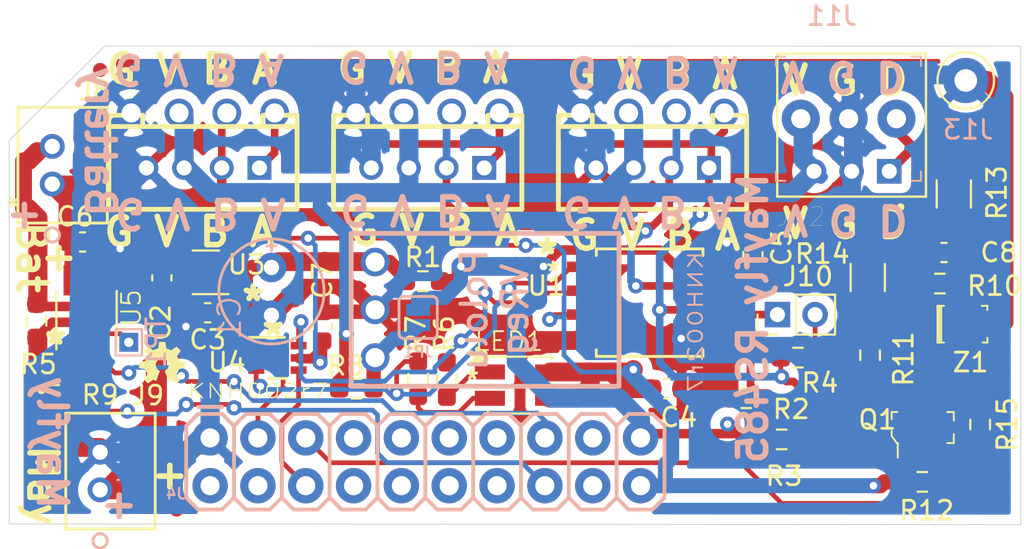
<source format=kicad_pcb>
(kicad_pcb (version 20171130) (host pcbnew "(5.1.9)-1")

  (general
    (thickness 1.6)
    (drawings 51)
    (tracks 544)
    (zones 0)
    (modules 51)
    (nets 39)
  )

  (page A)
  (layers
    (0 Top signal)
    (31 Bottom signal)
    (34 B.Paste user hide)
    (35 F.Paste user hide)
    (36 B.SilkS user)
    (37 F.SilkS user)
    (38 B.Mask user hide)
    (39 F.Mask user hide)
    (40 Dwgs.User user hide)
    (41 Cmts.User user hide)
    (44 Edge.Cuts user)
    (45 Margin user hide)
    (46 B.CrtYd user hide)
    (47 F.CrtYd user hide)
    (48 B.Fab user hide)
    (49 F.Fab user hide)
  )

  (setup
    (last_trace_width 0.25)
    (trace_clearance 0.1524)
    (zone_clearance 0.508)
    (zone_45_only no)
    (trace_min 0.2)
    (via_size 0.8)
    (via_drill 0.4)
    (via_min_size 0.4)
    (via_min_drill 0.3)
    (uvia_size 0.3)
    (uvia_drill 0.1)
    (uvias_allowed no)
    (uvia_min_size 0.2)
    (uvia_min_drill 0.1)
    (edge_width 0.05)
    (segment_width 0.2)
    (pcb_text_width 0.3)
    (pcb_text_size 1.5 1.5)
    (mod_edge_width 0.12)
    (mod_text_size 1 1)
    (mod_text_width 0.15)
    (pad_size 1.7526 2.6924)
    (pad_drill 0)
    (pad_to_mask_clearance 0)
    (pad_to_paste_clearance -0.0508)
    (aux_axis_origin 126.5681 117.6986)
    (grid_origin 126.3141 117.6986)
    (visible_elements 7FFFFF3F)
    (pcbplotparams
      (layerselection 0x010f8_ffffffff)
      (usegerberextensions true)
      (usegerberattributes true)
      (usegerberadvancedattributes true)
      (creategerberjobfile true)
      (excludeedgelayer true)
      (linewidth 0.100000)
      (plotframeref false)
      (viasonmask false)
      (mode 1)
      (useauxorigin false)
      (hpglpennumber 1)
      (hpglpenspeed 20)
      (hpglpendiameter 15.000000)
      (psnegative false)
      (psa4output false)
      (plotreference true)
      (plotvalue true)
      (plotinvisibletext false)
      (padsonsilk false)
      (subtractmaskfromsilk false)
      (outputformat 1)
      (mirror false)
      (drillshape 0)
      (scaleselection 1)
      (outputdirectory "gerber/"))
  )

  (net 0 "")
  (net 1 GND)
  (net 2 /A+)
  (net 3 /B-)
  (net 4 "Net-(J4-Pad14)")
  (net 5 "Net-(J4-Pad12)")
  (net 6 "Net-(J4-Pad10)")
  (net 7 "Net-(J4-Pad9)")
  (net 8 "Net-(J4-Pad8)")
  (net 9 "Net-(J4-Pad7)")
  (net 10 /Vbstin)
  (net 11 /Vbat)
  (net 12 /SDA)
  (net 13 /SCL)
  (net 14 "Net-(U3-Pad6)")
  (net 15 /5Vsw)
  (net 16 /3Von)
  (net 17 +3V0)
  (net 18 /RXp)
  (net 19 /TXp)
  (net 20 /TXb)
  (net 21 /RXb)
  (net 22 /D4_AL)
  (net 23 "Net-(J10-Pad2)")
  (net 24 /LEDB)
  (net 25 "Net-(J4-Pad17)")
  (net 26 "Net-(J4-Pad13)")
  (net 27 "Net-(LED1-Pad2)")
  (net 28 "Net-(LED1-Pad4)")
  (net 29 /VbatGnd)
  (net 30 "Net-(R9-Pad2)")
  (net 31 "Net-(TP1-Pad1)")
  (net 32 /unfuse)
  (net 33 +12V)
  (net 34 "Net-(C8-Pad1)")
  (net 35 "Net-(Q1-Pad3)")
  (net 36 /sdiProt)
  (net 37 "Net-(J11-Pad1)")
  (net 38 "Net-(J4-Pad18)")

  (net_class Default "This is the default net class."
    (clearance 0.1524)
    (trace_width 0.25)
    (via_dia 0.8)
    (via_drill 0.4)
    (uvia_dia 0.3)
    (uvia_drill 0.1)
    (add_net +12V)
    (add_net /3Von)
    (add_net /A+)
    (add_net /B-)
    (add_net /D4_AL)
    (add_net /LEDB)
    (add_net /RXb)
    (add_net /RXp)
    (add_net /SCL)
    (add_net /SDA)
    (add_net /TXb)
    (add_net /TXp)
    (add_net /VbatGnd)
    (add_net /sdiProt)
    (add_net /unfuse)
    (add_net "Net-(C8-Pad1)")
    (add_net "Net-(J10-Pad2)")
    (add_net "Net-(J11-Pad1)")
    (add_net "Net-(J4-Pad10)")
    (add_net "Net-(J4-Pad12)")
    (add_net "Net-(J4-Pad13)")
    (add_net "Net-(J4-Pad14)")
    (add_net "Net-(J4-Pad17)")
    (add_net "Net-(J4-Pad18)")
    (add_net "Net-(J4-Pad7)")
    (add_net "Net-(J4-Pad8)")
    (add_net "Net-(J4-Pad9)")
    (add_net "Net-(LED1-Pad2)")
    (add_net "Net-(LED1-Pad4)")
    (add_net "Net-(Q1-Pad3)")
    (add_net "Net-(R9-Pad2)")
    (add_net "Net-(TP1-Pad1)")
    (add_net "Net-(U3-Pad6)")
  )

  (net_class Power ""
    (clearance 0.1524)
    (trace_width 1)
    (via_dia 0.8)
    (via_drill 0.4)
    (uvia_dia 0.3)
    (uvia_drill 0.1)
    (add_net +3V0)
    (add_net /5Vsw)
    (add_net /Vbat)
    (add_net /Vbstin)
    (add_net GND)
  )

  (net_class PwrMin ""
    (clearance 0.1524)
    (trace_width 0.5)
    (via_dia 0.8)
    (via_drill 0.4)
    (uvia_dia 0.3)
    (uvia_drill 0.1)
  )

  (module Resistor_SMD:R_0603_1608Metric_Pad0.98x0.95mm_HandSolder (layer Top) (tedit 5F68FEEE) (tstamp 60822F4B)
    (at 177.8761 112.4154 270)
    (descr "Resistor SMD 0603 (1608 Metric), square (rectangular) end terminal, IPC_7351 nominal with elongated pad for handsoldering. (Body size source: IPC-SM-782 page 72, https://www.pcb-3d.com/wordpress/wp-content/uploads/ipc-sm-782a_amendment_1_and_2.pdf), generated with kicad-footprint-generator")
    (tags "resistor handsolder")
    (path /60CF1556)
    (attr smd)
    (fp_text reference R15 (at 0 -1.43 90) (layer F.SilkS)
      (effects (font (size 1 1) (thickness 0.15)))
    )
    (fp_text value zero (at 0 1.43 90) (layer F.Fab)
      (effects (font (size 1 1) (thickness 0.15)))
    )
    (fp_line (start 1.65 0.73) (end -1.65 0.73) (layer F.CrtYd) (width 0.05))
    (fp_line (start 1.65 -0.73) (end 1.65 0.73) (layer F.CrtYd) (width 0.05))
    (fp_line (start -1.65 -0.73) (end 1.65 -0.73) (layer F.CrtYd) (width 0.05))
    (fp_line (start -1.65 0.73) (end -1.65 -0.73) (layer F.CrtYd) (width 0.05))
    (fp_line (start -0.254724 0.5225) (end 0.254724 0.5225) (layer F.SilkS) (width 0.12))
    (fp_line (start -0.254724 -0.5225) (end 0.254724 -0.5225) (layer F.SilkS) (width 0.12))
    (fp_line (start 0.8 0.4125) (end -0.8 0.4125) (layer F.Fab) (width 0.1))
    (fp_line (start 0.8 -0.4125) (end 0.8 0.4125) (layer F.Fab) (width 0.1))
    (fp_line (start -0.8 -0.4125) (end 0.8 -0.4125) (layer F.Fab) (width 0.1))
    (fp_line (start -0.8 0.4125) (end -0.8 -0.4125) (layer F.Fab) (width 0.1))
    (fp_text user %R (at 0 0 90) (layer F.Fab)
      (effects (font (size 0.4 0.4) (thickness 0.06)))
    )
    (pad 2 smd roundrect (at 0.9125 0 270) (size 0.975 0.95) (layers Top F.Paste F.Mask) (roundrect_rratio 0.25)
      (net 36 /sdiProt))
    (pad 1 smd roundrect (at -0.9125 0 270) (size 0.975 0.95) (layers Top F.Paste F.Mask) (roundrect_rratio 0.25)
      (net 35 "Net-(Q1-Pad3)"))
    (model ${KISYS3DMOD}/Resistor_SMD.3dshapes/R_0603_1608Metric.wrl
      (at (xyz 0 0 0))
      (scale (xyz 1 1 1))
      (rotate (xyz 0 0 0))
    )
  )

  (module Resistor_SMD:R_0603_1608Metric_Pad0.98x0.95mm_HandSolder (layer Top) (tedit 5F68FEEE) (tstamp 6081EFBE)
    (at 174.8046 115.4634)
    (descr "Resistor SMD 0603 (1608 Metric), square (rectangular) end terminal, IPC_7351 nominal with elongated pad for handsoldering. (Body size source: IPC-SM-782 page 72, https://www.pcb-3d.com/wordpress/wp-content/uploads/ipc-sm-782a_amendment_1_and_2.pdf), generated with kicad-footprint-generator")
    (tags "resistor handsolder")
    (path /60AED7CB)
    (attr smd)
    (fp_text reference R12 (at 0.2305 1.524) (layer F.SilkS)
      (effects (font (size 1 1) (thickness 0.15)))
    )
    (fp_text value 10K (at 0 1.43) (layer F.Fab)
      (effects (font (size 1 1) (thickness 0.15)))
    )
    (fp_line (start -0.8 0.4125) (end -0.8 -0.4125) (layer F.Fab) (width 0.1))
    (fp_line (start -0.8 -0.4125) (end 0.8 -0.4125) (layer F.Fab) (width 0.1))
    (fp_line (start 0.8 -0.4125) (end 0.8 0.4125) (layer F.Fab) (width 0.1))
    (fp_line (start 0.8 0.4125) (end -0.8 0.4125) (layer F.Fab) (width 0.1))
    (fp_line (start -0.254724 -0.5225) (end 0.254724 -0.5225) (layer F.SilkS) (width 0.12))
    (fp_line (start -0.254724 0.5225) (end 0.254724 0.5225) (layer F.SilkS) (width 0.12))
    (fp_line (start -1.65 0.73) (end -1.65 -0.73) (layer F.CrtYd) (width 0.05))
    (fp_line (start -1.65 -0.73) (end 1.65 -0.73) (layer F.CrtYd) (width 0.05))
    (fp_line (start 1.65 -0.73) (end 1.65 0.73) (layer F.CrtYd) (width 0.05))
    (fp_line (start 1.65 0.73) (end -1.65 0.73) (layer F.CrtYd) (width 0.05))
    (fp_text user %R (at 0 0) (layer F.Fab)
      (effects (font (size 0.4 0.4) (thickness 0.06)))
    )
    (pad 2 smd roundrect (at 0.9125 0) (size 0.975 0.95) (layers Top F.Paste F.Mask) (roundrect_rratio 0.25)
      (net 36 /sdiProt))
    (pad 1 smd roundrect (at -0.9125 0) (size 0.975 0.95) (layers Top F.Paste F.Mask) (roundrect_rratio 0.25)
      (net 17 +3V0))
    (model ${KISYS3DMOD}/Resistor_SMD.3dshapes/R_0603_1608Metric.wrl
      (at (xyz 0 0 0))
      (scale (xyz 1 1 1))
      (rotate (xyz 0 0 0))
    )
  )

  (module digikey-footprints:SOT-23-3 (layer Top) (tedit 5D28A5E3) (tstamp 6081DC48)
    (at 174.8281 112.5764 90)
    (path /60AE0F28)
    (attr smd)
    (fp_text reference Q1 (at 0.415 -2.413 180) (layer F.SilkS)
      (effects (font (size 1 1) (thickness 0.15)))
    )
    (fp_text value BSS138 (at 0.025 3.25 90) (layer F.Fab)
      (effects (font (size 1 1) (thickness 0.15)))
    )
    (fp_line (start 0.7 1.52) (end 0.7 -1.52) (layer F.Fab) (width 0.1))
    (fp_line (start -0.7 1.52) (end 0.7 1.52) (layer F.Fab) (width 0.1))
    (fp_line (start 0.825 -1.65) (end 0.825 -1.35) (layer F.SilkS) (width 0.1))
    (fp_line (start 0.45 -1.65) (end 0.825 -1.65) (layer F.SilkS) (width 0.1))
    (fp_line (start 0.825 1.65) (end 0.375 1.65) (layer F.SilkS) (width 0.1))
    (fp_line (start 0.825 1.35) (end 0.825 1.65) (layer F.SilkS) (width 0.1))
    (fp_line (start 0.825 1.425) (end 0.825 1.3) (layer F.SilkS) (width 0.1))
    (fp_line (start -0.825 1.65) (end -0.825 1.3) (layer F.SilkS) (width 0.1))
    (fp_line (start -0.35 1.65) (end -0.825 1.65) (layer F.SilkS) (width 0.1))
    (fp_line (start -0.425 -1.525) (end -0.7 -1.325) (layer F.Fab) (width 0.1))
    (fp_line (start -0.425 -1.525) (end 0.7 -1.525) (layer F.Fab) (width 0.1))
    (fp_line (start -0.7 -1.325) (end -0.7 1.525) (layer F.Fab) (width 0.1))
    (fp_line (start -0.825 -1.325) (end -1.6 -1.325) (layer F.SilkS) (width 0.1))
    (fp_line (start -0.825 -1.375) (end -0.825 -1.325) (layer F.SilkS) (width 0.1))
    (fp_line (start -0.45 -1.65) (end -0.825 -1.375) (layer F.SilkS) (width 0.1))
    (fp_line (start -0.175 -1.65) (end -0.45 -1.65) (layer F.SilkS) (width 0.1))
    (fp_line (start 1.825 -1.95) (end 1.825 1.95) (layer F.CrtYd) (width 0.05))
    (fp_line (start 1.825 1.95) (end -1.825 1.95) (layer F.CrtYd) (width 0.05))
    (fp_line (start -1.825 -1.95) (end -1.825 1.95) (layer F.CrtYd) (width 0.05))
    (fp_line (start -1.825 -1.95) (end 1.825 -1.95) (layer F.CrtYd) (width 0.05))
    (fp_text user %R (at -0.125 0.15 90) (layer F.Fab)
      (effects (font (size 0.25 0.25) (thickness 0.05)))
    )
    (pad 1 smd rect (at -1.05 -0.95 90) (size 1.3 0.6) (layers Top F.Paste F.Mask)
      (net 17 +3V0) (solder_mask_margin 0.07))
    (pad 2 smd rect (at -1.05 0.95 90) (size 1.3 0.6) (layers Top F.Paste F.Mask)
      (net 36 /sdiProt) (solder_mask_margin 0.07))
    (pad 3 smd rect (at 1.05 0 90) (size 1.3 0.6) (layers Top F.Paste F.Mask)
      (net 35 "Net-(Q1-Pad3)") (solder_mask_margin 0.07))
  )

  (module digikey-footprints:SOD-123 (layer Top) (tedit 5D28A50F) (tstamp 6081C71D)
    (at 176.9361 107.0814)
    (path /6099F44F)
    (attr smd)
    (fp_text reference Z1 (at 0.432 2.032) (layer F.SilkS)
      (effects (font (size 1 1) (thickness 0.15)))
    )
    (fp_text value 7.5V (at 0.07 2.05) (layer F.Fab)
      (effects (font (size 1 1) (thickness 0.15)))
    )
    (fp_line (start -0.975 0.975) (end -1.325 0.975) (layer F.SilkS) (width 0.1))
    (fp_line (start 3.175 -1.15) (end -3.175 -1.15) (layer F.CrtYd) (width 0.05))
    (fp_line (start -3.175 1.15) (end -3.175 -1.15) (layer F.CrtYd) (width 0.05))
    (fp_line (start 3.175 1.15) (end -3.175 1.15) (layer F.CrtYd) (width 0.05))
    (fp_line (start 3.175 -1.15) (end 3.175 1.15) (layer F.CrtYd) (width 0.05))
    (fp_line (start -0.975 -0.975) (end -1.325 -0.975) (layer F.SilkS) (width 0.1))
    (fp_line (start -1.325 -0.975) (end -1.325 0.975) (layer F.SilkS) (width 0.1))
    (fp_line (start 1.325 0.725) (end 1.325 0.975) (layer F.SilkS) (width 0.1))
    (fp_line (start 1.325 0.975) (end 1.075 0.975) (layer F.SilkS) (width 0.1))
    (fp_line (start 1.025 -0.975) (end 1.325 -0.975) (layer F.SilkS) (width 0.1))
    (fp_line (start 1.325 -0.975) (end 1.325 -0.75) (layer F.SilkS) (width 0.1))
    (fp_line (start -1.325 0.85) (end 1.325 0.85) (layer F.Fab) (width 0.1))
    (fp_line (start -1.325 -0.85) (end -1.325 0.85) (layer F.Fab) (width 0.1))
    (fp_line (start 1.325 -0.85) (end 1.325 0.85) (layer F.Fab) (width 0.1))
    (fp_line (start -1.325 -0.85) (end 1.325 -0.85) (layer F.Fab) (width 0.1))
    (fp_line (start -1.225 -0.975) (end -1.225 0.975) (layer F.SilkS) (width 0.1))
    (fp_line (start -1.125 -0.975) (end -1.125 0.975) (layer F.SilkS) (width 0.1))
    (fp_text user %R (at 0 0) (layer F.Fab)
      (effects (font (size 0.5 0.5) (thickness 0.075)))
    )
    (pad A smd rect (at 1.575 0) (size 0.9 0.95) (layers Top F.Paste F.Mask)
      (net 1 GND))
    (pad K smd rect (at -1.575 0) (size 0.9 0.95) (layers Top F.Paste F.Mask)
      (net 34 "Net-(C8-Pad1)"))
  )

  (module Resistor_SMD:R_1206_3216Metric (layer Top) (tedit 5F68FEEE) (tstamp 6081C50B)
    (at 171.9071 104.6029 90)
    (descr "Resistor SMD 1206 (3216 Metric), square (rectangular) end terminal, IPC_7351 nominal, (Body size source: IPC-SM-782 page 72, https://www.pcb-3d.com/wordpress/wp-content/uploads/ipc-sm-782a_amendment_1_and_2.pdf), generated with kicad-footprint-generator")
    (tags resistor)
    (path /6098D6CD)
    (attr smd)
    (fp_text reference R14 (at 1.2553 -2.413 180) (layer F.SilkS)
      (effects (font (size 1 1) (thickness 0.15)))
    )
    (fp_text value 510R (at 0 1.82 90) (layer F.Fab)
      (effects (font (size 1 1) (thickness 0.15)))
    )
    (fp_line (start -1.6 0.8) (end -1.6 -0.8) (layer F.Fab) (width 0.1))
    (fp_line (start -1.6 -0.8) (end 1.6 -0.8) (layer F.Fab) (width 0.1))
    (fp_line (start 1.6 -0.8) (end 1.6 0.8) (layer F.Fab) (width 0.1))
    (fp_line (start 1.6 0.8) (end -1.6 0.8) (layer F.Fab) (width 0.1))
    (fp_line (start -0.727064 -0.91) (end 0.727064 -0.91) (layer F.SilkS) (width 0.12))
    (fp_line (start -0.727064 0.91) (end 0.727064 0.91) (layer F.SilkS) (width 0.12))
    (fp_line (start -2.28 1.12) (end -2.28 -1.12) (layer F.CrtYd) (width 0.05))
    (fp_line (start -2.28 -1.12) (end 2.28 -1.12) (layer F.CrtYd) (width 0.05))
    (fp_line (start 2.28 -1.12) (end 2.28 1.12) (layer F.CrtYd) (width 0.05))
    (fp_line (start 2.28 1.12) (end -2.28 1.12) (layer F.CrtYd) (width 0.05))
    (fp_text user %R (at 0 0 90) (layer F.Fab)
      (effects (font (size 0.8 0.8) (thickness 0.12)))
    )
    (pad 2 smd roundrect (at 1.4625 0 90) (size 1.125 1.75) (layers Top F.Paste F.Mask) (roundrect_rratio 0.222222)
      (net 34 "Net-(C8-Pad1)"))
    (pad 1 smd roundrect (at -1.4625 0 90) (size 1.125 1.75) (layers Top F.Paste F.Mask) (roundrect_rratio 0.222222)
      (net 35 "Net-(Q1-Pad3)"))
    (model ${KISYS3DMOD}/Resistor_SMD.3dshapes/R_1206_3216Metric.wrl
      (at (xyz 0 0 0))
      (scale (xyz 1 1 1))
      (rotate (xyz 0 0 0))
    )
  )

  (module Capacitor_SMD:C_0603_1608Metric (layer Top) (tedit 5F68FEEE) (tstamp 6081C028)
    (at 175.9581 103.2714)
    (descr "Capacitor SMD 0603 (1608 Metric), square (rectangular) end terminal, IPC_7351 nominal, (Body size source: IPC-SM-782 page 76, https://www.pcb-3d.com/wordpress/wp-content/uploads/ipc-sm-782a_amendment_1_and_2.pdf), generated with kicad-footprint-generator")
    (tags capacitor)
    (path /60991BF9)
    (attr smd)
    (fp_text reference C8 (at 2.908 0) (layer F.SilkS)
      (effects (font (size 1 1) (thickness 0.15)))
    )
    (fp_text value 3300pF (at 0 1.43) (layer F.Fab)
      (effects (font (size 1 1) (thickness 0.15)))
    )
    (fp_line (start -0.8 0.4) (end -0.8 -0.4) (layer F.Fab) (width 0.1))
    (fp_line (start -0.8 -0.4) (end 0.8 -0.4) (layer F.Fab) (width 0.1))
    (fp_line (start 0.8 -0.4) (end 0.8 0.4) (layer F.Fab) (width 0.1))
    (fp_line (start 0.8 0.4) (end -0.8 0.4) (layer F.Fab) (width 0.1))
    (fp_line (start -0.14058 -0.51) (end 0.14058 -0.51) (layer F.SilkS) (width 0.12))
    (fp_line (start -0.14058 0.51) (end 0.14058 0.51) (layer F.SilkS) (width 0.12))
    (fp_line (start -1.48 0.73) (end -1.48 -0.73) (layer F.CrtYd) (width 0.05))
    (fp_line (start -1.48 -0.73) (end 1.48 -0.73) (layer F.CrtYd) (width 0.05))
    (fp_line (start 1.48 -0.73) (end 1.48 0.73) (layer F.CrtYd) (width 0.05))
    (fp_line (start 1.48 0.73) (end -1.48 0.73) (layer F.CrtYd) (width 0.05))
    (fp_text user %R (at 0 0) (layer F.Fab)
      (effects (font (size 0.4 0.4) (thickness 0.06)))
    )
    (pad 2 smd roundrect (at 0.775 0) (size 0.9 0.95) (layers Top F.Paste F.Mask) (roundrect_rratio 0.25)
      (net 1 GND))
    (pad 1 smd roundrect (at -0.775 0) (size 0.9 0.95) (layers Top F.Paste F.Mask) (roundrect_rratio 0.25)
      (net 34 "Net-(C8-Pad1)"))
    (model ${KISYS3DMOD}/Capacitor_SMD.3dshapes/C_0603_1608Metric.wrl
      (at (xyz 0 0 0))
      (scale (xyz 1 1 1))
      (rotate (xyz 0 0 0))
    )
  )

  (module Resistor_SMD:R_1206_3216Metric (layer Top) (tedit 5F68FEEE) (tstamp 6081B4B9)
    (at 176.4791 100.1619 90)
    (descr "Resistor SMD 1206 (3216 Metric), square (rectangular) end terminal, IPC_7351 nominal, (Body size source: IPC-SM-782 page 72, https://www.pcb-3d.com/wordpress/wp-content/uploads/ipc-sm-782a_amendment_1_and_2.pdf), generated with kicad-footprint-generator")
    (tags resistor)
    (path /6096D7F6)
    (attr smd)
    (fp_text reference R13 (at 0.0655 2.286 90) (layer F.SilkS)
      (effects (font (size 1 1) (thickness 0.15)))
    )
    (fp_text value 510R (at 0 1.82 90) (layer F.Fab)
      (effects (font (size 1 1) (thickness 0.15)))
    )
    (fp_line (start 2.28 1.12) (end -2.28 1.12) (layer F.CrtYd) (width 0.05))
    (fp_line (start 2.28 -1.12) (end 2.28 1.12) (layer F.CrtYd) (width 0.05))
    (fp_line (start -2.28 -1.12) (end 2.28 -1.12) (layer F.CrtYd) (width 0.05))
    (fp_line (start -2.28 1.12) (end -2.28 -1.12) (layer F.CrtYd) (width 0.05))
    (fp_line (start -0.727064 0.91) (end 0.727064 0.91) (layer F.SilkS) (width 0.12))
    (fp_line (start -0.727064 -0.91) (end 0.727064 -0.91) (layer F.SilkS) (width 0.12))
    (fp_line (start 1.6 0.8) (end -1.6 0.8) (layer F.Fab) (width 0.1))
    (fp_line (start 1.6 -0.8) (end 1.6 0.8) (layer F.Fab) (width 0.1))
    (fp_line (start -1.6 -0.8) (end 1.6 -0.8) (layer F.Fab) (width 0.1))
    (fp_line (start -1.6 0.8) (end -1.6 -0.8) (layer F.Fab) (width 0.1))
    (fp_text user %R (at 0 0 90) (layer F.Fab)
      (effects (font (size 0.8 0.8) (thickness 0.12)))
    )
    (pad 2 smd roundrect (at 1.4625 0 90) (size 1.125 1.75) (layers Top F.Paste F.Mask) (roundrect_rratio 0.222222)
      (net 37 "Net-(J11-Pad1)"))
    (pad 1 smd roundrect (at -1.4625 0 90) (size 1.125 1.75) (layers Top F.Paste F.Mask) (roundrect_rratio 0.222222)
      (net 34 "Net-(C8-Pad1)"))
    (model ${KISYS3DMOD}/Resistor_SMD.3dshapes/R_1206_3216Metric.wrl
      (at (xyz 0 0 0))
      (scale (xyz 1 1 1))
      (rotate (xyz 0 0 0))
    )
  )

  (module Resistor_SMD:R_0603_1608Metric_Pad0.98x0.95mm_HandSolder (layer Top) (tedit 5F68FEEE) (tstamp 6081B497)
    (at 172.0341 108.7324 90)
    (descr "Resistor SMD 0603 (1608 Metric), square (rectangular) end terminal, IPC_7351 nominal with elongated pad for handsoldering. (Body size source: IPC-SM-782 page 72, https://www.pcb-3d.com/wordpress/wp-content/uploads/ipc-sm-782a_amendment_1_and_2.pdf), generated with kicad-footprint-generator")
    (tags "resistor handsolder")
    (path /6097CC24)
    (attr smd)
    (fp_text reference R11 (at -0.2032 1.778 90) (layer F.SilkS)
      (effects (font (size 1 1) (thickness 0.15)))
    )
    (fp_text value 10K (at 0 1.43 90) (layer F.Fab)
      (effects (font (size 1 1) (thickness 0.15)))
    )
    (fp_line (start 1.65 0.73) (end -1.65 0.73) (layer F.CrtYd) (width 0.05))
    (fp_line (start 1.65 -0.73) (end 1.65 0.73) (layer F.CrtYd) (width 0.05))
    (fp_line (start -1.65 -0.73) (end 1.65 -0.73) (layer F.CrtYd) (width 0.05))
    (fp_line (start -1.65 0.73) (end -1.65 -0.73) (layer F.CrtYd) (width 0.05))
    (fp_line (start -0.254724 0.5225) (end 0.254724 0.5225) (layer F.SilkS) (width 0.12))
    (fp_line (start -0.254724 -0.5225) (end 0.254724 -0.5225) (layer F.SilkS) (width 0.12))
    (fp_line (start 0.8 0.4125) (end -0.8 0.4125) (layer F.Fab) (width 0.1))
    (fp_line (start 0.8 -0.4125) (end 0.8 0.4125) (layer F.Fab) (width 0.1))
    (fp_line (start -0.8 -0.4125) (end 0.8 -0.4125) (layer F.Fab) (width 0.1))
    (fp_line (start -0.8 0.4125) (end -0.8 -0.4125) (layer F.Fab) (width 0.1))
    (fp_text user %R (at 0 0 90) (layer F.Fab)
      (effects (font (size 0.4 0.4) (thickness 0.06)))
    )
    (pad 2 smd roundrect (at 0.9125 0 90) (size 0.975 0.95) (layers Top F.Paste F.Mask) (roundrect_rratio 0.25)
      (net 35 "Net-(Q1-Pad3)"))
    (pad 1 smd roundrect (at -0.9125 0 90) (size 0.975 0.95) (layers Top F.Paste F.Mask) (roundrect_rratio 0.25)
      (net 15 /5Vsw))
    (model ${KISYS3DMOD}/Resistor_SMD.3dshapes/R_0603_1608Metric.wrl
      (at (xyz 0 0 0))
      (scale (xyz 1 1 1))
      (rotate (xyz 0 0 0))
    )
  )

  (module Resistor_SMD:R_0603_1608Metric_Pad0.98x0.95mm_HandSolder (layer Top) (tedit 5F68FEEE) (tstamp 6081B486)
    (at 175.7406 104.9224 180)
    (descr "Resistor SMD 0603 (1608 Metric), square (rectangular) end terminal, IPC_7351 nominal with elongated pad for handsoldering. (Body size source: IPC-SM-782 page 72, https://www.pcb-3d.com/wordpress/wp-content/uploads/ipc-sm-782a_amendment_1_and_2.pdf), generated with kicad-footprint-generator")
    (tags "resistor handsolder")
    (path /6097A77D)
    (attr smd)
    (fp_text reference R10 (at -2.8975 -0.127) (layer F.SilkS)
      (effects (font (size 1 1) (thickness 0.15)))
    )
    (fp_text value 200K (at 0 1.43) (layer F.Fab)
      (effects (font (size 1 1) (thickness 0.15)))
    )
    (fp_line (start 1.65 0.73) (end -1.65 0.73) (layer F.CrtYd) (width 0.05))
    (fp_line (start 1.65 -0.73) (end 1.65 0.73) (layer F.CrtYd) (width 0.05))
    (fp_line (start -1.65 -0.73) (end 1.65 -0.73) (layer F.CrtYd) (width 0.05))
    (fp_line (start -1.65 0.73) (end -1.65 -0.73) (layer F.CrtYd) (width 0.05))
    (fp_line (start -0.254724 0.5225) (end 0.254724 0.5225) (layer F.SilkS) (width 0.12))
    (fp_line (start -0.254724 -0.5225) (end 0.254724 -0.5225) (layer F.SilkS) (width 0.12))
    (fp_line (start 0.8 0.4125) (end -0.8 0.4125) (layer F.Fab) (width 0.1))
    (fp_line (start 0.8 -0.4125) (end 0.8 0.4125) (layer F.Fab) (width 0.1))
    (fp_line (start -0.8 -0.4125) (end 0.8 -0.4125) (layer F.Fab) (width 0.1))
    (fp_line (start -0.8 0.4125) (end -0.8 -0.4125) (layer F.Fab) (width 0.1))
    (fp_text user %R (at 0 0) (layer F.Fab)
      (effects (font (size 0.4 0.4) (thickness 0.06)))
    )
    (pad 2 smd roundrect (at 0.9125 0 180) (size 0.975 0.95) (layers Top F.Paste F.Mask) (roundrect_rratio 0.25)
      (net 34 "Net-(C8-Pad1)"))
    (pad 1 smd roundrect (at -0.9125 0 180) (size 0.975 0.95) (layers Top F.Paste F.Mask) (roundrect_rratio 0.25)
      (net 1 GND))
    (model ${KISYS3DMOD}/Resistor_SMD.3dshapes/R_0603_1608Metric.wrl
      (at (xyz 0 0 0))
      (scale (xyz 1 1 1))
      (rotate (xyz 0 0 0))
    )
  )

  (module digikey-footprints:PinHeader_1x3_P2.54mm_Drill1.02mm (layer Bottom) (tedit 5A43C851) (tstamp 6081CF0B)
    (at 173.4311 96.1594 180)
    (descr http://www.molex.com/pdm_docs/sd/022232031_sd.pdf)
    (path /6081395E)
    (fp_text reference J11 (at 3.429 5.461) (layer B.SilkS)
      (effects (font (size 1 1) (thickness 0.15)) (justify mirror))
    )
    (fp_text value WireTerm (at 2.82 -4.63) (layer B.SilkS) hide
      (effects (font (size 1 1) (thickness 0.15)) (justify mirror))
    )
    (fp_line (start -1.2 3.17) (end 6.27 3.17) (layer B.Fab) (width 0.1))
    (fp_line (start -1.2 3.17) (end -1.2 -3.17) (layer B.Fab) (width 0.1))
    (fp_line (start 6.27 3.17) (end 6.27 -3.17) (layer B.Fab) (width 0.1))
    (fp_line (start -1.2 -3.17) (end 6.27 -3.17) (layer B.Fab) (width 0.1))
    (fp_line (start 6.4 -3.3) (end 5.9 -3.3) (layer B.SilkS) (width 0.1))
    (fp_line (start 6.4 -3.3) (end 6.4 -2.8) (layer B.SilkS) (width 0.1))
    (fp_line (start -1.3 -3.3) (end -0.8 -3.3) (layer B.SilkS) (width 0.1))
    (fp_line (start -1.3 -3.3) (end -1.3 -2.8) (layer B.SilkS) (width 0.1))
    (fp_line (start -1.3 3.3) (end -0.8 3.3) (layer B.SilkS) (width 0.1))
    (fp_line (start -1.3 3.3) (end -1.3 2.8) (layer B.SilkS) (width 0.1))
    (fp_line (start 6.4 3.3) (end 5.9 3.3) (layer B.SilkS) (width 0.1))
    (fp_line (start 6.4 3.3) (end 6.4 2.8) (layer B.SilkS) (width 0.1))
    (fp_line (start 6.52 3.42) (end -1.45 3.42) (layer B.CrtYd) (width 0.05))
    (fp_line (start 6.52 3.42) (end 6.52 -3.42) (layer B.CrtYd) (width 0.05))
    (fp_line (start -1.45 3.42) (end -1.45 -3.42) (layer B.CrtYd) (width 0.05))
    (fp_line (start 6.52 -3.42) (end -1.45 -3.42) (layer B.CrtYd) (width 0.05))
    (fp_text user %R (at 2.54 0) (layer B.Fab) hide
      (effects (font (size 1 1) (thickness 0.15)) (justify mirror))
    )
    (pad 3 thru_hole circle (at 5.08 0 180) (size 2.02 2.02) (drill 1.02) (layers *.Cu *.Mask)
      (net 33 +12V))
    (pad 2 thru_hole circle (at 2.54 0 180) (size 2.02 2.02) (drill 1.02) (layers *.Cu *.Mask)
      (net 1 GND))
    (pad 1 thru_hole circle (at 0 0 180) (size 2.02 2.02) (drill 1.02) (layers *.Cu *.Mask)
      (net 37 "Net-(J11-Pad1)"))
  )

  (module "RS485_Mayfly:JST_S3B-PH-K-S(LF)(SN)" (layer Top) (tedit 608069C1) (tstamp 6080D422)
    (at 173.0501 98.9534 180)
    (path /6083367A)
    (fp_text reference J12 (at 4.699 -2.413) (layer F.SilkS)
      (effects (font (size 1.000339 1.000339) (thickness 0.015)))
    )
    (fp_text value "S3B-PH-K-S(LF)(SN)" (at 12.07775 7.19784) (layer F.Fab)
      (effects (font (size 1.000913 1.000913) (thickness 0.015)))
    )
    (fp_circle (center -0.6 -1.9) (end -0.5 -1.9) (layer F.Fab) (width 0.2))
    (fp_line (start 5.95 6.25) (end 5.95 -1.35) (layer F.SilkS) (width 0.127))
    (fp_line (start -1.95 6.25) (end 5.95 6.25) (layer F.SilkS) (width 0.127))
    (fp_line (start -1.95 -1.35) (end -1.95 6.25) (layer F.SilkS) (width 0.127))
    (fp_line (start 5.95 -1.35) (end -1.95 -1.35) (layer F.SilkS) (width 0.127))
    (fp_line (start 6.2 -1.6) (end 6.2 6.5) (layer F.CrtYd) (width 0.05))
    (fp_line (start -2.2 -1.6) (end 6.2 -1.6) (layer F.CrtYd) (width 0.05))
    (fp_line (start -2.2 6.5) (end -2.2 -1.6) (layer F.CrtYd) (width 0.05))
    (fp_line (start 6.2 6.5) (end -2.2 6.5) (layer F.CrtYd) (width 0.05))
    (fp_circle (center -0.6 -1.9) (end -0.5 -1.9) (layer F.SilkS) (width 0.2))
    (fp_line (start 5.95 6.25) (end 5.95 -1.35) (layer F.Fab) (width 0.127))
    (fp_line (start -1.95 6.25) (end 5.95 6.25) (layer F.Fab) (width 0.127))
    (fp_line (start -1.95 -1.35) (end -1.95 6.25) (layer F.Fab) (width 0.127))
    (fp_line (start 5.95 -1.35) (end -1.95 -1.35) (layer F.Fab) (width 0.127))
    (pad 3 thru_hole circle (at 4 0 180) (size 1.308 1.308) (drill 0.8) (layers *.Cu *.Mask)
      (net 33 +12V))
    (pad 2 thru_hole circle (at 2 0 180) (size 1.308 1.308) (drill 0.8) (layers *.Cu *.Mask)
      (net 1 GND))
    (pad 1 thru_hole rect (at 0 0 180) (size 1.308 1.308) (drill 0.8) (layers *.Cu *.Mask)
      (net 37 "Net-(J11-Pad1)"))
  )

  (module RS485_Mayfly:SOIC65P490X110-8N (layer Top) (tedit 607F1006) (tstamp 60802861)
    (at 130.4191 106.8646 90)
    (path /6024D1E4)
    (fp_text reference U5 (at 0.64934 2.37708 90) (layer F.SilkS)
      (effects (font (size 1 1) (thickness 0.1016)))
    )
    (fp_text value STC3100 (at 7.625 3.282 90) (layer F.Fab)
      (effects (font (size 1 1) (thickness 0.015)))
    )
    (fp_line (start 3.18 -1.85) (end 3.18 1.85) (layer F.CrtYd) (width 0.05))
    (fp_line (start -3.18 -1.85) (end -3.18 1.85) (layer F.CrtYd) (width 0.05))
    (fp_line (start -3.18 1.85) (end 3.18 1.85) (layer F.CrtYd) (width 0.05))
    (fp_line (start -3.18 -1.85) (end 3.18 -1.85) (layer F.CrtYd) (width 0.05))
    (fp_line (start 1.55 -1.6) (end 1.55 1.6) (layer F.Fab) (width 0.127))
    (fp_line (start -1.55 -1.6) (end -1.55 1.6) (layer F.Fab) (width 0.127))
    (fp_line (start -1.55 1.6) (end 1.55 1.6) (layer F.SilkS) (width 0.127))
    (fp_line (start -1.55 -1.6) (end 1.55 -1.6) (layer F.SilkS) (width 0.127))
    (fp_line (start -1.55 1.6) (end 1.55 1.6) (layer F.Fab) (width 0.127))
    (fp_line (start -1.55 -1.6) (end 1.55 -1.6) (layer F.Fab) (width 0.127))
    (fp_circle (center -3.74 -2.395) (end -3.64 -2.395) (layer F.Fab) (width 0.2))
    (fp_circle (center -3.74 -2.395) (end -3.64 -2.395) (layer F.SilkS) (width 0.2))
    (pad 8 smd rect (at 2.12 -0.975 90) (size 1.62 0.49) (layers Top F.Paste F.Mask)
      (net 11 /Vbat))
    (pad 7 smd rect (at 2.12 -0.325 90) (size 1.62 0.49) (layers Top F.Paste F.Mask)
      (net 11 /Vbat))
    (pad 6 smd rect (at 2.12 0.325 90) (size 1.62 0.49) (layers Top F.Paste F.Mask)
      (net 29 /VbatGnd))
    (pad 5 smd rect (at 2.12 0.975 90) (size 1.62 0.49) (layers Top F.Paste F.Mask)
      (net 1 GND))
    (pad 4 smd rect (at -2.12 0.975 90) (size 1.62 0.49) (layers Top F.Paste F.Mask)
      (net 13 /SCL))
    (pad 3 smd rect (at -2.12 0.325 90) (size 1.62 0.49) (layers Top F.Paste F.Mask)
      (net 12 /SDA))
    (pad 2 smd rect (at -2.12 -0.325 90) (size 1.62 0.49) (layers Top F.Paste F.Mask)
      (net 30 "Net-(R9-Pad2)"))
    (pad 1 smd rect (at -2.12 -0.975 90) (size 1.62 0.49) (layers Top F.Paste F.Mask)
      (net 31 "Net-(TP1-Pad1)"))
  )

  (module Fiducial:Fiducial_0.75mm_Mask1.5mm (layer Top) (tedit 60429118) (tstamp 603F08DD)
    (at 135.2041 116.9366)
    (descr "Circular Fiducial, 0.75mm bare copper, 1.5mm soldermask opening (Level B)")
    (tags fiducial)
    (attr smd)
    (fp_text reference REF** (at 0 -2) (layer F.SilkS) hide
      (effects (font (size 1 1) (thickness 0.15)))
    )
    (fp_text value Fiducial_0.75mm_Mask1.5mm (at 0 2) (layer F.Fab)
      (effects (font (size 1 1) (thickness 0.15)))
    )
    (fp_circle (center 0 0) (end 1 0) (layer F.CrtYd) (width 0.05))
    (fp_circle (center 0 0) (end 0.75 0) (layer F.Fab) (width 0.1))
    (fp_text user %R (at 0 0) (layer F.Fab)
      (effects (font (size 0.3 0.3) (thickness 0.05)))
    )
    (pad "" smd circle (at 0 0) (size 0.75 0.75) (layers Top F.Paste F.Mask)
      (solder_mask_margin 0.375) (clearance 0.375))
  )

  (module Fiducial:Fiducial_0.75mm_Mask1.5mm (layer Top) (tedit 604290D3) (tstamp 603F07D6)
    (at 177.3681 96.7944)
    (descr "Circular Fiducial, 0.75mm bare copper, 1.5mm soldermask opening (Level B)")
    (tags fiducial)
    (attr smd)
    (fp_text reference REF** (at 0 -2) (layer F.SilkS) hide
      (effects (font (size 1 1) (thickness 0.15)))
    )
    (fp_text value Fiducial_0.75mm_Mask1.5mm (at 0 2) (layer F.Fab)
      (effects (font (size 1 1) (thickness 0.15)))
    )
    (fp_circle (center 0 0) (end 1 0) (layer F.CrtYd) (width 0.05))
    (fp_circle (center 0 0) (end 0.75 0) (layer F.Fab) (width 0.1))
    (fp_text user %R (at 0 0) (layer F.Fab)
      (effects (font (size 0.3 0.3) (thickness 0.05)))
    )
    (pad "" smd circle (at 0 0) (size 0.75 0.75) (layers Top F.Paste F.Mask)
      (solder_mask_margin 0.375) (clearance 0.375))
  )

  (module Fiducial:Fiducial_0.75mm_Mask1.5mm (layer Top) (tedit 60429124) (tstamp 603F0FC6)
    (at 178.5111 116.6064)
    (descr "Circular Fiducial, 0.75mm bare copper, 1.5mm soldermask opening (Level B)")
    (tags fiducial)
    (attr smd)
    (fp_text reference REF** (at 0 -2) (layer F.SilkS) hide
      (effects (font (size 1 1) (thickness 0.15)))
    )
    (fp_text value Fiducial_0.75mm_Mask1.5mm (at 0 2) (layer F.Fab)
      (effects (font (size 1 1) (thickness 0.15)))
    )
    (fp_circle (center 0 0) (end 1 0) (layer F.CrtYd) (width 0.05))
    (fp_circle (center 0 0) (end 0.75 0) (layer F.Fab) (width 0.1))
    (fp_text user %R (at 0 0) (layer F.Fab)
      (effects (font (size 0.3 0.3) (thickness 0.05)))
    )
    (pad "" smd circle (at 0 0) (size 0.75 0.75) (layers Top F.Paste F.Mask)
      (solder_mask_margin 0.375) (clearance 0.375))
  )

  (module Fiducial:Fiducial_0.75mm_Mask1.5mm (layer Top) (tedit 604290E6) (tstamp 603F0F04)
    (at 131.1401 93.5686)
    (descr "Circular Fiducial, 0.75mm bare copper, 1.5mm soldermask opening (Level B)")
    (tags fiducial)
    (attr smd)
    (fp_text reference REF** (at 0 -2.032) (layer F.SilkS) hide
      (effects (font (size 1 1) (thickness 0.15)))
    )
    (fp_text value Fiducial_0.75mm_Mask1.5mm (at 0 2) (layer F.Fab)
      (effects (font (size 1 1) (thickness 0.15)))
    )
    (fp_circle (center 0 0) (end 1 0) (layer F.CrtYd) (width 0.05))
    (fp_circle (center 0 0) (end 0.75 0) (layer F.Fab) (width 0.1))
    (fp_text user %R (at 0 0) (layer F.Fab)
      (effects (font (size 0.3 0.3) (thickness 0.05)))
    )
    (pad "" smd circle (at 0 0) (size 0.75 0.75) (layers Top F.Paste F.Mask)
      (solder_mask_margin 0.375) (clearance 0.375))
  )

  (module TestPoint:TestPoint_THTPad_1.0x1.0mm_Drill0.5mm (layer Bottom) (tedit 5A0F774F) (tstamp 603F0A4E)
    (at 132.6641 108.0466 90)
    (descr "THT rectangular pad as test Point, square 1.0mm side length, hole diameter 0.5mm")
    (tags "test point THT pad rectangle square")
    (path /603E41A5)
    (attr virtual)
    (fp_text reference TP1 (at 0 1.448 90) (layer B.SilkS)
      (effects (font (size 1 1) (thickness 0.15)) (justify mirror))
    )
    (fp_text value TestPoint (at 0 -1.55 90) (layer B.Fab) hide
      (effects (font (size 1 1) (thickness 0.15)) (justify mirror))
    )
    (fp_line (start -0.7 0.7) (end 0.7 0.7) (layer B.SilkS) (width 0.12))
    (fp_line (start 0.7 0.7) (end 0.7 -0.7) (layer B.SilkS) (width 0.12))
    (fp_line (start 0.7 -0.7) (end -0.7 -0.7) (layer B.SilkS) (width 0.12))
    (fp_line (start -0.7 -0.7) (end -0.7 0.7) (layer B.SilkS) (width 0.12))
    (fp_line (start -1 1) (end 1 1) (layer B.CrtYd) (width 0.05))
    (fp_line (start -1 1) (end -1 -1) (layer B.CrtYd) (width 0.05))
    (fp_line (start 1 -1) (end 1 1) (layer B.CrtYd) (width 0.05))
    (fp_line (start 1 -1) (end -1 -1) (layer B.CrtYd) (width 0.05))
    (fp_text user %R (at 0 1.45 90) (layer B.Fab) hide
      (effects (font (size 1 1) (thickness 0.15)) (justify mirror))
    )
    (pad 1 thru_hole rect (at 0 0 90) (size 1 1) (drill 0.5) (layers *.Cu *.Mask)
      (net 31 "Net-(TP1-Pad1)"))
  )

  (module RS485_Mayfly:LED_Kingbright_APBD3224SURKCGKC-F01 (layer Top) (tedit 603E917A) (tstamp 601CDA57)
    (at 153.4411 110.3214 180)
    (descr "Kingbright, dual LED, 3.2 x 2.4 mm SMD")
    (tags "dual led smd")
    (path /602B9A42)
    (attr smd)
    (fp_text reference LED1 (at 0.584 2.3256 180) (layer F.SilkS)
      (effects (font (size 1 1) (thickness 0.1016)))
    )
    (fp_text value APBD3224SURKCGKC-F01 (at 0 2.5 180) (layer F.Fab)
      (effects (font (size 1 1) (thickness 0.15)))
    )
    (fp_line (start -1.6 1.4) (end -1.6 -0.7) (layer F.Fab) (width 0.1))
    (fp_line (start 1.6 1.4) (end -1.6 1.4) (layer F.Fab) (width 0.1))
    (fp_line (start 1.6 -1.4) (end 1.6 1.4) (layer F.Fab) (width 0.1))
    (fp_line (start -0.9 -1.4) (end 1.6 -1.4) (layer F.Fab) (width 0.1))
    (fp_line (start -2 -1.51) (end 1.71 -1.51) (layer F.SilkS) (width 0.12))
    (fp_line (start -1.71 1.51) (end 1.71 1.51) (layer F.SilkS) (width 0.12))
    (fp_line (start 1.71 1.355) (end 1.71 1.51) (layer F.SilkS) (width 0.12))
    (fp_line (start -1.71 -0.095) (end -1.71 0.095) (layer F.SilkS) (width 0.12))
    (fp_line (start -2.25 -1.65) (end 2.25 -1.65) (layer F.CrtYd) (width 0.05))
    (fp_line (start -2.25 1.65) (end 2.25 1.65) (layer F.CrtYd) (width 0.05))
    (fp_line (start -2.25 -1.65) (end -2.25 1.65) (layer F.CrtYd) (width 0.05))
    (fp_line (start 2.25 -1.65) (end 2.25 1.65) (layer F.CrtYd) (width 0.05))
    (fp_line (start -0.9 -1.4) (end -1.6 -0.7) (layer F.Fab) (width 0.1))
    (fp_line (start -1.71 1.355) (end -1.71 1.51) (layer F.SilkS) (width 0.12))
    (fp_line (start 1.71 -0.095) (end 1.71 0.095) (layer F.SilkS) (width 0.12))
    (fp_line (start 1.71 -1.355) (end 1.71 -1.51) (layer F.SilkS) (width 0.12))
    (fp_text user * (at 2.54 0.254 180) (layer F.SilkS)
      (effects (font (size 1 1) (thickness 0.15)))
    )
    (fp_text user %R (at 0 0 180) (layer F.Fab)
      (effects (font (size 0.8 0.8) (thickness 0.13)))
    )
    (pad 4 smd rect (at 1.6 -0.7 180) (size 1.6 0.8) (layers Top F.Paste F.Mask)
      (net 28 "Net-(LED1-Pad4)"))
    (pad 1 smd rect (at -1.6 0.7 180) (size 1.6 0.8) (layers Top F.Paste F.Mask)
      (net 17 +3V0))
    (pad 2 smd rect (at 1.6 0.7 180) (size 1.6 0.8) (layers Top F.Paste F.Mask)
      (net 27 "Net-(LED1-Pad2)"))
    (pad 3 smd rect (at -1.6 -0.7 180) (size 1.6 0.8) (layers Top F.Paste F.Mask)
      (net 17 +3V0))
    (model ${KISYS3DMOD}/LED_SMD.3dshapes/LED_Kingbright_AAA3528ESGCT.wrl
      (at (xyz 0 0 0))
      (scale (xyz 1 1 1))
      (rotate (xyz 0 0 0))
    )
  )

  (module Resistor_SMD:R_0603_1608Metric_Pad0.98x0.95mm_HandSolder (layer Top) (tedit 5F68FEEE) (tstamp 603C678F)
    (at 128.7036 110.8406)
    (descr "Resistor SMD 0603 (1608 Metric), square (rectangular) end terminal, IPC_7351 nominal with elongated pad for handsoldering. (Body size source: IPC-SM-782 page 72, https://www.pcb-3d.com/wordpress/wp-content/uploads/ipc-sm-782a_amendment_1_and_2.pdf), generated with kicad-footprint-generator")
    (tags "resistor handsolder")
    (path /603D158D)
    (attr smd)
    (fp_text reference R9 (at 2.4365 0) (layer F.SilkS)
      (effects (font (size 1 1) (thickness 0.15)))
    )
    (fp_text value 649R (at 0 1.43) (layer F.Fab)
      (effects (font (size 1 1) (thickness 0.15)))
    )
    (fp_line (start -0.8 0.4125) (end -0.8 -0.4125) (layer F.Fab) (width 0.1))
    (fp_line (start -0.8 -0.4125) (end 0.8 -0.4125) (layer F.Fab) (width 0.1))
    (fp_line (start 0.8 -0.4125) (end 0.8 0.4125) (layer F.Fab) (width 0.1))
    (fp_line (start 0.8 0.4125) (end -0.8 0.4125) (layer F.Fab) (width 0.1))
    (fp_line (start -0.254724 -0.5225) (end 0.254724 -0.5225) (layer F.SilkS) (width 0.12))
    (fp_line (start -0.254724 0.5225) (end 0.254724 0.5225) (layer F.SilkS) (width 0.12))
    (fp_line (start -1.65 0.73) (end -1.65 -0.73) (layer F.CrtYd) (width 0.05))
    (fp_line (start -1.65 -0.73) (end 1.65 -0.73) (layer F.CrtYd) (width 0.05))
    (fp_line (start 1.65 -0.73) (end 1.65 0.73) (layer F.CrtYd) (width 0.05))
    (fp_line (start 1.65 0.73) (end -1.65 0.73) (layer F.CrtYd) (width 0.05))
    (fp_text user %R (at 0 0) (layer F.Fab)
      (effects (font (size 0.4 0.4) (thickness 0.06)))
    )
    (pad 2 smd roundrect (at 0.9125 0) (size 0.975 0.95) (layers Top F.Paste F.Mask) (roundrect_rratio 0.25)
      (net 30 "Net-(R9-Pad2)"))
    (pad 1 smd roundrect (at -0.9125 0) (size 0.975 0.95) (layers Top F.Paste F.Mask) (roundrect_rratio 0.25)
      (net 1 GND))
    (model ${KISYS3DMOD}/Resistor_SMD.3dshapes/R_0603_1608Metric.wrl
      (at (xyz 0 0 0))
      (scale (xyz 1 1 1))
      (rotate (xyz 0 0 0))
    )
  )

  (module Resistor_SMD:R_0603_1608Metric_Pad0.98x0.95mm_HandSolder (layer Top) (tedit 5F68FEEE) (tstamp 6024BA67)
    (at 127.7619 106.9017 90)
    (descr "Resistor SMD 0603 (1608 Metric), square (rectangular) end terminal, IPC_7351 nominal with elongated pad for handsoldering. (Body size source: IPC-SM-782 page 72, https://www.pcb-3d.com/wordpress/wp-content/uploads/ipc-sm-782a_amendment_1_and_2.pdf), generated with kicad-footprint-generator")
    (tags "resistor handsolder")
    (path /6025434B)
    (attr smd)
    (fp_text reference R5 (at -2.3133 0.1016) (layer F.SilkS)
      (effects (font (size 1 1) (thickness 0.15)))
    )
    (fp_text value 30mOhm (at 0 1.43 90) (layer F.Fab)
      (effects (font (size 1 1) (thickness 0.15)))
    )
    (fp_line (start 1.65 0.73) (end -1.65 0.73) (layer F.CrtYd) (width 0.05))
    (fp_line (start 1.65 -0.73) (end 1.65 0.73) (layer F.CrtYd) (width 0.05))
    (fp_line (start -1.65 -0.73) (end 1.65 -0.73) (layer F.CrtYd) (width 0.05))
    (fp_line (start -1.65 0.73) (end -1.65 -0.73) (layer F.CrtYd) (width 0.05))
    (fp_line (start -0.254724 0.5225) (end 0.254724 0.5225) (layer F.SilkS) (width 0.12))
    (fp_line (start -0.254724 -0.5225) (end 0.254724 -0.5225) (layer F.SilkS) (width 0.12))
    (fp_line (start 0.8 0.4125) (end -0.8 0.4125) (layer F.Fab) (width 0.1))
    (fp_line (start 0.8 -0.4125) (end 0.8 0.4125) (layer F.Fab) (width 0.1))
    (fp_line (start -0.8 -0.4125) (end 0.8 -0.4125) (layer F.Fab) (width 0.1))
    (fp_line (start -0.8 0.4125) (end -0.8 -0.4125) (layer F.Fab) (width 0.1))
    (fp_text user %R (at 0 0 90) (layer F.Fab)
      (effects (font (size 0.4 0.4) (thickness 0.06)))
    )
    (pad 2 smd roundrect (at 0.9125 0 90) (size 0.975 0.95) (layers Top F.Paste F.Mask) (roundrect_rratio 0.25)
      (net 29 /VbatGnd))
    (pad 1 smd roundrect (at -0.9125 0 90) (size 0.975 0.95) (layers Top F.Paste F.Mask) (roundrect_rratio 0.25)
      (net 1 GND))
    (model ${KISYS3DMOD}/Resistor_SMD.3dshapes/R_0603_1608Metric.wrl
      (at (xyz 0 0 0))
      (scale (xyz 1 1 1))
      (rotate (xyz 0 0 0))
    )
  )

  (module Resistor_SMD:R_0603_1608Metric_Pad0.98x0.95mm_HandSolder (layer Top) (tedit 5F68FEEE) (tstamp 601D98A2)
    (at 144.7526 110.5104)
    (descr "Resistor SMD 0603 (1608 Metric), square (rectangular) end terminal, IPC_7351 nominal with elongated pad for handsoldering. (Body size source: IPC-SM-782 page 72, https://www.pcb-3d.com/wordpress/wp-content/uploads/ipc-sm-782a_amendment_1_and_2.pdf), generated with kicad-footprint-generator")
    (tags "resistor handsolder")
    (path /6020B7BB)
    (attr smd)
    (fp_text reference R8 (at -0.5607 -1.2192) (layer F.SilkS)
      (effects (font (size 1 1) (thickness 0.15)))
    )
    (fp_text value "Fuse hold155mA" (at 0 1.43) (layer F.Fab)
      (effects (font (size 1 1) (thickness 0.15)))
    )
    (fp_line (start -0.8 0.4125) (end -0.8 -0.4125) (layer F.Fab) (width 0.1))
    (fp_line (start -0.8 -0.4125) (end 0.8 -0.4125) (layer F.Fab) (width 0.1))
    (fp_line (start 0.8 -0.4125) (end 0.8 0.4125) (layer F.Fab) (width 0.1))
    (fp_line (start 0.8 0.4125) (end -0.8 0.4125) (layer F.Fab) (width 0.1))
    (fp_line (start -0.254724 -0.5225) (end 0.254724 -0.5225) (layer F.SilkS) (width 0.12))
    (fp_line (start -0.254724 0.5225) (end 0.254724 0.5225) (layer F.SilkS) (width 0.12))
    (fp_line (start -1.65 0.73) (end -1.65 -0.73) (layer F.CrtYd) (width 0.05))
    (fp_line (start -1.65 -0.73) (end 1.65 -0.73) (layer F.CrtYd) (width 0.05))
    (fp_line (start 1.65 -0.73) (end 1.65 0.73) (layer F.CrtYd) (width 0.05))
    (fp_line (start 1.65 0.73) (end -1.65 0.73) (layer F.CrtYd) (width 0.05))
    (fp_text user %R (at 0 0) (layer F.Fab)
      (effects (font (size 0.4 0.4) (thickness 0.06)))
    )
    (pad 2 smd roundrect (at 0.9125 0) (size 0.975 0.95) (layers Top F.Paste F.Mask) (roundrect_rratio 0.25)
      (net 32 /unfuse))
    (pad 1 smd roundrect (at -0.9125 0) (size 0.975 0.95) (layers Top F.Paste F.Mask) (roundrect_rratio 0.25)
      (net 33 +12V))
    (model ${KISYS3DMOD}/Resistor_SMD.3dshapes/R_0603_1608Metric.wrl
      (at (xyz 0 0 0))
      (scale (xyz 1 1 1))
      (rotate (xyz 0 0 0))
    )
  )

  (module RS485_Mayfly:POLOLU_REG (layer Bottom) (tedit 0) (tstamp 601C9A17)
    (at 145.7451 106.3194 90)
    (path /92F3DB86)
    (fp_text reference U2 (at 0 0 270) (layer B.SilkS) hide
      (effects (font (size 1.27 1.27) (thickness 0.15)) (justify mirror))
    )
    (fp_text value "12v Boost" (at 0 0 270) (layer B.SilkS) hide
      (effects (font (size 1.27 1.27) (thickness 0.15)) (justify mirror))
    )
    (fp_line (start 4.064 12.954) (end -4.064 12.954) (layer B.SilkS) (width 0.254))
    (fp_line (start 4.064 -1.27) (end 4.064 12.954) (layer B.SilkS) (width 0.254))
    (fp_line (start -4.064 -1.27) (end 4.064 -1.27) (layer B.SilkS) (width 0.254))
    (fp_line (start -4.064 12.954) (end -4.064 -1.27) (layer B.SilkS) (width 0.254))
    (fp_text user "Pololu\nVReg" (at 0 6.35 270) (layer B.SilkS)
      (effects (font (size 1.35128 1.35128) (thickness 0.21336)) (justify mirror))
    )
    (pad VOUT thru_hole circle (at -2.54 0 90) (size 1.524 1.524) (drill 1.016) (layers *.Cu *.Mask)
      (net 32 /unfuse) (solder_mask_margin 0.1016))
    (pad GND thru_hole circle (at 0 0 90) (size 1.524 1.524) (drill 1.016) (layers *.Cu *.Mask)
      (net 1 GND) (solder_mask_margin 0.1016))
    (pad VIN thru_hole circle (at 2.54 0 90) (size 1.524 1.524) (drill 1.016) (layers *.Cu *.Mask)
      (net 10 /Vbstin) (solder_mask_margin 0.1016))
  )

  (module RS485_Mayfly:2.0_1X4 (layer Top) (tedit 0) (tstamp 5F8772E1)
    (at 136.6011 98.7756 180)
    (path /449C7C68)
    (fp_text reference J1 (at -5.3214 -0.7924) (layer F.Mask)
      (effects (font (size 0.77216 0.77216) (thickness 0.077216)) (justify left bottom))
    )
    (fp_text value TWIG-2.0-DIP (at -1.7019 -1.9354 180) (layer F.Fab) hide
      (effects (font (size 0.77216 0.77216) (thickness 0.08128)) (justify right top))
    )
    (fp_line (start 3.175 2.794) (end 4.953 2.794) (layer Dwgs.User) (width 0.254))
    (fp_line (start 3.175 2.159) (end 3.175 2.794) (layer Dwgs.User) (width 0.254))
    (fp_line (start 1.778 2.159) (end 3.175 2.159) (layer Dwgs.User) (width 0.254))
    (fp_line (start 1.778 4.191) (end 1.778 2.159) (layer Dwgs.User) (width 0.254))
    (fp_line (start -1.778 4.191) (end 1.778 4.191) (layer Dwgs.User) (width 0.254))
    (fp_line (start -1.778 2.159) (end -1.778 4.191) (layer Dwgs.User) (width 0.254))
    (fp_line (start -3.175 2.159) (end -1.778 2.159) (layer Dwgs.User) (width 0.254))
    (fp_line (start -3.175 2.794) (end -3.175 2.159) (layer Dwgs.User) (width 0.254))
    (fp_line (start -4.953 2.794) (end -3.175 2.794) (layer Dwgs.User) (width 0.254))
    (fp_line (start -5 2.8) (end -5 -2.2) (layer Dwgs.User) (width 0.254))
    (fp_line (start 5 -2.2) (end 5 2.8) (layer Dwgs.User) (width 0.254))
    (fp_line (start -5 -2.2) (end 5 -2.2) (layer Dwgs.User) (width 0.254))
    (fp_line (start 5 2.8) (end 5 2.2) (layer F.SilkS) (width 0.254))
    (fp_line (start 3.2 2.8) (end 5 2.8) (layer F.SilkS) (width 0.254))
    (fp_line (start 3.2 2.2) (end 3.2 2.8) (layer F.SilkS) (width 0.254))
    (fp_line (start 3.2 2.2) (end 5 2.2) (layer F.SilkS) (width 0.254))
    (fp_line (start -3.2 2.2) (end 3.2 2.2) (layer F.SilkS) (width 0.254))
    (fp_line (start -3.2 2.8) (end -3.2 2.2) (layer F.SilkS) (width 0.254))
    (fp_line (start -5 2.8) (end -3.2 2.8) (layer F.SilkS) (width 0.254))
    (fp_line (start -5 2.2) (end -5 2.8) (layer F.SilkS) (width 0.254))
    (fp_line (start -5 -2.2) (end 5 -2.2) (layer F.SilkS) (width 0.254))
    (fp_line (start 5 2.2) (end 5 -2.2) (layer F.SilkS) (width 0.254))
    (fp_line (start -5 2.2) (end -3.2 2.2) (layer F.SilkS) (width 0.254))
    (fp_line (start -5 -2.2) (end -5 2.2) (layer F.SilkS) (width 0.254))
    (fp_line (start 5 -1.5) (end 5 1.5) (layer F.SilkS) (width 0.254))
    (fp_line (start -5 -1) (end -5 1) (layer F.SilkS) (width 0.127))
    (pad 4 thru_hole circle (at 3 0 180) (size 1.27 1.27) (drill 0.8) (layers *.Cu *.Mask)
      (net 1 GND) (solder_mask_margin 0.1016))
    (pad 3 thru_hole circle (at 1 0 180) (size 1.27 1.27) (drill 0.8) (layers *.Cu *.Mask)
      (net 33 +12V) (solder_mask_margin 0.1016))
    (pad 2 thru_hole circle (at -1 0 180) (size 1.27 1.27) (drill 0.8) (layers *.Cu *.Mask)
      (net 3 /B-) (solder_mask_margin 0.1016))
    (pad 1 thru_hole rect (at -3 0 180) (size 1.27 1.27) (drill 0.8) (layers *.Cu *.Mask)
      (net 2 /A+) (solder_mask_margin 0.1016))
  )

  (module Resistor_SMD:R_0603_1608Metric_Pad0.98x0.95mm_HandSolder (layer Top) (tedit 5F68FEEE) (tstamp 5FC1FF2E)
    (at 148.0311 109.9789 270)
    (descr "Resistor SMD 0603 (1608 Metric), square (rectangular) end terminal, IPC_7351 nominal with elongated pad for handsoldering. (Body size source: IPC-SM-782 page 72, https://www.pcb-3d.com/wordpress/wp-content/uploads/ipc-sm-782a_amendment_1_and_2.pdf), generated with kicad-footprint-generator")
    (tags "resistor handsolder")
    (path /5FCEC91B)
    (attr smd)
    (fp_text reference R7 (at -2.3895 0.127 90) (layer F.SilkS)
      (effects (font (size 1 1) (thickness 0.15)))
    )
    (fp_text value 62R (at 0 1.43 90) (layer F.Fab)
      (effects (font (size 1 1) (thickness 0.15)))
    )
    (fp_line (start 1.65 0.73) (end -1.65 0.73) (layer F.CrtYd) (width 0.05))
    (fp_line (start 1.65 -0.73) (end 1.65 0.73) (layer F.CrtYd) (width 0.05))
    (fp_line (start -1.65 -0.73) (end 1.65 -0.73) (layer F.CrtYd) (width 0.05))
    (fp_line (start -1.65 0.73) (end -1.65 -0.73) (layer F.CrtYd) (width 0.05))
    (fp_line (start -0.254724 0.5225) (end 0.254724 0.5225) (layer F.SilkS) (width 0.12))
    (fp_line (start -0.254724 -0.5225) (end 0.254724 -0.5225) (layer F.SilkS) (width 0.12))
    (fp_line (start 0.8 0.4125) (end -0.8 0.4125) (layer F.Fab) (width 0.1))
    (fp_line (start 0.8 -0.4125) (end 0.8 0.4125) (layer F.Fab) (width 0.1))
    (fp_line (start -0.8 -0.4125) (end 0.8 -0.4125) (layer F.Fab) (width 0.1))
    (fp_line (start -0.8 0.4125) (end -0.8 -0.4125) (layer F.Fab) (width 0.1))
    (fp_text user %R (at 0 0 90) (layer F.Fab)
      (effects (font (size 0.4 0.4) (thickness 0.06)))
    )
    (pad 2 smd roundrect (at 0.9125 0 270) (size 0.975 0.95) (layers Top F.Paste F.Mask) (roundrect_rratio 0.25)
      (net 28 "Net-(LED1-Pad4)"))
    (pad 1 smd roundrect (at -0.9125 0 270) (size 0.975 0.95) (layers Top F.Paste F.Mask) (roundrect_rratio 0.25)
      (net 21 /RXb))
    (model ${KISYS3DMOD}/Resistor_SMD.3dshapes/R_0603_1608Metric.wrl
      (at (xyz 0 0 0))
      (scale (xyz 1 1 1))
      (rotate (xyz 0 0 0))
    )
  )

  (module Resistor_SMD:R_0603_1608Metric_Pad0.98x0.95mm_HandSolder (layer Top) (tedit 5F68FEEE) (tstamp 5FC1D1AB)
    (at 149.5551 110.0259 270)
    (descr "Resistor SMD 0603 (1608 Metric), square (rectangular) end terminal, IPC_7351 nominal with elongated pad for handsoldering. (Body size source: IPC-SM-782 page 72, https://www.pcb-3d.com/wordpress/wp-content/uploads/ipc-sm-782a_amendment_1_and_2.pdf), generated with kicad-footprint-generator")
    (tags "resistor handsolder")
    (path /5FC3EF21)
    (attr smd)
    (fp_text reference R6 (at -2.4365 0.127 90) (layer F.SilkS)
      (effects (font (size 1 1) (thickness 0.15)))
    )
    (fp_text value 120R (at 0 1.43 90) (layer F.Fab)
      (effects (font (size 1 1) (thickness 0.15)))
    )
    (fp_line (start 1.65 0.73) (end -1.65 0.73) (layer F.CrtYd) (width 0.05))
    (fp_line (start 1.65 -0.73) (end 1.65 0.73) (layer F.CrtYd) (width 0.05))
    (fp_line (start -1.65 -0.73) (end 1.65 -0.73) (layer F.CrtYd) (width 0.05))
    (fp_line (start -1.65 0.73) (end -1.65 -0.73) (layer F.CrtYd) (width 0.05))
    (fp_line (start -0.254724 0.5225) (end 0.254724 0.5225) (layer F.SilkS) (width 0.12))
    (fp_line (start -0.254724 -0.5225) (end 0.254724 -0.5225) (layer F.SilkS) (width 0.12))
    (fp_line (start 0.8 0.4125) (end -0.8 0.4125) (layer F.Fab) (width 0.1))
    (fp_line (start 0.8 -0.4125) (end 0.8 0.4125) (layer F.Fab) (width 0.1))
    (fp_line (start -0.8 -0.4125) (end 0.8 -0.4125) (layer F.Fab) (width 0.1))
    (fp_line (start -0.8 0.4125) (end -0.8 -0.4125) (layer F.Fab) (width 0.1))
    (fp_text user %R (at 0 0 90) (layer F.Fab)
      (effects (font (size 0.4 0.4) (thickness 0.06)))
    )
    (pad 2 smd roundrect (at 0.9125 0 270) (size 0.975 0.95) (layers Top F.Paste F.Mask) (roundrect_rratio 0.25)
      (net 27 "Net-(LED1-Pad2)"))
    (pad 1 smd roundrect (at -0.9125 0 270) (size 0.975 0.95) (layers Top F.Paste F.Mask) (roundrect_rratio 0.25)
      (net 20 /TXb))
    (model ${KISYS3DMOD}/Resistor_SMD.3dshapes/R_0603_1608Metric.wrl
      (at (xyz 0 0 0))
      (scale (xyz 1 1 1))
      (rotate (xyz 0 0 0))
    )
  )

  (module Connector_PinHeader_2.00mm:PinHeader_1x02_P2.00mm_Vertical (layer Top) (tedit 5FC4524B) (tstamp 5FC282B7)
    (at 167.1131 106.5734 90)
    (descr "Through hole straight pin header, 1x02, 2.00mm pitch, single row")
    (tags "Through hole pin header THT 1x02 2.00mm single row")
    (path /6017A9BE)
    (fp_text reference J10 (at 2.032 1.619 180) (layer F.SilkS)
      (effects (font (size 1 1) (thickness 0.15)))
    )
    (fp_text value "2mm jumper" (at 0 4.06 90) (layer F.Fab)
      (effects (font (size 1 1) (thickness 0.15)))
    )
    (fp_line (start 1.5 -1.5) (end -1.5 -1.5) (layer F.CrtYd) (width 0.05))
    (fp_line (start 1.5 3.5) (end 1.5 -1.5) (layer F.CrtYd) (width 0.05))
    (fp_line (start -1.5 3.5) (end 1.5 3.5) (layer F.CrtYd) (width 0.05))
    (fp_line (start -1.5 -1.5) (end -1.5 3.5) (layer F.CrtYd) (width 0.05))
    (fp_line (start -1.06 -1.06) (end 0 -1.06) (layer F.SilkS) (width 0.12))
    (fp_line (start -1.06 0) (end -1.06 -1.06) (layer F.SilkS) (width 0.12))
    (fp_line (start -1.06 1) (end 1.06 1) (layer F.SilkS) (width 0.12))
    (fp_line (start 1.06 1) (end 1.06 3.06) (layer F.SilkS) (width 0.12))
    (fp_line (start -1.06 1) (end -1.06 3.06) (layer F.SilkS) (width 0.12))
    (fp_line (start -1.06 3.06) (end 1.06 3.06) (layer F.SilkS) (width 0.12))
    (fp_line (start -1 -0.5) (end -0.5 -1) (layer F.Fab) (width 0.1))
    (fp_line (start -1 3) (end -1 -0.5) (layer F.Fab) (width 0.1))
    (fp_line (start 1 3) (end -1 3) (layer F.Fab) (width 0.1))
    (fp_line (start 1 -1) (end 1 3) (layer F.Fab) (width 0.1))
    (fp_line (start -0.5 -1) (end 1 -1) (layer F.Fab) (width 0.1))
    (fp_text user %R (at 0 1) (layer F.Fab)
      (effects (font (size 1 1) (thickness 0.15)))
    )
    (pad 2 thru_hole oval (at 0 2 90) (size 1.35 1.35) (drill 0.8) (layers *.Cu *.Mask)
      (net 23 "Net-(J10-Pad2)"))
    (pad 1 thru_hole rect (at 0 0 90) (size 1.35 1.35) (drill 0.8) (layers *.Cu *.Mask)
      (net 3 /B-))
    (model ${KISYS3DMOD}/Connector_PinHeader_2.00mm.3dshapes/PinHeader_1x02_P2.00mm_Vertical.wrl
      (at (xyz 0 0 0))
      (scale (xyz 1 1 1))
      (rotate (xyz 0 0 0))
    )
  )

  (module Capacitor_SMD:C_0603_1608Metric (layer Top) (tedit 5F68FEEE) (tstamp 5FC24183)
    (at 142.9511 107.1954 270)
    (descr "Capacitor SMD 0603 (1608 Metric), square (rectangular) end terminal, IPC_7351 nominal, (Body size source: IPC-SM-782 page 76, https://www.pcb-3d.com/wordpress/wp-content/uploads/ipc-sm-782a_amendment_1_and_2.pdf), generated with kicad-footprint-generator")
    (tags capacitor)
    (path /5FECEE3B)
    (attr smd)
    (fp_text reference C7 (at -2.426 0 90) (layer F.SilkS)
      (effects (font (size 1 1) (thickness 0.15)))
    )
    (fp_text value u1F/0603 (at 0 1.43 90) (layer F.Fab)
      (effects (font (size 1 1) (thickness 0.15)))
    )
    (fp_line (start -0.8 0.4) (end -0.8 -0.4) (layer F.Fab) (width 0.1))
    (fp_line (start -0.8 -0.4) (end 0.8 -0.4) (layer F.Fab) (width 0.1))
    (fp_line (start 0.8 -0.4) (end 0.8 0.4) (layer F.Fab) (width 0.1))
    (fp_line (start 0.8 0.4) (end -0.8 0.4) (layer F.Fab) (width 0.1))
    (fp_line (start -0.14058 -0.51) (end 0.14058 -0.51) (layer F.SilkS) (width 0.12))
    (fp_line (start -0.14058 0.51) (end 0.14058 0.51) (layer F.SilkS) (width 0.12))
    (fp_line (start -1.48 0.73) (end -1.48 -0.73) (layer F.CrtYd) (width 0.05))
    (fp_line (start -1.48 -0.73) (end 1.48 -0.73) (layer F.CrtYd) (width 0.05))
    (fp_line (start 1.48 -0.73) (end 1.48 0.73) (layer F.CrtYd) (width 0.05))
    (fp_line (start 1.48 0.73) (end -1.48 0.73) (layer F.CrtYd) (width 0.05))
    (fp_text user %R (at 0 0 90) (layer F.Fab)
      (effects (font (size 0.4 0.4) (thickness 0.06)))
    )
    (pad 2 smd roundrect (at 0.775 0 270) (size 0.9 0.95) (layers Top F.Paste F.Mask) (roundrect_rratio 0.25)
      (net 17 +3V0))
    (pad 1 smd roundrect (at -0.775 0 270) (size 0.9 0.95) (layers Top F.Paste F.Mask) (roundrect_rratio 0.25)
      (net 1 GND))
    (model ${KISYS3DMOD}/Capacitor_SMD.3dshapes/C_0603_1608Metric.wrl
      (at (xyz 0 0 0))
      (scale (xyz 1 1 1))
      (rotate (xyz 0 0 0))
    )
  )

  (module "RS485_Mayfly:SC-70-6_DCK(R-PDSO-G6)" (layer Top) (tedit 0) (tstamp 5FC202E8)
    (at 140.556098 108.874401)
    (path /5FB8D020)
    (attr smd)
    (fp_text reference U4 (at -2.684998 0.238999) (layer F.SilkS)
      (effects (font (size 1 1) (thickness 0.15)))
    )
    (fp_text value SN74LVC2G34DCK3 (at 0 0) (layer F.SilkS) hide
      (effects (font (size 1 1) (thickness 0.15)))
    )
    (fp_line (start -0.508 1.0922) (end 0.508 1.0922) (layer F.SilkS) (width 0.1524))
    (fp_line (start -1.4986 -1.0922) (end 0.381 -1.0922) (layer F.SilkS) (width 0.1524))
    (fp_line (start -1.143 -0.111989) (end -0.959206 -0.111989) (layer F.Fab) (width 0.1524))
    (fp_line (start -0.628015 0.113005) (end -0.590956 0.113005) (layer F.Fab) (width 0.1524))
    (fp_line (start -1.143 0.113005) (end -1.143 -0.111989) (layer F.Fab) (width 0.1524))
    (fp_line (start -0.628015 -0.111989) (end -0.590956 -0.111989) (layer F.Fab) (width 0.1524))
    (fp_line (start -0.852703 -0.111989) (end -0.628015 -0.111989) (layer F.Fab) (width 0.1524))
    (fp_line (start -0.864591 -0.111989) (end -0.852703 -0.111989) (layer F.Fab) (width 0.1524))
    (fp_line (start -0.959206 -0.111989) (end -0.864591 -0.111989) (layer F.Fab) (width 0.1524))
    (fp_line (start -0.959206 0.113005) (end -0.864591 0.113005) (layer F.Fab) (width 0.1524))
    (fp_line (start -1.143 0.113005) (end -0.959206 0.113005) (layer F.Fab) (width 0.1524))
    (fp_line (start -0.852703 0.113005) (end -0.628015 0.113005) (layer F.Fab) (width 0.1524))
    (fp_line (start -0.864591 0.113005) (end -0.852703 0.113005) (layer F.Fab) (width 0.1524))
    (fp_line (start -0.590956 0.113005) (end -0.590956 -0.111989) (layer F.Fab) (width 0.1524))
    (fp_line (start -0.590956 -0.537007) (end -0.590956 -0.762) (layer F.Fab) (width 0.1524))
    (fp_line (start -0.628015 -0.762) (end -0.590956 -0.762) (layer F.Fab) (width 0.1524))
    (fp_line (start -1.143 -0.537007) (end -1.143 -0.762) (layer F.Fab) (width 0.1524))
    (fp_line (start -0.852703 -0.762) (end -0.628015 -0.762) (layer F.Fab) (width 0.1524))
    (fp_line (start -0.628015 -0.537007) (end -0.590956 -0.537007) (layer F.Fab) (width 0.1524))
    (fp_line (start -1.143 -0.537007) (end -0.959206 -0.537007) (layer F.Fab) (width 0.1524))
    (fp_line (start -0.852703 -0.537007) (end -0.628015 -0.537007) (layer F.Fab) (width 0.1524))
    (fp_line (start -0.959206 -0.537007) (end -0.864591 -0.537007) (layer F.Fab) (width 0.1524))
    (fp_line (start -1.143 -0.762) (end -0.959206 -0.762) (layer F.Fab) (width 0.1524))
    (fp_line (start -0.864591 -0.537007) (end -0.852703 -0.537007) (layer F.Fab) (width 0.1524))
    (fp_line (start -0.959206 -0.762) (end -0.864591 -0.762) (layer F.Fab) (width 0.1524))
    (fp_line (start -0.864591 -0.762) (end -0.852703 -0.762) (layer F.Fab) (width 0.1524))
    (fp_line (start -1.143 0.537997) (end -0.959206 0.537997) (layer F.Fab) (width 0.1524))
    (fp_line (start -0.628015 0.763016) (end -0.590956 0.763016) (layer F.Fab) (width 0.1524))
    (fp_line (start -1.143 0.763016) (end -0.959206 0.763016) (layer F.Fab) (width 0.1524))
    (fp_line (start -0.590956 0.763016) (end -0.590956 0.537997) (layer F.Fab) (width 0.1524))
    (fp_line (start -1.143 0.763016) (end -1.143 0.537997) (layer F.Fab) (width 0.1524))
    (fp_line (start -0.959206 0.763016) (end -0.864591 0.763016) (layer F.Fab) (width 0.1524))
    (fp_line (start -0.959206 0.537997) (end -0.864591 0.537997) (layer F.Fab) (width 0.1524))
    (fp_line (start -0.852703 0.537997) (end -0.628015 0.537997) (layer F.Fab) (width 0.1524))
    (fp_line (start -0.628015 0.537997) (end -0.590956 0.537997) (layer F.Fab) (width 0.1524))
    (fp_line (start -0.852703 0.763016) (end -0.628015 0.763016) (layer F.Fab) (width 0.1524))
    (fp_line (start -0.864591 0.537997) (end -0.852703 0.537997) (layer F.Fab) (width 0.1524))
    (fp_line (start -0.864591 0.763016) (end -0.852703 0.763016) (layer F.Fab) (width 0.1524))
    (fp_line (start 0.621995 -0.762) (end 0.846684 -0.762) (layer F.Fab) (width 0.1524))
    (fp_line (start 0.846684 -0.762) (end 0.858571 -0.762) (layer F.Fab) (width 0.1524))
    (fp_line (start 0.584962 -0.537007) (end 0.584962 -0.762) (layer F.Fab) (width 0.1524))
    (fp_line (start 1.13698 -0.537007) (end 1.13698 -0.762) (layer F.Fab) (width 0.1524))
    (fp_line (start 0.584962 -0.762) (end 0.621995 -0.762) (layer F.Fab) (width 0.1524))
    (fp_line (start 0.858571 -0.762) (end 0.953186 -0.762) (layer F.Fab) (width 0.1524))
    (fp_line (start 0.953186 -0.762) (end 1.13698 -0.762) (layer F.Fab) (width 0.1524))
    (fp_line (start 0.584962 -0.537007) (end 0.621995 -0.537007) (layer F.Fab) (width 0.1524))
    (fp_line (start 0.621995 -0.537007) (end 0.846684 -0.537007) (layer F.Fab) (width 0.1524))
    (fp_line (start 0.846684 -0.537007) (end 0.858571 -0.537007) (layer F.Fab) (width 0.1524))
    (fp_line (start 0.858571 -0.537007) (end 0.953186 -0.537007) (layer F.Fab) (width 0.1524))
    (fp_line (start 0.953186 -0.537007) (end 1.13698 -0.537007) (layer F.Fab) (width 0.1524))
    (fp_line (start 0.846684 -0.111989) (end 0.858571 -0.111989) (layer F.Fab) (width 0.1524))
    (fp_line (start 0.584962 -0.111989) (end 0.621995 -0.111989) (layer F.Fab) (width 0.1524))
    (fp_line (start 0.953186 -0.111989) (end 1.13698 -0.111989) (layer F.Fab) (width 0.1524))
    (fp_line (start 0.621995 0.113005) (end 0.846684 0.113005) (layer F.Fab) (width 0.1524))
    (fp_line (start 0.846684 0.113005) (end 0.858571 0.113005) (layer F.Fab) (width 0.1524))
    (fp_line (start 0.953186 0.113005) (end 1.13698 0.113005) (layer F.Fab) (width 0.1524))
    (fp_line (start 0.584962 0.113005) (end 0.621995 0.113005) (layer F.Fab) (width 0.1524))
    (fp_line (start 0.621995 -0.111989) (end 0.846684 -0.111989) (layer F.Fab) (width 0.1524))
    (fp_line (start 1.13698 0.113005) (end 1.13698 -0.111989) (layer F.Fab) (width 0.1524))
    (fp_line (start 0.858571 -0.111989) (end 0.953186 -0.111989) (layer F.Fab) (width 0.1524))
    (fp_line (start 0.858571 0.113005) (end 0.953186 0.113005) (layer F.Fab) (width 0.1524))
    (fp_line (start 0.584962 0.113005) (end 0.584962 -0.111989) (layer F.Fab) (width 0.1524))
    (fp_line (start 0.584962 0.537997) (end 0.621995 0.537997) (layer F.Fab) (width 0.1524))
    (fp_line (start 0.858571 0.537997) (end 0.953186 0.537997) (layer F.Fab) (width 0.1524))
    (fp_line (start 1.13698 0.763016) (end 1.13698 0.537997) (layer F.Fab) (width 0.1524))
    (fp_line (start 0.584962 0.763016) (end 0.621995 0.763016) (layer F.Fab) (width 0.1524))
    (fp_line (start 0.621995 0.763016) (end 0.846684 0.763016) (layer F.Fab) (width 0.1524))
    (fp_line (start 0.846684 0.763016) (end 0.858571 0.763016) (layer F.Fab) (width 0.1524))
    (fp_line (start 0.858571 0.763016) (end 0.953186 0.763016) (layer F.Fab) (width 0.1524))
    (fp_line (start 0.953186 0.537997) (end 1.13698 0.537997) (layer F.Fab) (width 0.1524))
    (fp_line (start 0.621995 0.537997) (end 0.846684 0.537997) (layer F.Fab) (width 0.1524))
    (fp_line (start 0.846684 0.537997) (end 0.858571 0.537997) (layer F.Fab) (width 0.1524))
    (fp_line (start 0.953186 0.763016) (end 1.13698 0.763016) (layer F.Fab) (width 0.1524))
    (fp_line (start 0.584962 0.763016) (end 0.584962 0.537997) (layer F.Fab) (width 0.1524))
    (fp_line (start -0.628015 -0.99949) (end 0.621995 -0.99949) (layer F.Fab) (width 0.1524))
    (fp_line (start -0.613004 -0.974496) (end 0.606984 -0.974496) (layer F.Fab) (width 0.1524))
    (fp_line (start -0.628015 1.000506) (end 0.621995 1.000506) (layer F.Fab) (width 0.1524))
    (fp_line (start -0.628015 1.000506) (end -0.628015 0.763016) (layer F.Fab) (width 0.1524))
    (fp_line (start -0.628015 0.537997) (end -0.628015 0.113005) (layer F.Fab) (width 0.1524))
    (fp_line (start -0.628015 -0.111989) (end -0.628015 -0.537007) (layer F.Fab) (width 0.1524))
    (fp_line (start -0.628015 -0.762) (end -0.628015 -0.99949) (layer F.Fab) (width 0.1524))
    (fp_line (start -0.613004 0.975512) (end -0.613004 0.763016) (layer F.Fab) (width 0.1524))
    (fp_line (start -0.613004 0.537997) (end -0.613004 0.113005) (layer F.Fab) (width 0.1524))
    (fp_line (start -0.613004 -0.111989) (end -0.613004 -0.537007) (layer F.Fab) (width 0.1524))
    (fp_line (start -0.613004 -0.762) (end -0.613004 -0.974496) (layer F.Fab) (width 0.1524))
    (fp_line (start -0.613004 0.975512) (end 0.606984 0.975512) (layer F.Fab) (width 0.1524))
    (fp_line (start 0.621995 1.000506) (end 0.621995 0.763016) (layer F.Fab) (width 0.1524))
    (fp_line (start 0.621995 0.537997) (end 0.621995 0.113005) (layer F.Fab) (width 0.1524))
    (fp_line (start 0.621995 -0.111989) (end 0.621995 -0.537007) (layer F.Fab) (width 0.1524))
    (fp_line (start 0.621995 -0.762) (end 0.621995 -0.99949) (layer F.Fab) (width 0.1524))
    (fp_line (start 0.606984 0.975512) (end 0.606984 0.763016) (layer F.Fab) (width 0.1524))
    (fp_line (start 0.606984 0.537997) (end 0.606984 0.113005) (layer F.Fab) (width 0.1524))
    (fp_line (start 0.606984 -0.111989) (end 0.606984 -0.537007) (layer F.Fab) (width 0.1524))
    (fp_line (start 0.606984 -0.762) (end 0.606984 -0.974496) (layer F.Fab) (width 0.1524))
    (fp_arc (start -0.323177 -0.650138) (end -0.214808 -0.650138) (angle 180) (layer F.Fab) (width 0.1524))
    (fp_arc (start -0.323177 -0.650138) (end -0.431546 -0.650138) (angle 180) (layer F.Fab) (width 0.1524))
    (fp_text user Designator9 (at -1.651 -2.3876) (layer F.SilkS) hide
      (effects (font (size 1 1) (thickness 0.15)))
    )
    (fp_text user .Designator (at -0.0508 -0.6604 270) (layer Dwgs.User) hide
      (effects (font (size 1 1) (thickness 0.15)))
    )
    (fp_text user .Designator (at -0.0508 -0.6604 270) (layer F.Fab) hide
      (effects (font (size 1 1) (thickness 0.15)))
    )
    (fp_text user * (at 0 0) (layer F.Fab) hide
      (effects (font (size 1 1) (thickness 0.15)))
    )
    (fp_text user * (at 0 0) (layer F.SilkS) hide
      (effects (font (size 1 1) (thickness 0.15)))
    )
    (fp_text user "Copyright 2016 Accelerated Designs. All rights reserved." (at 0 0) (layer Cmts.User) hide
      (effects (font (size 0.127 0.127) (thickness 0.002)))
    )
    (pad 6 smd rect (at 1.125002 -0.650001 90) (size 0.399999 0.850001) (layers Top F.Paste F.Mask)
      (net 20 /TXb))
    (pad 5 smd rect (at 1.125002 0 90) (size 0.399999 0.850001) (layers Top F.Paste F.Mask)
      (net 17 +3V0))
    (pad 4 smd rect (at 1.125002 0.649999 90) (size 0.399999 0.850001) (layers Top F.Paste F.Mask)
      (net 18 /RXp))
    (pad 3 smd rect (at -1.124999 0.649999 90) (size 0.399999 0.850001) (layers Top F.Paste F.Mask)
      (net 21 /RXb))
    (pad 2 smd rect (at -1.124999 0 90) (size 0.399999 0.850001) (layers Top F.Paste F.Mask)
      (net 1 GND))
    (pad 1 smd rect (at -1.124999 -0.650001 90) (size 0.399999 0.850001) (layers Top F.Paste F.Mask)
      (net 19 /TXp))
  )

  (module Capacitor_SMD:C_0603_1608Metric (layer Top) (tedit 5F68FEEE) (tstamp 5FC1EDF2)
    (at 130.2133 102.7126 180)
    (descr "Capacitor SMD 0603 (1608 Metric), square (rectangular) end terminal, IPC_7351 nominal, (Body size source: IPC-SM-782 page 76, https://www.pcb-3d.com/wordpress/wp-content/uploads/ipc-sm-782a_amendment_1_and_2.pdf), generated with kicad-footprint-generator")
    (tags capacitor)
    (path /5FDA4D52)
    (attr smd)
    (fp_text reference C6 (at 0.394 1.3462) (layer F.SilkS)
      (effects (font (size 1 1) (thickness 0.15)))
    )
    (fp_text value u1F/0603 (at 0 1.43) (layer F.Fab)
      (effects (font (size 1 1) (thickness 0.15)))
    )
    (fp_line (start 1.48 0.73) (end -1.48 0.73) (layer F.CrtYd) (width 0.05))
    (fp_line (start 1.48 -0.73) (end 1.48 0.73) (layer F.CrtYd) (width 0.05))
    (fp_line (start -1.48 -0.73) (end 1.48 -0.73) (layer F.CrtYd) (width 0.05))
    (fp_line (start -1.48 0.73) (end -1.48 -0.73) (layer F.CrtYd) (width 0.05))
    (fp_line (start -0.14058 0.51) (end 0.14058 0.51) (layer F.SilkS) (width 0.12))
    (fp_line (start -0.14058 -0.51) (end 0.14058 -0.51) (layer F.SilkS) (width 0.12))
    (fp_line (start 0.8 0.4) (end -0.8 0.4) (layer F.Fab) (width 0.1))
    (fp_line (start 0.8 -0.4) (end 0.8 0.4) (layer F.Fab) (width 0.1))
    (fp_line (start -0.8 -0.4) (end 0.8 -0.4) (layer F.Fab) (width 0.1))
    (fp_line (start -0.8 0.4) (end -0.8 -0.4) (layer F.Fab) (width 0.1))
    (fp_text user %R (at 0 0) (layer F.Fab)
      (effects (font (size 0.4 0.4) (thickness 0.06)))
    )
    (pad 2 smd roundrect (at 0.775 0 180) (size 0.9 0.95) (layers Top F.Paste F.Mask) (roundrect_rratio 0.25)
      (net 11 /Vbat))
    (pad 1 smd roundrect (at -0.775 0 180) (size 0.9 0.95) (layers Top F.Paste F.Mask) (roundrect_rratio 0.25)
      (net 1 GND))
    (model ${KISYS3DMOD}/Capacitor_SMD.3dshapes/C_0603_1608Metric.wrl
      (at (xyz 0 0 0))
      (scale (xyz 1 1 1))
      (rotate (xyz 0 0 0))
    )
  )

  (module Capacitor_SMD:C_0603_1608Metric (layer Top) (tedit 5F68FEEE) (tstamp 5FB8E194)
    (at 165.8111 103.3854 270)
    (descr "Capacitor SMD 0603 (1608 Metric), square (rectangular) end terminal, IPC_7351 nominal, (Body size source: IPC-SM-782 page 76, https://www.pcb-3d.com/wordpress/wp-content/uploads/ipc-sm-782a_amendment_1_and_2.pdf), generated with kicad-footprint-generator")
    (tags capacitor)
    (path /5FBC751D)
    (attr smd)
    (fp_text reference C5 (at -0.368 -1.524 90) (layer F.SilkS)
      (effects (font (size 1 1) (thickness 0.15)))
    )
    (fp_text value u1F/0603 (at 0 1.43 90) (layer F.Fab)
      (effects (font (size 1 1) (thickness 0.15)))
    )
    (fp_line (start 1.48 0.73) (end -1.48 0.73) (layer F.CrtYd) (width 0.05))
    (fp_line (start 1.48 -0.73) (end 1.48 0.73) (layer F.CrtYd) (width 0.05))
    (fp_line (start -1.48 -0.73) (end 1.48 -0.73) (layer F.CrtYd) (width 0.05))
    (fp_line (start -1.48 0.73) (end -1.48 -0.73) (layer F.CrtYd) (width 0.05))
    (fp_line (start -0.14058 0.51) (end 0.14058 0.51) (layer F.SilkS) (width 0.12))
    (fp_line (start -0.14058 -0.51) (end 0.14058 -0.51) (layer F.SilkS) (width 0.12))
    (fp_line (start 0.8 0.4) (end -0.8 0.4) (layer F.Fab) (width 0.1))
    (fp_line (start 0.8 -0.4) (end 0.8 0.4) (layer F.Fab) (width 0.1))
    (fp_line (start -0.8 -0.4) (end 0.8 -0.4) (layer F.Fab) (width 0.1))
    (fp_line (start -0.8 0.4) (end -0.8 -0.4) (layer F.Fab) (width 0.1))
    (fp_text user %R (at 0 0 90) (layer F.Fab)
      (effects (font (size 0.4 0.4) (thickness 0.06)))
    )
    (pad 2 smd roundrect (at 0.775 0 270) (size 0.9 0.95) (layers Top F.Paste F.Mask) (roundrect_rratio 0.25)
      (net 15 /5Vsw))
    (pad 1 smd roundrect (at -0.775 0 270) (size 0.9 0.95) (layers Top F.Paste F.Mask) (roundrect_rratio 0.25)
      (net 1 GND))
    (model ${KISYS3DMOD}/Capacitor_SMD.3dshapes/C_0603_1608Metric.wrl
      (at (xyz 0 0 0))
      (scale (xyz 1 1 1))
      (rotate (xyz 0 0 0))
    )
  )

  (module Capacitor_SMD:C_0603_1608Metric (layer Top) (tedit 5F68FEEE) (tstamp 5FB8E183)
    (at 161.2391 110.5104)
    (descr "Capacitor SMD 0603 (1608 Metric), square (rectangular) end terminal, IPC_7351 nominal, (Body size source: IPC-SM-782 page 76, https://www.pcb-3d.com/wordpress/wp-content/uploads/ipc-sm-782a_amendment_1_and_2.pdf), generated with kicad-footprint-generator")
    (tags capacitor)
    (path /5FBBF669)
    (attr smd)
    (fp_text reference C4 (at 0.635 1.524) (layer F.SilkS)
      (effects (font (size 1 1) (thickness 0.15)))
    )
    (fp_text value u1F/0603 (at 0 1.43) (layer F.Fab)
      (effects (font (size 1 1) (thickness 0.15)))
    )
    (fp_line (start 1.48 0.73) (end -1.48 0.73) (layer F.CrtYd) (width 0.05))
    (fp_line (start 1.48 -0.73) (end 1.48 0.73) (layer F.CrtYd) (width 0.05))
    (fp_line (start -1.48 -0.73) (end 1.48 -0.73) (layer F.CrtYd) (width 0.05))
    (fp_line (start -1.48 0.73) (end -1.48 -0.73) (layer F.CrtYd) (width 0.05))
    (fp_line (start -0.14058 0.51) (end 0.14058 0.51) (layer F.SilkS) (width 0.12))
    (fp_line (start -0.14058 -0.51) (end 0.14058 -0.51) (layer F.SilkS) (width 0.12))
    (fp_line (start 0.8 0.4) (end -0.8 0.4) (layer F.Fab) (width 0.1))
    (fp_line (start 0.8 -0.4) (end 0.8 0.4) (layer F.Fab) (width 0.1))
    (fp_line (start -0.8 -0.4) (end 0.8 -0.4) (layer F.Fab) (width 0.1))
    (fp_line (start -0.8 0.4) (end -0.8 -0.4) (layer F.Fab) (width 0.1))
    (fp_text user %R (at 0 0) (layer F.Fab)
      (effects (font (size 0.4 0.4) (thickness 0.06)))
    )
    (pad 2 smd roundrect (at 0.775 0) (size 0.9 0.95) (layers Top F.Paste F.Mask) (roundrect_rratio 0.25)
      (net 1 GND))
    (pad 1 smd roundrect (at -0.775 0) (size 0.9 0.95) (layers Top F.Paste F.Mask) (roundrect_rratio 0.25)
      (net 17 +3V0))
    (model ${KISYS3DMOD}/Capacitor_SMD.3dshapes/C_0603_1608Metric.wrl
      (at (xyz 0 0 0))
      (scale (xyz 1 1 1))
      (rotate (xyz 0 0 0))
    )
  )

  (module Capacitor_SMD:C_0603_1608Metric (layer Top) (tedit 5F68FEEE) (tstamp 5FB8E172)
    (at 136.8548 106.47688 180)
    (descr "Capacitor SMD 0603 (1608 Metric), square (rectangular) end terminal, IPC_7351 nominal, (Body size source: IPC-SM-782 page 76, https://www.pcb-3d.com/wordpress/wp-content/uploads/ipc-sm-782a_amendment_1_and_2.pdf), generated with kicad-footprint-generator")
    (tags capacitor)
    (path /5FB9EEFB)
    (attr smd)
    (fp_text reference C3 (at 0 -1.43) (layer F.SilkS)
      (effects (font (size 1 1) (thickness 0.15)))
    )
    (fp_text value 1uF/0603 (at 0 1.43) (layer F.Fab)
      (effects (font (size 1 1) (thickness 0.15)))
    )
    (fp_line (start 1.48 0.73) (end -1.48 0.73) (layer F.CrtYd) (width 0.05))
    (fp_line (start 1.48 -0.73) (end 1.48 0.73) (layer F.CrtYd) (width 0.05))
    (fp_line (start -1.48 -0.73) (end 1.48 -0.73) (layer F.CrtYd) (width 0.05))
    (fp_line (start -1.48 0.73) (end -1.48 -0.73) (layer F.CrtYd) (width 0.05))
    (fp_line (start -0.14058 0.51) (end 0.14058 0.51) (layer F.SilkS) (width 0.12))
    (fp_line (start -0.14058 -0.51) (end 0.14058 -0.51) (layer F.SilkS) (width 0.12))
    (fp_line (start 0.8 0.4) (end -0.8 0.4) (layer F.Fab) (width 0.1))
    (fp_line (start 0.8 -0.4) (end 0.8 0.4) (layer F.Fab) (width 0.1))
    (fp_line (start -0.8 -0.4) (end 0.8 -0.4) (layer F.Fab) (width 0.1))
    (fp_line (start -0.8 0.4) (end -0.8 -0.4) (layer F.Fab) (width 0.1))
    (fp_text user %R (at 0 0) (layer F.Fab)
      (effects (font (size 0.4 0.4) (thickness 0.06)))
    )
    (pad 2 smd roundrect (at 0.775 0 180) (size 0.9 0.95) (layers Top F.Paste F.Mask) (roundrect_rratio 0.25)
      (net 1 GND))
    (pad 1 smd roundrect (at -0.775 0 180) (size 0.9 0.95) (layers Top F.Paste F.Mask) (roundrect_rratio 0.25)
      (net 10 /Vbstin))
    (model ${KISYS3DMOD}/Capacitor_SMD.3dshapes/C_0603_1608Metric.wrl
      (at (xyz 0 0 0))
      (scale (xyz 1 1 1))
      (rotate (xyz 0 0 0))
    )
  )

  (module Capacitor_SMD:C_0603_1608Metric (layer Top) (tedit 5F68FEEE) (tstamp 60250582)
    (at 134.41924 104.61984 270)
    (descr "Capacitor SMD 0603 (1608 Metric), square (rectangular) end terminal, IPC_7351 nominal, (Body size source: IPC-SM-782 page 76, https://www.pcb-3d.com/wordpress/wp-content/uploads/ipc-sm-782a_amendment_1_and_2.pdf), generated with kicad-footprint-generator")
    (tags capacitor)
    (path /5FBAAEDB)
    (attr smd)
    (fp_text reference C2 (at 2.38028 0.05842 90) (layer F.SilkS)
      (effects (font (size 1 1) (thickness 0.15)))
    )
    (fp_text value u1F/0603 (at 0 1.43 90) (layer F.Fab)
      (effects (font (size 1 1) (thickness 0.15)))
    )
    (fp_line (start 1.48 0.73) (end -1.48 0.73) (layer F.CrtYd) (width 0.05))
    (fp_line (start 1.48 -0.73) (end 1.48 0.73) (layer F.CrtYd) (width 0.05))
    (fp_line (start -1.48 -0.73) (end 1.48 -0.73) (layer F.CrtYd) (width 0.05))
    (fp_line (start -1.48 0.73) (end -1.48 -0.73) (layer F.CrtYd) (width 0.05))
    (fp_line (start -0.14058 0.51) (end 0.14058 0.51) (layer F.SilkS) (width 0.12))
    (fp_line (start -0.14058 -0.51) (end 0.14058 -0.51) (layer F.SilkS) (width 0.12))
    (fp_line (start 0.8 0.4) (end -0.8 0.4) (layer F.Fab) (width 0.1))
    (fp_line (start 0.8 -0.4) (end 0.8 0.4) (layer F.Fab) (width 0.1))
    (fp_line (start -0.8 -0.4) (end 0.8 -0.4) (layer F.Fab) (width 0.1))
    (fp_line (start -0.8 0.4) (end -0.8 -0.4) (layer F.Fab) (width 0.1))
    (fp_text user %R (at 0 0 90) (layer F.Fab)
      (effects (font (size 0.4 0.4) (thickness 0.06)))
    )
    (pad 2 smd roundrect (at 0.775 0 270) (size 0.9 0.95) (layers Top F.Paste F.Mask) (roundrect_rratio 0.25)
      (net 1 GND))
    (pad 1 smd roundrect (at -0.775 0 270) (size 0.9 0.95) (layers Top F.Paste F.Mask) (roundrect_rratio 0.25)
      (net 11 /Vbat))
    (model ${KISYS3DMOD}/Capacitor_SMD.3dshapes/C_0603_1608Metric.wrl
      (at (xyz 0 0 0))
      (scale (xyz 1 1 1))
      (rotate (xyz 0 0 0))
    )
  )

  (module Resistor_SMD:R_0603_1608Metric_Pad0.98x0.95mm_HandSolder (layer Top) (tedit 5F68FEEE) (tstamp 5FA366F1)
    (at 168.2006 108.8594)
    (descr "Resistor SMD 0603 (1608 Metric), square (rectangular) end terminal, IPC_7351 nominal with elongated pad for handsoldering. (Body size source: IPC-SM-782 page 72, https://www.pcb-3d.com/wordpress/wp-content/uploads/ipc-sm-782a_amendment_1_and_2.pdf), generated with kicad-footprint-generator")
    (tags "resistor handsolder")
    (path /5FA3BC88)
    (attr smd)
    (fp_text reference R4 (at 1.1665 1.3462 180) (layer F.SilkS)
      (effects (font (size 1 1) (thickness 0.15)))
    )
    (fp_text value 120R (at 0 1.43 180) (layer F.Fab) hide
      (effects (font (size 1 1) (thickness 0.15)))
    )
    (fp_line (start -0.8 0.4125) (end -0.8 -0.4125) (layer F.Fab) (width 0.1))
    (fp_line (start -0.8 -0.4125) (end 0.8 -0.4125) (layer F.Fab) (width 0.1))
    (fp_line (start 0.8 -0.4125) (end 0.8 0.4125) (layer F.Fab) (width 0.1))
    (fp_line (start 0.8 0.4125) (end -0.8 0.4125) (layer F.Fab) (width 0.1))
    (fp_line (start -0.254724 -0.5225) (end 0.254724 -0.5225) (layer F.SilkS) (width 0.12))
    (fp_line (start -0.254724 0.5225) (end 0.254724 0.5225) (layer F.SilkS) (width 0.12))
    (fp_line (start -1.65 0.73) (end -1.65 -0.73) (layer F.CrtYd) (width 0.05))
    (fp_line (start -1.65 -0.73) (end 1.65 -0.73) (layer F.CrtYd) (width 0.05))
    (fp_line (start 1.65 -0.73) (end 1.65 0.73) (layer F.CrtYd) (width 0.05))
    (fp_line (start 1.65 0.73) (end -1.65 0.73) (layer F.CrtYd) (width 0.05))
    (fp_text user %R (at 0 0 180) (layer F.Fab) hide
      (effects (font (size 0.4 0.4) (thickness 0.06)))
    )
    (pad 2 smd roundrect (at 0.9125 0) (size 0.975 0.95) (layers Top F.Paste F.Mask) (roundrect_rratio 0.25)
      (net 23 "Net-(J10-Pad2)"))
    (pad 1 smd roundrect (at -0.9125 0) (size 0.975 0.95) (layers Top F.Paste F.Mask) (roundrect_rratio 0.25)
      (net 2 /A+))
    (model ${KISYS3DMOD}/Resistor_SMD.3dshapes/R_0603_1608Metric.wrl
      (at (xyz 0 0 0))
      (scale (xyz 1 1 1))
      (rotate (xyz 0 0 0))
    )
  )

  (module Resistor_SMD:R_0603_1608Metric_Pad0.98x0.95mm_HandSolder (layer Top) (tedit 5F68FEEE) (tstamp 5FA366E0)
    (at 167.3371 113.2078)
    (descr "Resistor SMD 0603 (1608 Metric), square (rectangular) end terminal, IPC_7351 nominal with elongated pad for handsoldering. (Body size source: IPC-SM-782 page 72, https://www.pcb-3d.com/wordpress/wp-content/uploads/ipc-sm-782a_amendment_1_and_2.pdf), generated with kicad-footprint-generator")
    (tags "resistor handsolder")
    (path /5FA32FAE)
    (attr smd)
    (fp_text reference R3 (at 0.125 1.9508) (layer F.SilkS)
      (effects (font (size 1 1) (thickness 0.15)))
    )
    (fp_text value 649R (at 0 1.43) (layer F.Fab)
      (effects (font (size 1 1) (thickness 0.15)))
    )
    (fp_line (start -0.8 0.4125) (end -0.8 -0.4125) (layer F.Fab) (width 0.1))
    (fp_line (start -0.8 -0.4125) (end 0.8 -0.4125) (layer F.Fab) (width 0.1))
    (fp_line (start 0.8 -0.4125) (end 0.8 0.4125) (layer F.Fab) (width 0.1))
    (fp_line (start 0.8 0.4125) (end -0.8 0.4125) (layer F.Fab) (width 0.1))
    (fp_line (start -0.254724 -0.5225) (end 0.254724 -0.5225) (layer F.SilkS) (width 0.12))
    (fp_line (start -0.254724 0.5225) (end 0.254724 0.5225) (layer F.SilkS) (width 0.12))
    (fp_line (start -1.65 0.73) (end -1.65 -0.73) (layer F.CrtYd) (width 0.05))
    (fp_line (start -1.65 -0.73) (end 1.65 -0.73) (layer F.CrtYd) (width 0.05))
    (fp_line (start 1.65 -0.73) (end 1.65 0.73) (layer F.CrtYd) (width 0.05))
    (fp_line (start 1.65 0.73) (end -1.65 0.73) (layer F.CrtYd) (width 0.05))
    (fp_text user %R (at 0 0) (layer F.Fab)
      (effects (font (size 0.4 0.4) (thickness 0.06)))
    )
    (pad 2 smd roundrect (at 0.9125 0) (size 0.975 0.95) (layers Top F.Paste F.Mask) (roundrect_rratio 0.25)
      (net 2 /A+))
    (pad 1 smd roundrect (at -0.9125 0) (size 0.975 0.95) (layers Top F.Paste F.Mask) (roundrect_rratio 0.25)
      (net 15 /5Vsw))
    (model ${KISYS3DMOD}/Resistor_SMD.3dshapes/R_0603_1608Metric.wrl
      (at (xyz 0 0 0))
      (scale (xyz 1 1 1))
      (rotate (xyz 0 0 0))
    )
  )

  (module Resistor_SMD:R_0603_1608Metric_Pad0.98x0.95mm_HandSolder (layer Top) (tedit 5F68FEEE) (tstamp 5FA366CF)
    (at 165.4536 111.0184)
    (descr "Resistor SMD 0603 (1608 Metric), square (rectangular) end terminal, IPC_7351 nominal with elongated pad for handsoldering. (Body size source: IPC-SM-782 page 72, https://www.pcb-3d.com/wordpress/wp-content/uploads/ipc-sm-782a_amendment_1_and_2.pdf), generated with kicad-footprint-generator")
    (tags "resistor handsolder")
    (path /5FA38473)
    (attr smd)
    (fp_text reference R2 (at 2.3895 0.5842) (layer F.SilkS)
      (effects (font (size 1 1) (thickness 0.15)))
    )
    (fp_text value 649R (at 0 1.43) (layer F.Fab)
      (effects (font (size 1 1) (thickness 0.15)))
    )
    (fp_line (start -0.8 0.4125) (end -0.8 -0.4125) (layer F.Fab) (width 0.1))
    (fp_line (start -0.8 -0.4125) (end 0.8 -0.4125) (layer F.Fab) (width 0.1))
    (fp_line (start 0.8 -0.4125) (end 0.8 0.4125) (layer F.Fab) (width 0.1))
    (fp_line (start 0.8 0.4125) (end -0.8 0.4125) (layer F.Fab) (width 0.1))
    (fp_line (start -0.254724 -0.5225) (end 0.254724 -0.5225) (layer F.SilkS) (width 0.12))
    (fp_line (start -0.254724 0.5225) (end 0.254724 0.5225) (layer F.SilkS) (width 0.12))
    (fp_line (start -1.65 0.73) (end -1.65 -0.73) (layer F.CrtYd) (width 0.05))
    (fp_line (start -1.65 -0.73) (end 1.65 -0.73) (layer F.CrtYd) (width 0.05))
    (fp_line (start 1.65 -0.73) (end 1.65 0.73) (layer F.CrtYd) (width 0.05))
    (fp_line (start 1.65 0.73) (end -1.65 0.73) (layer F.CrtYd) (width 0.05))
    (fp_text user %R (at 0 0) (layer F.Fab)
      (effects (font (size 0.4 0.4) (thickness 0.06)))
    )
    (pad 2 smd roundrect (at 0.9125 0) (size 0.975 0.95) (layers Top F.Paste F.Mask) (roundrect_rratio 0.25)
      (net 3 /B-))
    (pad 1 smd roundrect (at -0.9125 0) (size 0.975 0.95) (layers Top F.Paste F.Mask) (roundrect_rratio 0.25)
      (net 1 GND))
    (model ${KISYS3DMOD}/Resistor_SMD.3dshapes/R_0603_1608Metric.wrl
      (at (xyz 0 0 0))
      (scale (xyz 1 1 1))
      (rotate (xyz 0 0 0))
    )
  )

  (module Connector_Pin:Pin_D1.0mm_L10.0mm_LooseFit (layer Top) (tedit 5A1DC085) (tstamp 5FA2E092)
    (at 177.1141 94.1274)
    (descr "solder Pin_ diameter 1.0mm, hole diameter 1.2mm (loose fit), length 10.0mm")
    (tags "solder Pin_ loose fit")
    (path /5FA324EE)
    (fp_text reference J13 (at 0.127 2.6162) (layer B.SilkS)
      (effects (font (size 1 1) (thickness 0.15)) (justify mirror))
    )
    (fp_text value "GND Wire" (at 0 -2.05) (layer F.Fab)
      (effects (font (size 1 1) (thickness 0.15)))
    )
    (fp_circle (center 0 0) (end 1.7 0) (layer F.CrtYd) (width 0.05))
    (fp_circle (center 0 0) (end 0.5 0) (layer F.Fab) (width 0.12))
    (fp_circle (center 0 0) (end 1.2 0) (layer F.Fab) (width 0.12))
    (fp_circle (center 0 0) (end 1.5 0.05) (layer F.SilkS) (width 0.12))
    (fp_text user %R (at 0 2.25) (layer F.Fab)
      (effects (font (size 1 1) (thickness 0.15)))
    )
    (pad 1 thru_hole circle (at 0 0) (size 2.4 2.4) (drill 1.2) (layers *.Cu *.Mask)
      (net 1 GND))
    (model ${KISYS3DMOD}/Connector_Pin.3dshapes/Pin_D1.0mm_L10.0mm_LooseFit.wrl
      (at (xyz 0 0 0))
      (scale (xyz 1 1 1))
      (rotate (xyz 0 0 0))
    )
  )

  (module RS485_Mayfly:B2B-PH-K-SLFSN (layer Top) (tedit 0) (tstamp 603C75A8)
    (at 131.1401 115.888601 270)
    (path /5FAD8B14)
    (fp_text reference J9 (at -5.0165 -2.54 180) (layer F.SilkS)
      (effects (font (size 1 1) (thickness 0.15)))
    )
    (fp_text value Conn_01x02 (at -1 0 90) (layer F.SilkS) hide
      (effects (font (size 1 1) (thickness 0.15)))
    )
    (fp_circle (center 0 1.905) (end 0.381 1.905) (layer F.Fab) (width 0.1524))
    (fp_circle (center 2.7084 0) (end 3.0894 0) (layer B.SilkS) (width 0.1524))
    (fp_circle (center 2.7084 0) (end 3.0894 0) (layer F.SilkS) (width 0.1524))
    (fp_line (start 2.2004 -3.053999) (end -4.2004 -3.053999) (layer F.CrtYd) (width 0.1524))
    (fp_line (start 2.2004 1.949801) (end 2.2004 -3.053999) (layer F.CrtYd) (width 0.1524))
    (fp_line (start -4.2004 1.949801) (end 2.2004 1.949801) (layer F.CrtYd) (width 0.1524))
    (fp_line (start -4.2004 -3.053999) (end -4.2004 1.949801) (layer F.CrtYd) (width 0.1524))
    (fp_line (start -3.9464 -2.799999) (end -3.9464 1.695801) (layer F.Fab) (width 0.1524))
    (fp_line (start 1.9464 -2.799999) (end -3.9464 -2.799999) (layer F.Fab) (width 0.1524))
    (fp_line (start 1.9464 1.695801) (end 1.9464 -2.799999) (layer F.Fab) (width 0.1524))
    (fp_line (start -3.9464 1.695801) (end 1.9464 1.695801) (layer F.Fab) (width 0.1524))
    (fp_line (start -4.0734 -2.926999) (end -4.0734 1.822801) (layer F.SilkS) (width 0.1524))
    (fp_line (start 2.0734 -2.926999) (end -4.0734 -2.926999) (layer F.SilkS) (width 0.1524))
    (fp_line (start 2.0734 1.822801) (end 2.0734 -2.926999) (layer F.SilkS) (width 0.1524))
    (fp_line (start -4.0734 1.822801) (end 2.0734 1.822801) (layer F.SilkS) (width 0.1524))
    (fp_text user * (at 0 0 90) (layer F.Fab) hide
      (effects (font (size 1 1) (thickness 0.15)))
    )
    (fp_text user * (at 0 0 90) (layer F.SilkS) hide
      (effects (font (size 1 1) (thickness 0.15)))
    )
    (fp_text user "Copyright 2016 Accelerated Designs. All rights reserved." (at 0 0 90) (layer Cmts.User) hide
      (effects (font (size 0.127 0.127) (thickness 0.002)))
    )
    (pad 2 thru_hole circle (at -2.000001 0 270) (size 1.3208 1.3208) (drill 0.8128) (layers *.Cu *.Mask)
      (net 1 GND))
    (pad 1 thru_hole circle (at 0.000001 0 270) (size 1.3208 1.3208) (drill 0.8128) (layers *.Cu *.Mask)
      (net 11 /Vbat))
  )

  (module RS485_Mayfly:E2,5-6E (layer Bottom) (tedit 0) (tstamp 601D9F6A)
    (at 140.24092 105.33896 270)
    (descr "<b>ELECTROLYTIC CAPACITOR</b><p>\ngrid 2.54 mm, diameter 6 mm")
    (path /24F56349)
    (fp_text reference C1 (at 2.667 1.524 90) (layer B.SilkS)
      (effects (font (size 1.2065 1.2065) (thickness 0.12065)) (justify right bottom mirror))
    )
    (fp_text value CPOL-EUE2,5-6E (at 2.667 -2.54 90) (layer B.Fab) hide
      (effects (font (size 1.2065 1.2065) (thickness 0.12065)) (justify right bottom mirror))
    )
    (fp_poly (pts (xy 0.254 -1.27) (xy 0.762 -1.27) (xy 0.762 1.27) (xy 0.254 1.27)) (layer B.Fab) (width 0))
    (fp_circle (center 0 0) (end 2.794 0) (layer B.SilkS) (width 0.1524))
    (fp_line (start 0.635 0) (end 1.651 0) (layer B.Fab) (width 0.1524))
    (fp_line (start -0.762 1.27) (end -0.762 0) (layer B.Fab) (width 0.1524))
    (fp_line (start -0.254 1.27) (end -0.762 1.27) (layer B.Fab) (width 0.1524))
    (fp_line (start -0.254 -1.27) (end -0.254 1.27) (layer B.Fab) (width 0.1524))
    (fp_line (start -0.762 -1.27) (end -0.254 -1.27) (layer B.Fab) (width 0.1524))
    (fp_line (start -0.762 0) (end -0.762 -1.27) (layer B.Fab) (width 0.1524))
    (fp_line (start -1.651 0) (end -0.762 0) (layer B.Fab) (width 0.1524))
    (fp_line (start -2.413 -0.254) (end -2.413 0.254) (layer B.SilkS) (width 0.1524))
    (fp_line (start -2.159 0) (end -2.667 0) (layer B.SilkS) (width 0.1524))
    (pad + thru_hole circle (at -1.27 0 270) (size 1.5748 1.5748) (drill 0.8128) (layers *.Cu *.Mask)
      (net 10 /Vbstin) (solder_mask_margin 0.1016))
    (pad - thru_hole circle (at 1.27 0 270) (size 1.5748 1.5748) (drill 0.8128) (layers *.Cu *.Mask)
      (net 1 GND) (solder_mask_margin 0.1016))
  )

  (module RS485_Mayfly:B2B-PH-K-SLFSN (layer Top) (tedit 0) (tstamp 5FA21611)
    (at 128.6001 99.632601 270)
    (path /5FAB79A1)
    (fp_text reference J8 (at -4.953 -2.2352) (layer F.SilkS)
      (effects (font (size 1 1) (thickness 0.15)))
    )
    (fp_text value Conn_01x02 (at -1 0 90) (layer F.SilkS) hide
      (effects (font (size 1 1) (thickness 0.15)))
    )
    (fp_circle (center 0 1.905) (end 0.381 1.905) (layer F.Fab) (width 0.1524))
    (fp_circle (center 2.7084 0) (end 3.0894 0) (layer B.SilkS) (width 0.1524))
    (fp_circle (center 2.7084 0) (end 3.0894 0) (layer F.SilkS) (width 0.1524))
    (fp_line (start 2.2004 -3.053999) (end -4.2004 -3.053999) (layer F.CrtYd) (width 0.1524))
    (fp_line (start 2.2004 1.949801) (end 2.2004 -3.053999) (layer F.CrtYd) (width 0.1524))
    (fp_line (start -4.2004 1.949801) (end 2.2004 1.949801) (layer F.CrtYd) (width 0.1524))
    (fp_line (start -4.2004 -3.053999) (end -4.2004 1.949801) (layer F.CrtYd) (width 0.1524))
    (fp_line (start -3.9464 -2.799999) (end -3.9464 1.695801) (layer F.Fab) (width 0.1524))
    (fp_line (start 1.9464 -2.799999) (end -3.9464 -2.799999) (layer F.Fab) (width 0.1524))
    (fp_line (start 1.9464 1.695801) (end 1.9464 -2.799999) (layer F.Fab) (width 0.1524))
    (fp_line (start -3.9464 1.695801) (end 1.9464 1.695801) (layer F.Fab) (width 0.1524))
    (fp_line (start -4.0734 -2.926999) (end -4.0734 1.822801) (layer F.SilkS) (width 0.1524))
    (fp_line (start 2.0734 -2.926999) (end -4.0734 -2.926999) (layer F.SilkS) (width 0.1524))
    (fp_line (start 2.0734 1.822801) (end 2.0734 -2.926999) (layer F.SilkS) (width 0.1524))
    (fp_line (start -4.0734 1.822801) (end 2.0734 1.822801) (layer F.SilkS) (width 0.1524))
    (fp_text user * (at 0 0 90) (layer F.Fab)
      (effects (font (size 1 1) (thickness 0.15)))
    )
    (fp_text user * (at 0.971799 1.778 90) (layer F.SilkS)
      (effects (font (size 1 1) (thickness 0.15)))
    )
    (fp_text user "Copyright 2016 Accelerated Designs. All rights reserved." (at 0 0 90) (layer Cmts.User)
      (effects (font (size 0.127 0.127) (thickness 0.002)))
    )
    (pad 2 thru_hole circle (at -2.000001 0 270) (size 1.3208 1.3208) (drill 0.8128) (layers *.Cu *.Mask)
      (net 29 /VbatGnd))
    (pad 1 thru_hole circle (at 0.000001 0 270) (size 1.3208 1.3208) (drill 0.8128) (layers *.Cu *.Mask)
      (net 11 /Vbat))
  )

  (module RS485_Mayfly:MAX22025AWA&plus_ (layer Top) (tedit 5FA1A8BF) (tstamp 5FA1F1A6)
    (at 160.3247 105.9384)
    (path /5FA37B1B)
    (fp_text reference U1 (at -5.4865 -0.894) (layer F.SilkS)
      (effects (font (size 1 1) (thickness 0.15)))
    )
    (fp_text value MAX22025AWA+ (at 0 0) (layer F.SilkS) hide
      (effects (font (size 1 1) (thickness 0.15)))
    )
    (fp_line (start -2.9591 2.4384) (end -4.6482 2.4384) (layer F.CrtYd) (width 0.1524))
    (fp_line (start -2.9591 2.9845) (end -2.9591 2.4384) (layer F.CrtYd) (width 0.1524))
    (fp_line (start 2.9591 2.9845) (end -2.9591 2.9845) (layer F.CrtYd) (width 0.1524))
    (fp_line (start 2.9591 2.4384) (end 2.9591 2.9845) (layer F.CrtYd) (width 0.1524))
    (fp_line (start 4.6482 2.4384) (end 2.9591 2.4384) (layer F.CrtYd) (width 0.1524))
    (fp_line (start 4.6482 -2.4384) (end 4.6482 2.4384) (layer F.CrtYd) (width 0.1524))
    (fp_line (start 2.9591 -2.4384) (end 4.6482 -2.4384) (layer F.CrtYd) (width 0.1524))
    (fp_line (start 2.9591 -2.9845) (end 2.9591 -2.4384) (layer F.CrtYd) (width 0.1524))
    (fp_line (start -2.9591 -2.9845) (end 2.9591 -2.9845) (layer F.CrtYd) (width 0.1524))
    (fp_line (start -2.9591 -2.4384) (end -2.9591 -2.9845) (layer F.CrtYd) (width 0.1524))
    (fp_line (start -4.6482 -2.4384) (end -2.9591 -2.4384) (layer F.CrtYd) (width 0.1524))
    (fp_line (start -4.6482 2.4384) (end -4.6482 -2.4384) (layer F.CrtYd) (width 0.1524))
    (fp_line (start 2.8321 -2.505044) (end 2.8321 -2.8575) (layer F.SilkS) (width 0.1524))
    (fp_line (start -2.8321 2.505044) (end -2.8321 2.8575) (layer F.SilkS) (width 0.1524))
    (fp_line (start -2.7051 -2.7305) (end -2.7051 2.7305) (layer F.Fab) (width 0.1524))
    (fp_line (start 2.7051 -2.7305) (end -2.7051 -2.7305) (layer F.Fab) (width 0.1524))
    (fp_line (start 2.7051 2.7305) (end 2.7051 -2.7305) (layer F.Fab) (width 0.1524))
    (fp_line (start -2.7051 2.7305) (end 2.7051 2.7305) (layer F.Fab) (width 0.1524))
    (fp_line (start -2.8321 -2.8575) (end -2.8321 -2.505044) (layer F.SilkS) (width 0.1524))
    (fp_line (start 2.8321 -2.8575) (end -2.8321 -2.8575) (layer F.SilkS) (width 0.1524))
    (fp_line (start 2.8321 2.8575) (end 2.8321 2.505044) (layer F.SilkS) (width 0.1524))
    (fp_line (start -2.8321 2.8575) (end 2.8321 2.8575) (layer F.SilkS) (width 0.1524))
    (fp_line (start 4.0386 -2.159) (end 2.7051 -2.159) (layer F.Fab) (width 0.1524))
    (fp_line (start 4.0386 -1.651) (end 4.0386 -2.159) (layer F.Fab) (width 0.1524))
    (fp_line (start 2.7051 -1.651) (end 4.0386 -1.651) (layer F.Fab) (width 0.1524))
    (fp_line (start 2.7051 -2.159) (end 2.7051 -1.651) (layer F.Fab) (width 0.1524))
    (fp_line (start 4.0386 -0.889) (end 2.7051 -0.889) (layer F.Fab) (width 0.1524))
    (fp_line (start 4.0386 -0.381) (end 4.0386 -0.889) (layer F.Fab) (width 0.1524))
    (fp_line (start 2.7051 -0.381) (end 4.0386 -0.381) (layer F.Fab) (width 0.1524))
    (fp_line (start 2.7051 -0.889) (end 2.7051 -0.381) (layer F.Fab) (width 0.1524))
    (fp_line (start 4.0386 0.381) (end 2.7051 0.381) (layer F.Fab) (width 0.1524))
    (fp_line (start 4.0386 0.889) (end 4.0386 0.381) (layer F.Fab) (width 0.1524))
    (fp_line (start 2.7051 0.889) (end 4.0386 0.889) (layer F.Fab) (width 0.1524))
    (fp_line (start 2.7051 0.381) (end 2.7051 0.889) (layer F.Fab) (width 0.1524))
    (fp_line (start 4.0386 1.651) (end 2.7051 1.651) (layer F.Fab) (width 0.1524))
    (fp_line (start 4.0386 2.159) (end 4.0386 1.651) (layer F.Fab) (width 0.1524))
    (fp_line (start 2.7051 2.159) (end 4.0386 2.159) (layer F.Fab) (width 0.1524))
    (fp_line (start 2.7051 1.651) (end 2.7051 2.159) (layer F.Fab) (width 0.1524))
    (fp_line (start -4.0386 2.159) (end -2.7051 2.159) (layer F.Fab) (width 0.1524))
    (fp_line (start -4.0386 1.651) (end -4.0386 2.159) (layer F.Fab) (width 0.1524))
    (fp_line (start -2.7051 1.651) (end -4.0386 1.651) (layer F.Fab) (width 0.1524))
    (fp_line (start -2.7051 2.159) (end -2.7051 1.651) (layer F.Fab) (width 0.1524))
    (fp_line (start -4.0386 0.889) (end -2.7051 0.889) (layer F.Fab) (width 0.1524))
    (fp_line (start -4.0386 0.381) (end -4.0386 0.889) (layer F.Fab) (width 0.1524))
    (fp_line (start -2.7051 0.381) (end -4.0386 0.381) (layer F.Fab) (width 0.1524))
    (fp_line (start -2.7051 0.889) (end -2.7051 0.381) (layer F.Fab) (width 0.1524))
    (fp_line (start -4.0386 -0.381) (end -2.7051 -0.381) (layer F.Fab) (width 0.1524))
    (fp_line (start -4.0386 -0.889) (end -4.0386 -0.381) (layer F.Fab) (width 0.1524))
    (fp_line (start -2.7051 -0.889) (end -4.0386 -0.889) (layer F.Fab) (width 0.1524))
    (fp_line (start -2.7051 -0.381) (end -2.7051 -0.889) (layer F.Fab) (width 0.1524))
    (fp_line (start -4.0386 -1.651) (end -2.7051 -1.651) (layer F.Fab) (width 0.1524))
    (fp_line (start -4.0386 -2.159) (end -4.0386 -1.651) (layer F.Fab) (width 0.1524))
    (fp_line (start -2.7051 -2.159) (end -4.0386 -2.159) (layer F.Fab) (width 0.1524))
    (fp_line (start -2.7051 -1.651) (end -2.7051 -2.159) (layer F.Fab) (width 0.1524))
    (fp_arc (start 0 -2.7305) (end 0.3048 -2.7305) (angle 180) (layer F.Fab) (width 0.1524))
    (fp_text user * (at -2.3241 -2.6543) (layer F.Fab)
      (effects (font (size 1 1) (thickness 0.15)))
    )
    (fp_text user * (at -5.1308 -1.6256) (layer F.SilkS)
      (effects (font (size 1 1) (thickness 0.15)))
    )
    (fp_text user 0.058in/1.473mm (at -3.6576 5.1435) (layer Dwgs.User) hide
      (effects (font (size 1 1) (thickness 0.15)))
    )
    (fp_text user 0.288in/7.315mm (at 0 -5.1435) (layer Dwgs.User) hide
      (effects (font (size 1 1) (thickness 0.15)))
    )
    (fp_text user 0.022in/0.559mm (at 6.7056 -1.905) (layer Dwgs.User) hide
      (effects (font (size 1 1) (thickness 0.15)))
    )
    (fp_text user 0.05in/1.27mm (at -6.7056 -1.27) (layer Dwgs.User) hide
      (effects (font (size 1 1) (thickness 0.15)))
    )
    (fp_text user * (at -2.3241 -2.6543) (layer F.Fab)
      (effects (font (size 1 1) (thickness 0.15)))
    )
    (fp_text user "Copyright 2016 Accelerated Designs. All rights reserved." (at 0 0) (layer Cmts.User)
      (effects (font (size 0.127 0.127) (thickness 0.002)))
    )
    (pad 8 smd rect (at 3.6576 -1.905) (size 1.4732 0.5588) (layers Top F.Paste F.Mask)
      (net 15 /5Vsw))
    (pad 7 smd rect (at 3.6576 -0.635) (size 1.4732 0.5588) (layers Top F.Paste F.Mask)
      (net 3 /B-))
    (pad 6 smd rect (at 3.6576 0.635) (size 1.4732 0.5588) (layers Top F.Paste F.Mask)
      (net 2 /A+))
    (pad 5 smd rect (at 3.6576 1.905) (size 1.4732 0.5588) (layers Top F.Paste F.Mask)
      (net 1 GND))
    (pad 4 smd rect (at -3.6576 1.905) (size 1.4732 0.5588) (layers Top F.Paste F.Mask)
      (net 1 GND))
    (pad 3 smd rect (at -3.6576 0.635) (size 1.4732 0.5588) (layers Top F.Paste F.Mask)
      (net 17 +3V0))
    (pad 2 smd rect (at -3.6576 -0.635) (size 1.4732 0.5588) (layers Top F.Paste F.Mask)
      (net 20 /TXb))
    (pad 1 smd rect (at -3.6576 -1.905) (size 1.4732 0.5588) (layers Top F.Paste F.Mask)
      (net 21 /RXb))
  )

  (module Package_TO_SOT_SMD:SOT-363_SC-70-6 (layer Top) (tedit 5FA1E9D3) (tstamp 5FA1F144)
    (at 136.75608 104.32574 180)
    (descr "SOT-363, SC-70-6")
    (tags "SOT-363 SC-70-6")
    (path /5FA1CF58)
    (attr smd)
    (fp_text reference U3 (at -2.1615 0.40918) (layer F.SilkS)
      (effects (font (size 1 1) (thickness 0.15)))
    )
    (fp_text value "SiP32431DR3 0.1mS TurnOn" (at -0.32 2.286 180) (layer F.Fab)
      (effects (font (size 1 1) (thickness 0.15)))
    )
    (fp_line (start -0.175 -1.1) (end -0.675 -0.6) (layer F.Fab) (width 0.1))
    (fp_line (start 0.675 1.1) (end -0.675 1.1) (layer F.Fab) (width 0.1))
    (fp_line (start 0.675 -1.1) (end 0.675 1.1) (layer F.Fab) (width 0.1))
    (fp_line (start -1.6 1.4) (end 1.6 1.4) (layer F.CrtYd) (width 0.05))
    (fp_line (start -0.675 -0.6) (end -0.675 1.1) (layer F.Fab) (width 0.1))
    (fp_line (start 0.675 -1.1) (end -0.175 -1.1) (layer F.Fab) (width 0.1))
    (fp_line (start -1.6 -1.4) (end 1.6 -1.4) (layer F.CrtYd) (width 0.05))
    (fp_line (start -1.6 -1.4) (end -1.6 1.4) (layer F.CrtYd) (width 0.05))
    (fp_line (start 1.6 1.4) (end 1.6 -1.4) (layer F.CrtYd) (width 0.05))
    (fp_line (start -0.7 1.16) (end 0.7 1.16) (layer F.SilkS) (width 0.12))
    (fp_line (start 0.7 -1.16) (end -1.2 -1.16) (layer F.SilkS) (width 0.12))
    (fp_text user %R (at 0 0 90) (layer F.Fab) hide
      (effects (font (size 0.5 0.5) (thickness 0.075)))
    )
    (pad 6 smd rect (at 0.95 -0.65 180) (size 0.65 0.4) (layers Top F.Paste F.Mask)
      (net 14 "Net-(U3-Pad6)"))
    (pad 4 smd rect (at 0.95 0.65 180) (size 0.65 0.4) (layers Top F.Paste F.Mask)
      (net 11 /Vbat))
    (pad 2 smd rect (at -0.95 0 180) (size 0.65 0.4) (layers Top F.Paste F.Mask)
      (net 1 GND))
    (pad 5 smd rect (at 0.95 0 180) (size 0.65 0.4) (layers Top F.Paste F.Mask)
      (net 1 GND))
    (pad 3 smd rect (at -0.95 0.65 180) (size 0.65 0.4) (layers Top F.Paste F.Mask)
      (net 17 +3V0))
    (pad 1 smd rect (at -0.95 -0.65 180) (size 0.65 0.4) (layers Top F.Paste F.Mask)
      (net 10 /Vbstin))
    (model ${KISYS3DMOD}/Package_TO_SOT_SMD.3dshapes/SOT-363_SC-70-6.wrl
      (at (xyz 0 0 0))
      (scale (xyz 1 1 1))
      (rotate (xyz 0 0 0))
    )
  )

  (module RS485_Mayfly:2.0_1X4 (layer Top) (tedit 0) (tstamp 5F877302)
    (at 148.5391 98.7756 180)
    (path /C3E76336)
    (fp_text reference J2 (at -5.1944 -0.7924) (layer F.Mask)
      (effects (font (size 0.77216 0.77216) (thickness 0.077216)) (justify left bottom))
    )
    (fp_text value TWIG-2.0-DIP (at -5.08 -3.81 180) (layer F.Fab) hide
      (effects (font (size 0.77216 0.77216) (thickness 0.08128)) (justify right top))
    )
    (fp_line (start 3.175 2.794) (end 4.953 2.794) (layer Dwgs.User) (width 0.254))
    (fp_line (start 3.175 2.159) (end 3.175 2.794) (layer Dwgs.User) (width 0.254))
    (fp_line (start 1.778 2.159) (end 3.175 2.159) (layer Dwgs.User) (width 0.254))
    (fp_line (start 1.778 4.191) (end 1.778 2.159) (layer Dwgs.User) (width 0.254))
    (fp_line (start -1.778 4.191) (end 1.778 4.191) (layer Dwgs.User) (width 0.254))
    (fp_line (start -1.778 2.159) (end -1.778 4.191) (layer Dwgs.User) (width 0.254))
    (fp_line (start -3.175 2.159) (end -1.778 2.159) (layer Dwgs.User) (width 0.254))
    (fp_line (start -3.175 2.794) (end -3.175 2.159) (layer Dwgs.User) (width 0.254))
    (fp_line (start -4.953 2.794) (end -3.175 2.794) (layer Dwgs.User) (width 0.254))
    (fp_line (start -5 2.8) (end -5 -2.2) (layer Dwgs.User) (width 0.254))
    (fp_line (start 5 -2.2) (end 5 2.8) (layer Dwgs.User) (width 0.254))
    (fp_line (start -5 -2.2) (end 5 -2.2) (layer Dwgs.User) (width 0.254))
    (fp_line (start 5 2.8) (end 5 2.2) (layer F.SilkS) (width 0.254))
    (fp_line (start 3.2 2.8) (end 5 2.8) (layer F.SilkS) (width 0.254))
    (fp_line (start 3.2 2.2) (end 3.2 2.8) (layer F.SilkS) (width 0.254))
    (fp_line (start 3.2 2.2) (end 5 2.2) (layer F.SilkS) (width 0.254))
    (fp_line (start -3.2 2.2) (end 3.2 2.2) (layer F.SilkS) (width 0.254))
    (fp_line (start -3.2 2.8) (end -3.2 2.2) (layer F.SilkS) (width 0.254))
    (fp_line (start -5 2.8) (end -3.2 2.8) (layer F.SilkS) (width 0.254))
    (fp_line (start -5 2.2) (end -5 2.8) (layer F.SilkS) (width 0.254))
    (fp_line (start -5 -2.2) (end 5 -2.2) (layer F.SilkS) (width 0.254))
    (fp_line (start 5 2.2) (end 5 -2.2) (layer F.SilkS) (width 0.254))
    (fp_line (start -5 2.2) (end -3.2 2.2) (layer F.SilkS) (width 0.254))
    (fp_line (start -5 -2.2) (end -5 2.2) (layer F.SilkS) (width 0.254))
    (fp_line (start 5 -1.5) (end 5 1.5) (layer F.SilkS) (width 0.254))
    (fp_line (start -5 -1) (end -5 1) (layer F.SilkS) (width 0.127))
    (pad 4 thru_hole circle (at 3 0 180) (size 1.27 1.27) (drill 0.8) (layers *.Cu *.Mask)
      (net 1 GND) (solder_mask_margin 0.1016))
    (pad 3 thru_hole circle (at 1 0 180) (size 1.27 1.27) (drill 0.8) (layers *.Cu *.Mask)
      (net 33 +12V) (solder_mask_margin 0.1016))
    (pad 2 thru_hole circle (at -1 0 180) (size 1.27 1.27) (drill 0.8) (layers *.Cu *.Mask)
      (net 3 /B-) (solder_mask_margin 0.1016))
    (pad 1 thru_hole rect (at -3 0 180) (size 1.27 1.27) (drill 0.8) (layers *.Cu *.Mask)
      (net 2 /A+) (solder_mask_margin 0.1016))
  )

  (module RS485_Mayfly:2X10 locked (layer Bottom) (tedit 0) (tstamp 5F877323)
    (at 136.9821 113.1266)
    (descr "<h3>Plated Through Hole - 2x10</h3>\n<p>Specifications:\n<ul><li>Pin count:20</li>\n<li>Pin pitch:0.1\"</li>\n</ul></p>\n<p>Example device(s):\n<ul><li>CONN_10x2</li>\n</ul></p>")
    (path /FA7CA15B)
    (solder_paste_margin -0.5)
    (fp_text reference J4 (at -2.413 3.302) (layer B.SilkS)
      (effects (font (size 0.57912 0.57912) (thickness 0.115824)) (justify right bottom mirror))
    )
    (fp_text value CONN_10X2 (at -1.27 -2.413) (layer B.Fab)
      (effects (font (size 0.57912 0.57912) (thickness 0.115824)) (justify right bottom mirror))
    )
    (fp_poly (pts (xy 22.606 -0.254) (xy 23.114 -0.254) (xy 23.114 0.254) (xy 22.606 0.254)) (layer B.Fab) (width 0))
    (fp_poly (pts (xy 22.606 2.286) (xy 23.114 2.286) (xy 23.114 2.794) (xy 22.606 2.794)) (layer B.Fab) (width 0))
    (fp_poly (pts (xy 20.066 -0.254) (xy 20.574 -0.254) (xy 20.574 0.254) (xy 20.066 0.254)) (layer B.Fab) (width 0))
    (fp_poly (pts (xy 20.066 2.286) (xy 20.574 2.286) (xy 20.574 2.794) (xy 20.066 2.794)) (layer B.Fab) (width 0))
    (fp_poly (pts (xy 17.526 -0.254) (xy 18.034 -0.254) (xy 18.034 0.254) (xy 17.526 0.254)) (layer B.Fab) (width 0))
    (fp_poly (pts (xy 17.526 2.286) (xy 18.034 2.286) (xy 18.034 2.794) (xy 17.526 2.794)) (layer B.Fab) (width 0))
    (fp_poly (pts (xy 14.986 -0.254) (xy 15.494 -0.254) (xy 15.494 0.254) (xy 14.986 0.254)) (layer B.Fab) (width 0))
    (fp_poly (pts (xy 14.986 2.286) (xy 15.494 2.286) (xy 15.494 2.794) (xy 14.986 2.794)) (layer B.Fab) (width 0))
    (fp_poly (pts (xy 12.446 -0.254) (xy 12.954 -0.254) (xy 12.954 0.254) (xy 12.446 0.254)) (layer B.Fab) (width 0))
    (fp_poly (pts (xy 9.906 -0.254) (xy 10.414 -0.254) (xy 10.414 0.254) (xy 9.906 0.254)) (layer B.Fab) (width 0))
    (fp_poly (pts (xy 7.366 -0.254) (xy 7.874 -0.254) (xy 7.874 0.254) (xy 7.366 0.254)) (layer B.Fab) (width 0))
    (fp_poly (pts (xy 12.446 2.286) (xy 12.954 2.286) (xy 12.954 2.794) (xy 12.446 2.794)) (layer B.Fab) (width 0))
    (fp_poly (pts (xy 9.906 2.286) (xy 10.414 2.286) (xy 10.414 2.794) (xy 9.906 2.794)) (layer B.Fab) (width 0))
    (fp_poly (pts (xy 7.366 2.286) (xy 7.874 2.286) (xy 7.874 2.794) (xy 7.366 2.794)) (layer B.Fab) (width 0))
    (fp_poly (pts (xy 4.826 -0.254) (xy 5.334 -0.254) (xy 5.334 0.254) (xy 4.826 0.254)) (layer B.Fab) (width 0))
    (fp_poly (pts (xy 4.826 2.286) (xy 5.334 2.286) (xy 5.334 2.794) (xy 4.826 2.794)) (layer B.Fab) (width 0))
    (fp_poly (pts (xy 2.286 -0.254) (xy 2.794 -0.254) (xy 2.794 0.254) (xy 2.286 0.254)) (layer B.Fab) (width 0))
    (fp_poly (pts (xy 2.286 2.286) (xy 2.794 2.286) (xy 2.794 2.794) (xy 2.286 2.794)) (layer B.Fab) (width 0))
    (fp_poly (pts (xy -0.254 2.286) (xy 0.254 2.286) (xy 0.254 2.794) (xy -0.254 2.794)) (layer B.Fab) (width 0))
    (fp_poly (pts (xy -0.254 -0.254) (xy 0.254 -0.254) (xy 0.254 0.254) (xy -0.254 0.254)) (layer B.Fab) (width 0))
    (fp_line (start -1.27 3.175) (end -0.635 3.81) (layer B.SilkS) (width 0.2032))
    (fp_line (start -1.27 -0.635) (end -1.27 3.175) (layer B.SilkS) (width 0.2032))
    (fp_line (start -1.27 -0.635) (end -0.635 -1.27) (layer B.SilkS) (width 0.2032))
    (fp_line (start -0.635 -1.651) (end 0.635 -1.651) (layer B.SilkS) (width 0.2032))
    (fp_line (start -0.635 -1.651) (end 0.635 -1.651) (layer B.SilkS) (width 0.2032))
    (fp_line (start 22.225 -1.27) (end 23.495 -1.27) (layer B.SilkS) (width 0.2032))
    (fp_line (start 24.13 3.175) (end 24.13 -0.635) (layer B.SilkS) (width 0.2032))
    (fp_line (start 21.59 -0.635) (end 22.225 -1.27) (layer B.SilkS) (width 0.2032))
    (fp_line (start 24.13 -0.635) (end 23.495 -1.27) (layer B.SilkS) (width 0.2032))
    (fp_line (start 23.495 3.81) (end 24.13 3.175) (layer B.SilkS) (width 0.2032))
    (fp_line (start 22.225 3.81) (end 23.495 3.81) (layer B.SilkS) (width 0.2032))
    (fp_line (start 21.59 3.175) (end 22.225 3.81) (layer B.SilkS) (width 0.2032))
    (fp_line (start -0.635 -1.27) (end 0.635 -1.27) (layer B.SilkS) (width 0.2032))
    (fp_line (start 1.905 -1.27) (end 3.175 -1.27) (layer B.SilkS) (width 0.2032))
    (fp_line (start 4.445 -1.27) (end 5.715 -1.27) (layer B.SilkS) (width 0.2032))
    (fp_line (start 6.985 -1.27) (end 8.255 -1.27) (layer B.SilkS) (width 0.2032))
    (fp_line (start 9.525 -1.27) (end 10.795 -1.27) (layer B.SilkS) (width 0.2032))
    (fp_line (start 12.065 -1.27) (end 13.335 -1.27) (layer B.SilkS) (width 0.2032))
    (fp_line (start 14.605 -1.27) (end 15.875 -1.27) (layer B.SilkS) (width 0.2032))
    (fp_line (start 17.145 -1.27) (end 18.415 -1.27) (layer B.SilkS) (width 0.2032))
    (fp_line (start 19.685 -1.27) (end 20.955 -1.27) (layer B.SilkS) (width 0.2032))
    (fp_line (start 21.59 3.175) (end 21.59 -0.635) (layer B.SilkS) (width 0.2032))
    (fp_line (start 19.05 3.175) (end 19.05 -0.635) (layer B.SilkS) (width 0.2032))
    (fp_line (start 16.51 3.175) (end 16.51 -0.635) (layer B.SilkS) (width 0.2032))
    (fp_line (start 13.97 3.175) (end 13.97 -0.635) (layer B.SilkS) (width 0.2032))
    (fp_line (start 11.43 3.175) (end 11.43 -0.635) (layer B.SilkS) (width 0.2032))
    (fp_line (start 8.89 3.175) (end 8.89 -0.635) (layer B.SilkS) (width 0.2032))
    (fp_line (start 6.35 3.175) (end 6.35 -0.635) (layer B.SilkS) (width 0.2032))
    (fp_line (start 3.81 3.175) (end 3.81 -0.635) (layer B.SilkS) (width 0.2032))
    (fp_line (start 1.27 3.175) (end 1.27 -0.635) (layer B.SilkS) (width 0.2032))
    (fp_line (start 13.97 -0.635) (end 14.605 -1.27) (layer B.SilkS) (width 0.2032))
    (fp_line (start 16.51 -0.635) (end 15.875 -1.27) (layer B.SilkS) (width 0.2032))
    (fp_line (start 16.51 -0.635) (end 17.145 -1.27) (layer B.SilkS) (width 0.2032))
    (fp_line (start 19.05 -0.635) (end 18.415 -1.27) (layer B.SilkS) (width 0.2032))
    (fp_line (start 19.05 -0.635) (end 19.685 -1.27) (layer B.SilkS) (width 0.2032))
    (fp_line (start 21.59 -0.635) (end 20.955 -1.27) (layer B.SilkS) (width 0.2032))
    (fp_line (start 20.955 3.81) (end 21.59 3.175) (layer B.SilkS) (width 0.2032))
    (fp_line (start 19.685 3.81) (end 20.955 3.81) (layer B.SilkS) (width 0.2032))
    (fp_line (start 19.05 3.175) (end 19.685 3.81) (layer B.SilkS) (width 0.2032))
    (fp_line (start 18.415 3.81) (end 19.05 3.175) (layer B.SilkS) (width 0.2032))
    (fp_line (start 17.145 3.81) (end 18.415 3.81) (layer B.SilkS) (width 0.2032))
    (fp_line (start 16.51 3.175) (end 17.145 3.81) (layer B.SilkS) (width 0.2032))
    (fp_line (start 15.875 3.81) (end 16.51 3.175) (layer B.SilkS) (width 0.2032))
    (fp_line (start 14.605 3.81) (end 15.875 3.81) (layer B.SilkS) (width 0.2032))
    (fp_line (start 13.97 3.175) (end 14.605 3.81) (layer B.SilkS) (width 0.2032))
    (fp_line (start 13.335 3.81) (end 13.97 3.175) (layer B.SilkS) (width 0.2032))
    (fp_line (start 12.065 3.81) (end 13.335 3.81) (layer B.SilkS) (width 0.2032))
    (fp_line (start 11.43 3.175) (end 12.065 3.81) (layer B.SilkS) (width 0.2032))
    (fp_line (start 10.795 3.81) (end 11.43 3.175) (layer B.SilkS) (width 0.2032))
    (fp_line (start 9.525 3.81) (end 10.795 3.81) (layer B.SilkS) (width 0.2032))
    (fp_line (start 8.89 3.175) (end 9.525 3.81) (layer B.SilkS) (width 0.2032))
    (fp_line (start 8.255 3.81) (end 8.89 3.175) (layer B.SilkS) (width 0.2032))
    (fp_line (start 6.985 3.81) (end 8.255 3.81) (layer B.SilkS) (width 0.2032))
    (fp_line (start 6.35 3.175) (end 6.985 3.81) (layer B.SilkS) (width 0.2032))
    (fp_line (start 5.715 3.81) (end 6.35 3.175) (layer B.SilkS) (width 0.2032))
    (fp_line (start 4.445 3.81) (end 5.715 3.81) (layer B.SilkS) (width 0.2032))
    (fp_line (start 3.81 3.175) (end 4.445 3.81) (layer B.SilkS) (width 0.2032))
    (fp_line (start 3.175 3.81) (end 3.81 3.175) (layer B.SilkS) (width 0.2032))
    (fp_line (start 1.905 3.81) (end 3.175 3.81) (layer B.SilkS) (width 0.2032))
    (fp_line (start 1.27 3.175) (end 1.905 3.81) (layer B.SilkS) (width 0.2032))
    (fp_line (start 0.635 3.81) (end 1.27 3.175) (layer B.SilkS) (width 0.2032))
    (fp_line (start -0.635 3.81) (end 0.635 3.81) (layer B.SilkS) (width 0.2032))
    (fp_line (start 13.335 -1.27) (end 13.97 -0.635) (layer B.SilkS) (width 0.2032))
    (fp_line (start 11.43 -0.635) (end 12.065 -1.27) (layer B.SilkS) (width 0.2032))
    (fp_line (start 10.795 -1.27) (end 11.43 -0.635) (layer B.SilkS) (width 0.2032))
    (fp_line (start 8.89 -0.635) (end 9.525 -1.27) (layer B.SilkS) (width 0.2032))
    (fp_line (start 8.255 -1.27) (end 8.89 -0.635) (layer B.SilkS) (width 0.2032))
    (fp_line (start 6.35 -0.635) (end 6.985 -1.27) (layer B.SilkS) (width 0.2032))
    (fp_line (start 5.715 -1.27) (end 6.35 -0.635) (layer B.SilkS) (width 0.2032))
    (fp_line (start 3.81 -0.635) (end 4.445 -1.27) (layer B.SilkS) (width 0.2032))
    (fp_line (start 3.175 -1.27) (end 3.81 -0.635) (layer B.SilkS) (width 0.2032))
    (fp_line (start 1.27 -0.635) (end 1.905 -1.27) (layer B.SilkS) (width 0.2032))
    (fp_line (start 0.635 -1.27) (end 1.27 -0.635) (layer B.SilkS) (width 0.2032))
    (pad 20 thru_hole circle (at 22.86 2.54) (size 1.8796 1.8796) (drill 1.016) (layers *.Cu *.Mask)
      (net 17 +3V0) (solder_mask_margin 0.1016))
    (pad 19 thru_hole circle (at 22.86 0) (size 1.8796 1.8796) (drill 1.016) (layers *.Cu *.Mask)
      (net 15 /5Vsw) (solder_mask_margin 0.1016))
    (pad 18 thru_hole circle (at 20.32 2.54) (size 1.8796 1.8796) (drill 1.016) (layers *.Cu *.Mask)
      (net 38 "Net-(J4-Pad18)") (solder_mask_margin 0.1016))
    (pad 17 thru_hole circle (at 20.32 0) (size 1.8796 1.8796) (drill 1.016) (layers *.Cu *.Mask)
      (net 25 "Net-(J4-Pad17)") (solder_mask_margin 0.1016))
    (pad 16 thru_hole circle (at 17.78 2.54) (size 1.8796 1.8796) (drill 1.016) (layers *.Cu *.Mask)
      (net 12 /SDA) (solder_mask_margin 0.1016))
    (pad 15 thru_hole circle (at 17.78 0) (size 1.8796 1.8796) (drill 1.016) (layers *.Cu *.Mask)
      (net 13 /SCL) (solder_mask_margin 0.1016))
    (pad 14 thru_hole circle (at 15.24 2.54) (size 1.8796 1.8796) (drill 1.016) (layers *.Cu *.Mask)
      (net 4 "Net-(J4-Pad14)") (solder_mask_margin 0.1016))
    (pad 13 thru_hole circle (at 15.24 0) (size 1.8796 1.8796) (drill 1.016) (layers *.Cu *.Mask)
      (net 26 "Net-(J4-Pad13)") (solder_mask_margin 0.1016))
    (pad 12 thru_hole circle (at 12.7 2.54) (size 1.8796 1.8796) (drill 1.016) (layers *.Cu *.Mask)
      (net 5 "Net-(J4-Pad12)") (solder_mask_margin 0.1016))
    (pad 11 thru_hole circle (at 12.7 0) (size 1.8796 1.8796) (drill 1.016) (layers *.Cu *.Mask)
      (net 24 /LEDB) (solder_mask_margin 0.1016))
    (pad 10 thru_hole circle (at 10.16 2.54) (size 1.8796 1.8796) (drill 1.016) (layers *.Cu *.Mask)
      (net 6 "Net-(J4-Pad10)") (solder_mask_margin 0.1016))
    (pad 9 thru_hole circle (at 10.16 0) (size 1.8796 1.8796) (drill 1.016) (layers *.Cu *.Mask)
      (net 7 "Net-(J4-Pad9)") (solder_mask_margin 0.1016))
    (pad 8 thru_hole circle (at 7.62 2.54) (size 1.8796 1.8796) (drill 1.016) (layers *.Cu *.Mask)
      (net 8 "Net-(J4-Pad8)") (solder_mask_margin 0.1016))
    (pad 7 thru_hole circle (at 7.62 0) (size 1.8796 1.8796) (drill 1.016) (layers *.Cu *.Mask)
      (net 9 "Net-(J4-Pad7)") (solder_mask_margin 0.1016))
    (pad 6 thru_hole circle (at 5.08 2.54) (size 1.8796 1.8796) (drill 1.016) (layers *.Cu *.Mask)
      (net 18 /RXp) (solder_mask_margin 0.1016))
    (pad 5 thru_hole circle (at 5.08 0) (size 1.8796 1.8796) (drill 1.016) (layers *.Cu *.Mask)
      (net 36 /sdiProt) (solder_mask_margin 0.1016))
    (pad 4 thru_hole circle (at 2.54 2.54) (size 1.8796 1.8796) (drill 1.016) (layers *.Cu *.Mask)
      (net 22 /D4_AL) (solder_mask_margin 0.1016))
    (pad 3 thru_hole circle (at 2.54 0) (size 1.8796 1.8796) (drill 1.016) (layers *.Cu *.Mask)
      (net 19 /TXp) (solder_mask_margin 0.1016))
    (pad 2 thru_hole circle (at 0 2.54) (size 1.8796 1.8796) (drill 1.016) (layers *.Cu *.Mask)
      (net 16 /3Von) (solder_mask_margin 0.1016))
    (pad 1 thru_hole circle (at 0 0) (size 1.8796 1.8796) (drill 1.016) (layers *.Cu *.Mask)
      (net 1 GND) (solder_mask_margin 0.1016))
  )

  (module RS485_Mayfly:2.0_1X4 (layer Top) (tedit 0) (tstamp 5F8773B0)
    (at 160.4771 98.7756 180)
    (path /B665FDA9)
    (fp_text reference J3 (at -5.5754 -0.2844) (layer F.Mask)
      (effects (font (size 0.77216 0.77216) (thickness 0.077216)) (justify left bottom))
    )
    (fp_text value TWIG-2.0-DIP (at -5.08 -3.81 180) (layer F.Fab) hide
      (effects (font (size 0.77216 0.77216) (thickness 0.08128)) (justify right top))
    )
    (fp_line (start 3.175 2.794) (end 4.953 2.794) (layer Dwgs.User) (width 0.254))
    (fp_line (start 3.175 2.159) (end 3.175 2.794) (layer Dwgs.User) (width 0.254))
    (fp_line (start 1.778 2.159) (end 3.175 2.159) (layer Dwgs.User) (width 0.254))
    (fp_line (start 1.778 4.191) (end 1.778 2.159) (layer Dwgs.User) (width 0.254))
    (fp_line (start -1.778 4.191) (end 1.778 4.191) (layer Dwgs.User) (width 0.254))
    (fp_line (start -1.778 2.159) (end -1.778 4.191) (layer Dwgs.User) (width 0.254))
    (fp_line (start -3.175 2.159) (end -1.778 2.159) (layer Dwgs.User) (width 0.254))
    (fp_line (start -3.175 2.794) (end -3.175 2.159) (layer Dwgs.User) (width 0.254))
    (fp_line (start -4.953 2.794) (end -3.175 2.794) (layer Dwgs.User) (width 0.254))
    (fp_line (start -5 2.8) (end -5 -2.2) (layer Dwgs.User) (width 0.254))
    (fp_line (start 5 -2.2) (end 5 2.8) (layer Dwgs.User) (width 0.254))
    (fp_line (start -5 -2.2) (end 5 -2.2) (layer Dwgs.User) (width 0.254))
    (fp_line (start 5 2.8) (end 5 2.2) (layer F.SilkS) (width 0.254))
    (fp_line (start 3.2 2.8) (end 5 2.8) (layer F.SilkS) (width 0.254))
    (fp_line (start 3.2 2.2) (end 3.2 2.8) (layer F.SilkS) (width 0.254))
    (fp_line (start 3.2 2.2) (end 5 2.2) (layer F.SilkS) (width 0.254))
    (fp_line (start -3.2 2.2) (end 3.2 2.2) (layer F.SilkS) (width 0.254))
    (fp_line (start -3.2 2.8) (end -3.2 2.2) (layer F.SilkS) (width 0.254))
    (fp_line (start -5 2.8) (end -3.2 2.8) (layer F.SilkS) (width 0.254))
    (fp_line (start -5 2.2) (end -5 2.8) (layer F.SilkS) (width 0.254))
    (fp_line (start -5 -2.2) (end 5 -2.2) (layer F.SilkS) (width 0.254))
    (fp_line (start 5 2.2) (end 5 -2.2) (layer F.SilkS) (width 0.254))
    (fp_line (start -5 2.2) (end -3.2 2.2) (layer F.SilkS) (width 0.254))
    (fp_line (start -5 -2.2) (end -5 2.2) (layer F.SilkS) (width 0.254))
    (fp_line (start 5 -1.5) (end 5 1.5) (layer F.SilkS) (width 0.254))
    (fp_line (start -5 -1) (end -5 1) (layer F.SilkS) (width 0.127))
    (pad 4 thru_hole circle (at 3 0 180) (size 1.27 1.27) (drill 0.8) (layers *.Cu *.Mask)
      (net 1 GND) (solder_mask_margin 0.1016))
    (pad 3 thru_hole circle (at 1 0 180) (size 1.27 1.27) (drill 0.8) (layers *.Cu *.Mask)
      (net 33 +12V) (solder_mask_margin 0.1016))
    (pad 2 thru_hole circle (at -1 0 180) (size 1.27 1.27) (drill 0.8) (layers *.Cu *.Mask)
      (net 3 /B-) (solder_mask_margin 0.1016))
    (pad 1 thru_hole rect (at -3 0 180) (size 1.27 1.27) (drill 0.8) (layers *.Cu *.Mask)
      (net 2 /A+) (solder_mask_margin 0.1016))
  )

  (module RS485_Mayfly:1X04_NOSILK (layer Top) (tedit 0) (tstamp 5F8773D1)
    (at 136.6011 95.8546 180)
    (descr "<h3>Plated Through Hole - 4 Pin</h3>\n<p>Specifications:\n<ul><li>Pin count:4</li>\n<li>Pin pitch:0.1\"</li>\n</ul></p>\n<p>Example device(s):\n<ul><li>CONN_04</li>\n</ul></p>")
    (path /9949F14D)
    (fp_text reference J5 (at -1.27 -1.397 180) (layer F.SilkS) hide
      (effects (font (size 0.57912 0.57912) (thickness 0.12192)) (justify right top))
    )
    (fp_text value CONN_42.54_NOSILK (at -1.27 2.032 180) (layer F.Fab) hide
      (effects (font (size 0.57912 0.57912) (thickness 0.12192)) (justify right top))
    )
    (fp_poly (pts (xy -4.064 0.254) (xy -3.556 0.254) (xy -3.556 -0.254) (xy -4.064 -0.254)) (layer F.Fab) (width 0))
    (fp_poly (pts (xy -1.524 0.254) (xy -1.016 0.254) (xy -1.016 -0.254) (xy -1.524 -0.254)) (layer F.Fab) (width 0))
    (fp_poly (pts (xy 1.016 0.254) (xy 1.524 0.254) (xy 1.524 -0.254) (xy 1.016 -0.254)) (layer F.Fab) (width 0))
    (fp_poly (pts (xy 3.556 0.254) (xy 4.064 0.254) (xy 4.064 -0.254) (xy 3.556 -0.254)) (layer F.Fab) (width 0))
    (pad 4 thru_hole circle (at 3.81 0 270) (size 1.524 1.524) (drill 1.016) (layers *.Cu *.Mask)
      (net 1 GND) (solder_mask_margin 0.1016))
    (pad 3 thru_hole circle (at 1.27 0 270) (size 1.524 1.524) (drill 1.016) (layers *.Cu *.Mask)
      (net 33 +12V) (solder_mask_margin 0.1016))
    (pad 2 thru_hole circle (at -1.27 0 270) (size 1.524 1.524) (drill 1.016) (layers *.Cu *.Mask)
      (net 3 /B-) (solder_mask_margin 0.1016))
    (pad 1 thru_hole circle (at -3.81 0 270) (size 1.524 1.524) (drill 1.016) (layers *.Cu *.Mask)
      (net 2 /A+) (solder_mask_margin 0.1016))
  )

  (module RS485_Mayfly:1X04_NOSILK (layer Top) (tedit 0) (tstamp 5F8773DC)
    (at 148.5391 95.8546 180)
    (descr "<h3>Plated Through Hole - 4 Pin</h3>\n<p>Specifications:\n<ul><li>Pin count:4</li>\n<li>Pin pitch:0.1\"</li>\n</ul></p>\n<p>Example device(s):\n<ul><li>CONN_04</li>\n</ul></p>")
    (path /234999B7)
    (fp_text reference J6 (at -1.27 -1.397 180) (layer F.SilkS) hide
      (effects (font (size 0.57912 0.57912) (thickness 0.12192)) (justify right top))
    )
    (fp_text value CONN_42.54_NOSILK (at -1.27 2.032 180) (layer F.Fab) hide
      (effects (font (size 0.57912 0.57912) (thickness 0.12192)) (justify right top))
    )
    (fp_poly (pts (xy -4.064 0.254) (xy -3.556 0.254) (xy -3.556 -0.254) (xy -4.064 -0.254)) (layer F.Fab) (width 0))
    (fp_poly (pts (xy -1.524 0.254) (xy -1.016 0.254) (xy -1.016 -0.254) (xy -1.524 -0.254)) (layer F.Fab) (width 0))
    (fp_poly (pts (xy 1.016 0.254) (xy 1.524 0.254) (xy 1.524 -0.254) (xy 1.016 -0.254)) (layer F.Fab) (width 0))
    (fp_poly (pts (xy 3.556 0.254) (xy 4.064 0.254) (xy 4.064 -0.254) (xy 3.556 -0.254)) (layer F.Fab) (width 0))
    (pad 4 thru_hole circle (at 3.81 0 270) (size 1.524 1.524) (drill 1.016) (layers *.Cu *.Mask)
      (net 1 GND) (solder_mask_margin 0.1016))
    (pad 3 thru_hole circle (at 1.27 0 270) (size 1.524 1.524) (drill 1.016) (layers *.Cu *.Mask)
      (net 33 +12V) (solder_mask_margin 0.1016))
    (pad 2 thru_hole circle (at -1.27 0 270) (size 1.524 1.524) (drill 1.016) (layers *.Cu *.Mask)
      (net 3 /B-) (solder_mask_margin 0.1016))
    (pad 1 thru_hole circle (at -3.81 0 270) (size 1.524 1.524) (drill 1.016) (layers *.Cu *.Mask)
      (net 2 /A+) (solder_mask_margin 0.1016))
  )

  (module RS485_Mayfly:1X04_NOSILK (layer Top) (tedit 0) (tstamp 5FA238C9)
    (at 160.4771 95.8546 180)
    (descr "<h3>Plated Through Hole - 4 Pin</h3>\n<p>Specifications:\n<ul><li>Pin count:4</li>\n<li>Pin pitch:0.1\"</li>\n</ul></p>\n<p>Example device(s):\n<ul><li>CONN_04</li>\n</ul></p>")
    (path /74681F62)
    (fp_text reference J7 (at -1.27 -1.397 180) (layer F.SilkS) hide
      (effects (font (size 0.57912 0.57912) (thickness 0.12192)) (justify right top))
    )
    (fp_text value CONN_42.54_NOSILK (at -1.27 2.032 180) (layer F.Fab) hide
      (effects (font (size 0.57912 0.57912) (thickness 0.12192)) (justify right top))
    )
    (fp_poly (pts (xy -4.064 0.254) (xy -3.556 0.254) (xy -3.556 -0.254) (xy -4.064 -0.254)) (layer F.Fab) (width 0))
    (fp_poly (pts (xy -1.524 0.254) (xy -1.016 0.254) (xy -1.016 -0.254) (xy -1.524 -0.254)) (layer F.Fab) (width 0))
    (fp_poly (pts (xy 1.016 0.254) (xy 1.524 0.254) (xy 1.524 -0.254) (xy 1.016 -0.254)) (layer F.Fab) (width 0))
    (fp_poly (pts (xy 3.556 0.254) (xy 4.064 0.254) (xy 4.064 -0.254) (xy 3.556 -0.254)) (layer F.Fab) (width 0))
    (pad 4 thru_hole circle (at 3.81 0 270) (size 1.524 1.524) (drill 1.016) (layers *.Cu *.Mask)
      (net 1 GND) (solder_mask_margin 0.1016))
    (pad 3 thru_hole circle (at 1.27 0 270) (size 1.524 1.524) (drill 1.016) (layers *.Cu *.Mask)
      (net 33 +12V) (solder_mask_margin 0.1016))
    (pad 2 thru_hole circle (at -1.27 0 270) (size 1.524 1.524) (drill 1.016) (layers *.Cu *.Mask)
      (net 3 /B-) (solder_mask_margin 0.1016))
    (pad 1 thru_hole circle (at -3.81 0 270) (size 1.524 1.524) (drill 1.016) (layers *.Cu *.Mask)
      (net 2 /A+) (solder_mask_margin 0.1016))
  )

  (module RS485_Mayfly:SMT-JUMPER_2_NO_SILK (layer Bottom) (tedit 0) (tstamp 5F8773F2)
    (at 148.0311 106.7258 90)
    (path /0B60073D)
    (fp_text reference JP1 (at -2.159 0 180) (layer B.SilkS)
      (effects (font (size 0.57912 0.57912) (thickness 0.115824)) (justify bottom mirror))
    )
    (fp_text value JUMPER-SMT_2_NO_SILK (at 0 -1.143 90) (layer B.Fab) hide
      (effects (font (size 0.57912 0.57912) (thickness 0.12192)) (justify top mirror))
    )
    (fp_line (start -0.8636 1.016) (end 0.8636 1.016) (layer B.SilkS) (width 0.1524))
    (fp_line (start -1.1176 -0.762) (end -1.1176 0.762) (layer B.SilkS) (width 0.1524))
    (fp_line (start 1.1176 -0.762) (end 1.1176 0.762) (layer B.SilkS) (width 0.1524))
    (fp_line (start 0.8636 -1.016) (end -0.8636 -1.016) (layer B.SilkS) (width 0.1524))
    (fp_arc (start 0.8636 -0.762) (end 0.8636 -1.016) (angle 90) (layer B.SilkS) (width 0.1524))
    (fp_arc (start -0.8636 -0.762) (end -1.1176 -0.762) (angle 90) (layer B.SilkS) (width 0.1524))
    (fp_arc (start -0.8636 0.762) (end -1.1176 0.762) (angle -90) (layer B.SilkS) (width 0.1524))
    (fp_arc (start 0.8636 0.762) (end 0.8636 1.016) (angle -90) (layer B.SilkS) (width 0.1524))
    (pad 2 smd rect (at 0.4064 0 90) (size 0.635 1.27) (layers Bottom B.Mask)
      (net 15 /5Vsw) (solder_mask_margin 0.1016))
    (pad 1 smd rect (at -0.4064 0 90) (size 0.635 1.27) (layers Bottom B.Mask)
      (net 32 /unfuse) (solder_mask_margin 0.1016))
  )

  (module RS485_Mayfly:OSHW-LOGO-MINI (layer Top) (tedit 0) (tstamp 5F8773FF)
    (at 134.4421 109.2404)
    (descr "<h3>Open-Source Hardware (OSHW) Logo - Mini - Silkscreen</h3>\n<p>Silkscreen logo for open-source hardware designs.</p>\n<p>Devices using:\n<ul><li>OSHW_LOGO</li></ul></p>")
    (path /994F8438)
    (fp_text reference LOGO1 (at 0 0) (layer F.SilkS) hide
      (effects (font (size 1.27 1.27) (thickness 0.15)))
    )
    (fp_text value OSHW-LOGOMINI (at 0 0) (layer F.SilkS) hide
      (effects (font (size 1.27 1.27) (thickness 0.15)))
    )
    (fp_poly (pts (xy 1.2366 0.172631) (xy 1.2366 -0.147368) (xy 0.8766 -0.207368) (xy 0.8766 -0.247368)
      (xy 0.8666 -0.257368) (xy 0.8666 -0.277368) (xy 0.8566 -0.287368) (xy 0.8466 -0.307368)
      (xy 0.8466 -0.327368) (xy 0.8366 -0.337368) (xy 0.8366 -0.357368) (xy 0.8266 -0.367368)
      (xy 0.8166 -0.387368) (xy 0.8066 -0.397368) (xy 0.8066 -0.417368) (xy 0.7966 -0.427368)
      (xy 0.7866 -0.447368) (xy 0.7766 -0.457368) (xy 0.9866 -0.747368) (xy 0.7566 -0.967368)
      (xy 0.4666 -0.767368) (xy 0.4566 -0.777368) (xy 0.4366 -0.787368) (xy 0.4266 -0.787368)
      (xy 0.4066 -0.797368) (xy 0.3966 -0.807368) (xy 0.3766 -0.817368) (xy 0.3666 -0.817368)
      (xy 0.3466 -0.827368) (xy 0.3366 -0.837368) (xy 0.3166 -0.837368) (xy 0.2966 -0.847368)
      (xy 0.2866 -0.847368) (xy 0.2666 -0.857368) (xy 0.2566 -0.857368) (xy 0.2366 -0.867368)
      (xy 0.2166 -0.867368) (xy 0.1566 -1.217368) (xy -0.1634 -1.217368) (xy -0.2234 -0.867368)
      (xy -0.2334 -0.867368) (xy -0.2534 -0.857368) (xy -0.2734 -0.857368) (xy -0.2834 -0.847368)
      (xy -0.3034 -0.847368) (xy -0.3234 -0.837368) (xy -0.3334 -0.837368) (xy -0.3534 -0.827368)
      (xy -0.3634 -0.817368) (xy -0.3834 -0.817368) (xy -0.3934 -0.807368) (xy -0.4134 -0.797368)
      (xy -0.4234 -0.787368) (xy -0.4434 -0.787368) (xy -0.4534 -0.777368) (xy -0.4734 -0.767368)
      (xy -0.7634 -0.967368) (xy -0.9834 -0.747368) (xy -0.7834 -0.457368) (xy -0.7934 -0.447368)
      (xy -0.7934 -0.427368) (xy -0.8034 -0.417368) (xy -0.8134 -0.397368) (xy -0.8234 -0.387368)
      (xy -0.8234 -0.367368) (xy -0.8334 -0.357368) (xy -0.8434 -0.337368) (xy -0.8434 -0.327368)
      (xy -0.8634 -0.287368) (xy -0.8634 -0.277368) (xy -0.8734 -0.257368) (xy -0.8734 -0.247368)
      (xy -0.8834 -0.227368) (xy -0.8834 -0.207368) (xy -1.2334 -0.147368) (xy -1.2334 0.172631)
      (xy -0.8834 0.232631) (xy -0.8834 0.242631) (xy -0.8734 0.262631) (xy -0.8734 0.282631)
      (xy -0.8634 0.292631) (xy -0.8634 0.312631) (xy -0.8534 0.322631) (xy -0.8434 0.342631)
      (xy -0.8434 0.362631) (xy -0.8334 0.372631) (xy -0.8334 0.392631) (xy -0.8234 0.402631)
      (xy -0.8134 0.422631) (xy -0.8034 0.432631) (xy -0.7934 0.452631) (xy -0.7934 0.462631)
      (xy -0.7834 0.482631) (xy -0.9834 0.762631) (xy -0.7634 0.992631) (xy -0.4734 0.792631)
      (xy -0.4634 0.792631) (xy -0.4534 0.802631) (xy -0.4434 0.802631) (xy -0.4334 0.812631)
      (xy -0.4234 0.812631) (xy -0.4134 0.822631) (xy -0.4034 0.822631) (xy -0.3934 0.832631)
      (xy -0.3834 0.832631) (xy -0.3734 0.842631) (xy -0.3634 0.842631) (xy -0.3534 0.852631)
      (xy -0.3334 0.852631) (xy -0.3234 0.862631) (xy -0.1234 0.322631) (xy -0.1534 0.312631)
      (xy -0.1934 0.292631) (xy -0.2134 0.272631) (xy -0.2334 0.262631) (xy -0.2534 0.242631)
      (xy -0.2634 0.222631) (xy -0.2834 0.202631) (xy -0.3034 0.162631) (xy -0.3134 0.132631)
      (xy -0.3334 0.092631) (xy -0.3334 0.062631) (xy -0.3434 0.032631) (xy -0.3434 -0.027368)
      (xy -0.3034 -0.147368) (xy -0.2634 -0.207368) (xy -0.2434 -0.227368) (xy -0.2134 -0.247368)
      (xy -0.1934 -0.267368) (xy -0.1634 -0.287368) (xy -0.1334 -0.297368) (xy -0.1034 -0.317368)
      (xy -0.0734 -0.317368) (xy -0.0334 -0.327368) (xy 0.0366 -0.327368) (xy 0.0666 -0.317368)
      (xy 0.0966 -0.317368) (xy 0.1266 -0.297368) (xy 0.1566 -0.287368) (xy 0.2166 -0.247368)
      (xy 0.2566 -0.207368) (xy 0.2966 -0.147368) (xy 0.3066 -0.117368) (xy 0.3266 -0.087368)
      (xy 0.3266 -0.057368) (xy 0.3366 -0.027368) (xy 0.3366 0.062631) (xy 0.3266 0.092631)
      (xy 0.3266 0.112631) (xy 0.3166 0.132631) (xy 0.3066 0.162631) (xy 0.2966 0.182631)
      (xy 0.2766 0.202631) (xy 0.2666 0.222631) (xy 0.2266 0.262631) (xy 0.2066 0.272631)
      (xy 0.1866 0.292631) (xy 0.1266 0.322631) (xy 0.3266 0.862631) (xy 0.3266 0.852631)
      (xy 0.3466 0.852631) (xy 0.3566 0.842631) (xy 0.3666 0.842631) (xy 0.3766 0.832631)
      (xy 0.3866 0.832631) (xy 0.3966 0.822631) (xy 0.4166 0.822631) (xy 0.4266 0.812631)
      (xy 0.4366 0.812631) (xy 0.4566 0.792631) (xy 0.4666 0.792631) (xy 0.7566 0.992631)
      (xy 0.9866 0.762631) (xy 0.7766 0.482631) (xy 0.7866 0.462631) (xy 0.7966 0.452631)
      (xy 0.8066 0.432631) (xy 0.8066 0.422631) (xy 0.8166 0.402631) (xy 0.8266 0.392631)
      (xy 0.8366 0.372631) (xy 0.8366 0.362631) (xy 0.8566 0.322631) (xy 0.8566 0.312631)
      (xy 0.8666 0.292631) (xy 0.8666 0.282631) (xy 0.8766 0.262631) (xy 0.8766 0.242631)
      (xy 0.8866 0.232631)) (layer F.SilkS) (width 0))
  )

  (module Resistor_SMD:R_0603_1608Metric_Pad0.98x0.95mm_HandSolder (layer Top) (tedit 5F68FEEE) (tstamp 5F87E4FD)
    (at 148.2851 104.7954 180)
    (descr "Resistor SMD 0603 (1608 Metric), square (rectangular) end terminal, IPC_7351 nominal with elongated pad for handsoldering. (Body size source: IPC-SM-782 page 72, https://www.pcb-3d.com/wordpress/wp-content/uploads/ipc-sm-782a_amendment_1_and_2.pdf), generated with kicad-footprint-generator")
    (tags "resistor handsolder")
    (path /5F8A1E71)
    (attr smd)
    (fp_text reference R1 (at 0 1.27) (layer F.SilkS)
      (effects (font (size 1 1) (thickness 0.15)))
    )
    (fp_text value zero (at 0 1.43) (layer F.Fab)
      (effects (font (size 1 1) (thickness 0.15)))
    )
    (fp_line (start -0.8 0.4125) (end -0.8 -0.4125) (layer F.Fab) (width 0.1))
    (fp_line (start -0.8 -0.4125) (end 0.8 -0.4125) (layer F.Fab) (width 0.1))
    (fp_line (start 0.8 -0.4125) (end 0.8 0.4125) (layer F.Fab) (width 0.1))
    (fp_line (start 0.8 0.4125) (end -0.8 0.4125) (layer F.Fab) (width 0.1))
    (fp_line (start -0.254724 -0.5225) (end 0.254724 -0.5225) (layer F.SilkS) (width 0.12))
    (fp_line (start -0.254724 0.5225) (end 0.254724 0.5225) (layer F.SilkS) (width 0.12))
    (fp_line (start -1.65 0.73) (end -1.65 -0.73) (layer F.CrtYd) (width 0.05))
    (fp_line (start -1.65 -0.73) (end 1.65 -0.73) (layer F.CrtYd) (width 0.05))
    (fp_line (start 1.65 -0.73) (end 1.65 0.73) (layer F.CrtYd) (width 0.05))
    (fp_line (start 1.65 0.73) (end -1.65 0.73) (layer F.CrtYd) (width 0.05))
    (fp_text user %R (at 0 0) (layer F.Fab)
      (effects (font (size 0.4 0.4) (thickness 0.06)))
    )
    (pad 1 smd roundrect (at -0.9125 0 180) (size 0.975 0.95) (layers Top F.Paste F.Mask) (roundrect_rratio 0.25)
      (net 15 /5Vsw))
    (pad 2 smd roundrect (at 0.9125 0 180) (size 0.975 0.95) (layers Top F.Paste F.Mask) (roundrect_rratio 0.25)
      (net 10 /Vbstin))
    (model ${KISYS3DMOD}/Resistor_SMD.3dshapes/R_0603_1608Metric.wrl
      (at (xyz 0 0 0))
      (scale (xyz 1 1 1))
      (rotate (xyz 0 0 0))
    )
  )

  (gr_text "V G D " (at 171.2849 101.7424) (layer F.SilkS) (tstamp 60819872)
    (effects (font (size 1.5 1.5) (thickness 0.3)))
  )
  (gr_text "V G D " (at 171.2849 94.1224) (layer F.SilkS) (tstamp 60819872)
    (effects (font (size 1.5 1.5) (thickness 0.3)))
  )
  (gr_text "V G D " (at 171.2849 101.5238 180) (layer B.SilkS) (tstamp 60819872)
    (effects (font (size 1.5 1.5) (thickness 0.3)) (justify mirror))
  )
  (gr_text "V G D " (at 171.1579 93.9038 180) (layer B.SilkS) (tstamp 60819838)
    (effects (font (size 1.5 1.5) (thickness 0.3)) (justify mirror))
  )
  (dimension 25.4 (width 0.15) (layer Dwgs.User)
    (gr_text "1.0000 in" (at 183.6211 104.9986 270) (layer Dwgs.User)
      (effects (font (size 1 1) (thickness 0.15)))
    )
    (feature1 (pts (xy 180.1621 117.6986) (xy 182.907521 117.6986)))
    (feature2 (pts (xy 180.1621 92.2986) (xy 182.907521 92.2986)))
    (crossbar (pts (xy 182.3211 92.2986) (xy 182.3211 117.6986)))
    (arrow1a (pts (xy 182.3211 117.6986) (xy 181.734679 116.572096)))
    (arrow1b (pts (xy 182.3211 117.6986) (xy 182.907521 116.572096)))
    (arrow2a (pts (xy 182.3211 92.2986) (xy 181.734679 93.425104)))
    (arrow2b (pts (xy 182.3211 92.2986) (xy 182.907521 93.425104)))
  )
  (dimension 53.721 (width 0.15) (layer Dwgs.User) (tstamp 60819790)
    (gr_text "2.1150 in" (at 153.1746 122.9356) (layer Dwgs.User) (tstamp 60819790)
      (effects (font (size 1 1) (thickness 0.15)))
    )
    (feature1 (pts (xy 180.0351 117.6986) (xy 180.0351 122.222021)))
    (feature2 (pts (xy 126.3141 117.6986) (xy 126.3141 122.222021)))
    (crossbar (pts (xy 126.3141 121.6356) (xy 180.0351 121.6356)))
    (arrow1a (pts (xy 180.0351 121.6356) (xy 178.908596 122.222021)))
    (arrow1b (pts (xy 180.0351 121.6356) (xy 178.908596 121.049179)))
    (arrow2a (pts (xy 126.3141 121.6356) (xy 127.440604 122.222021)))
    (arrow2b (pts (xy 126.3141 121.6356) (xy 127.440604 121.049179)))
  )
  (gr_text KNH002r7 (at 162.7631 106.9544 90) (layer B.SilkS)
    (effects (font (size 0.762 1) (thickness 0.1016)) (justify mirror))
  )
  (gr_text * (at 128.78298 108.199) (layer F.SilkS) (tstamp 607F5CA0)
    (effects (font (size 1.5 1.5) (thickness 0.3)))
  )
  (gr_text May (at 128.0921 115.6666 -90) (layer F.SilkS) (tstamp 603C89D2)
    (effects (font (size 1.5 1.5) (thickness 0.3)))
  )
  (gr_text + (at 132.2577 116.7334 270) (layer B.SilkS) (tstamp 601C9C95)
    (effects (font (size 1.5 1.5) (thickness 0.3)) (justify mirror))
  )
  (gr_line (start 131.6481 92.2986) (end 131.6989 92.2986) (layer Dwgs.User) (width 0.15))
  (gr_text + (at 134.9501 115.1586 270) (layer F.SilkS) (tstamp 5FC47467)
    (effects (font (size 1.5 1.5) (thickness 0.3)))
  )
  (gr_text + (at 127.2285 101.2902 270) (layer B.SilkS) (tstamp 5FC47467)
    (effects (font (size 1.5 1.5) (thickness 0.3)) (justify mirror))
  )
  (gr_text + (at 129.06238 103.57874 270) (layer F.SilkS) (tstamp 5FC47463)
    (effects (font (size 1.5 1.5) (thickness 0.3)))
  )
  (gr_text * (at 151.2061 109.2404) (layer F.SilkS) (tstamp 5FC4742F)
    (effects (font (size 1.5 1.5) (thickness 0.3)))
  )
  (gr_text Battery (at 131.1401 97.3786 270) (layer B.SilkS) (tstamp 5FC26FEC)
    (effects (font (size 1.5 1.5) (thickness 0.3)) (justify mirror))
  )
  (gr_text Bat (at 127.5079 103.5254 270) (layer F.SilkS) (tstamp 5FC26E76)
    (effects (font (size 1.5 1.5) (thickness 0.3)))
  )
  (gr_text Mayfly (at 128.6001 113.3806 270) (layer B.SilkS) (tstamp 5FC26E76)
    (effects (font (size 1.5 1.5) (thickness 0.3)) (justify mirror))
  )
  (gr_text * (at 140.335 107.696) (layer F.SilkS) (tstamp 5FC26E6E)
    (effects (font (size 1.5 1.5) (thickness 0.3)))
  )
  (gr_text "Mayfly RS485" (at 165.8111 106.7766 90) (layer B.SilkS)
    (effects (font (size 1.5 1.5) (thickness 0.3)) (justify mirror))
  )
  (gr_text "G V B A" (at 136.4741 101.1886 180) (layer B.SilkS) (tstamp 5FA30B69)
    (effects (font (size 1.5 1.5) (thickness 0.3)) (justify mirror))
  )
  (gr_text "G V B A" (at 160.1978 101.092 180) (layer B.SilkS) (tstamp 5FA30B69)
    (effects (font (size 1.5 1.5) (thickness 0.3)) (justify mirror))
  )
  (gr_text "G V B A" (at 160.4899 93.6498 180) (layer B.SilkS) (tstamp 5FA30B69)
    (effects (font (size 1.5 1.5) (thickness 0.3)) (justify mirror))
  )
  (gr_text "G V B A" (at 136.3853 93.5228 180) (layer B.SilkS) (tstamp 5FA30B69)
    (effects (font (size 1.5 1.5) (thickness 0.3)) (justify mirror))
  )
  (gr_text "G V B A" (at 148.3487 93.3958 180) (layer B.SilkS) (tstamp 5FA30B69)
    (effects (font (size 1.5 1.5) (thickness 0.3)) (justify mirror))
  )
  (gr_text "G V B A" (at 148.4122 100.9904 180) (layer B.SilkS) (tstamp 5FA30B69)
    (effects (font (size 1.5 1.5) (thickness 0.3)) (justify mirror))
  )
  (gr_text * (at 139.2681 105.8876) (layer F.SilkS) (tstamp 5FA30AF1)
    (effects (font (size 1.5 1.5) (thickness 0.3)))
  )
  (gr_text KNH002r7 (at 139.5221 110.6374) (layer F.SilkS)
    (effects (font (size 0.762 1) (thickness 0.0762)))
  )
  (gr_text "G V B A" (at 148.9075 102.108) (layer F.SilkS) (tstamp 5FA30AB3)
    (effects (font (size 1.5 1.5) (thickness 0.3)))
  )
  (gr_text * (at 154.8891 103.3984) (layer F.SilkS)
    (effects (font (size 1.5 1.5) (thickness 0.3)))
  )
  (gr_text "G V B A" (at 160.6041 102.362) (layer F.SilkS) (tstamp 5FA2F307)
    (effects (font (size 1.5 1.5) (thickness 0.3)))
  )
  (gr_text "G V B A" (at 160.4645 93.7895) (layer F.SilkS) (tstamp 5FA2F307)
    (effects (font (size 1.5 1.5) (thickness 0.3)))
  )
  (gr_text "G V B A" (at 148.2725 93.472) (layer F.SilkS) (tstamp 5FA2F307)
    (effects (font (size 1.5 1.5) (thickness 0.3)))
  )
  (gr_text "G V B A" (at 135.89 102.1715) (layer F.SilkS) (tstamp 6025056D)
    (effects (font (size 1.5 1.5) (thickness 0.3)))
  )
  (gr_text "G V B A" (at 136.017 93.5355) (layer F.SilkS)
    (effects (font (size 1.5 1.5) (thickness 0.3)))
  )
  (gr_line (start 126.3141 117.6986) (end 180.0352 117.7394) (layer Edge.Cuts) (width 0.05) (tstamp 5FC282E2))
  (gr_line (start 180.0352 117.7394) (end 180.0351 92.3086) (layer Edge.Cuts) (width 0.05) (tstamp 5FA38165))
  (gr_line (start 180.0351 92.3086) (end 131.3941 92.2986) (layer Edge.Cuts) (width 0.05) (tstamp 2F153CD0))
  (gr_line (start 131.3941 92.2986) (end 126.3141 97.3086) (layer Edge.Cuts) (width 0.05) (tstamp 601C8AC9))
  (gr_line (start 126.3141 97.3086) (end 126.3141 117.6986) (layer Edge.Cuts) (width 0.05) (tstamp 2F1541D0))
  (gr_line (start 168.3511 98.3946) (end 168.3511 100.4266) (layer F.Fab) (width 0.4064) (tstamp 2F152F10))
  (gr_line (start 168.3511 98.3946) (end 166.3191 98.3946) (layer F.Fab) (width 0.4064) (tstamp 2F153AF0))
  (gr_line (start 166.0651 98.3946) (end 166.5731 97.8866) (layer F.Fab) (width 0.3048) (tstamp 2F154270))
  (gr_line (start 166.5731 97.8866) (end 166.5731 98.9026) (layer F.Fab) (width 0.3048) (tstamp 2F152FB0))
  (gr_line (start 166.5731 98.9026) (end 166.0651 98.3946) (layer F.Fab) (width 0.3048) (tstamp 2F152E70))
  (gr_line (start 168.3511 100.6806) (end 167.8431 100.1726) (layer F.Fab) (width 0.3048) (tstamp 2F1539B0))
  (gr_line (start 167.8431 100.1726) (end 168.8591 100.1726) (layer F.Fab) (width 0.3048) (tstamp 2F154090))
  (gr_line (start 168.8591 100.1726) (end 168.3511 100.6806) (layer F.Fab) (width 0.3048) (tstamp 2F153050))
  (gr_text Mayfly (at 170.0021 100.6806 90) (layer F.Fab) (tstamp 2F154310)
    (effects (font (size 0.77216 0.77216) (thickness 0.12192)) (justify left bottom))
  )
  (gr_text "SMC\nRS-485" (at 145.8721 109.8246) (layer F.Fab) (tstamp 2F154450)
    (effects (font (size 0.9652 0.9652) (thickness 0.1524)))
  )
  (gr_text " gnd +V  B  A  gnd +V  B  A   gnd +V  B  A" (at 147.32 93.98) (layer F.Fab) (tstamp 2F153C30)
    (effects (font (size 0.9652 0.9652) (thickness 0.1524)))
  )

  (segment (start 131.9021 98.6486) (end 131.9021 96.7436) (width 1.016) (layer Bottom) (net 1) (tstamp 2E469EC0))
  (segment (start 131.9021 96.7436) (end 132.7911 95.8546) (width 1.016) (layer Bottom) (net 1) (tstamp 2E46A1E0))
  (segment (start 133.6011 98.7756) (end 133.4741 98.6486) (width 1.016) (layer Bottom) (net 1) (tstamp 2E46A500))
  (segment (start 133.4741 98.6486) (end 131.9021 98.6486) (width 1.016) (layer Bottom) (net 1) (tstamp 2E4696A0))
  (segment (start 132.7911 95.8546) (end 134.8131 93.8326) (width 1.016) (layer Bottom) (net 1) (tstamp 2E468DE0))
  (segment (start 154.6451 93.8326) (end 156.6671 95.8546) (width 1.016) (layer Bottom) (net 1) (tstamp 2E46AF00))
  (segment (start 134.8131 93.8326) (end 144.7291 93.8326) (width 1.016) (layer Bottom) (net 1) (tstamp 2E469920))
  (segment (start 144.7291 93.8326) (end 154.6451 93.8326) (width 1.016) (layer Bottom) (net 1) (tstamp 2E46AC80))
  (segment (start 144.7291 95.8546) (end 144.7291 93.8326) (width 1.016) (layer Bottom) (net 1) (tstamp 2E46AD20))
  (segment (start 145.5391 98.7756) (end 145.5391 96.6646) (width 1.016) (layer Bottom) (net 1) (tstamp 2E46A960))
  (segment (start 145.5391 96.6646) (end 144.7291 95.8546) (width 1.016) (layer Bottom) (net 1) (tstamp 2E468C00))
  (segment (start 157.4771 98.7756) (end 157.4771 96.6646) (width 1.016) (layer Bottom) (net 1) (tstamp 2E468AC0))
  (segment (start 157.4771 96.6646) (end 156.6671 95.8546) (width 1.016) (layer Bottom) (net 1) (tstamp 2E46A3C0))
  (segment (start 136.6011 113.5076) (end 136.9821 113.1266) (width 1.016) (layer Top) (net 1) (tstamp 2E468CA0))
  (segment (start 136.9821 111.7296) (end 136.9821 113.1266) (width 1.016) (layer Bottom) (net 1) (tstamp 2E4692E0))
  (segment (start 136.9821 109.4231) (end 136.9821 113.1266) (width 1.016) (layer Bottom) (net 1))
  (segment (start 149.4281 106.2686) (end 150.50573 106.2686) (width 0.5) (layer Top) (net 1))
  (via (at 135.6994 107.2084) (size 0.8) (drill 0.4) (layers Top Bottom) (net 1))
  (segment (start 135.731001 104.552501) (end 135.731001 104.870499) (width 0.4) (layer Bottom) (net 1))
  (segment (start 135.4455 104.267) (end 135.731001 104.552501) (width 0.4) (layer Bottom) (net 1))
  (segment (start 136.9821 109.4231) (end 136.9821 109.0169) (width 1) (layer Bottom) (net 1))
  (segment (start 136.9821 109.0169) (end 139.7304 106.2686) (width 1) (layer Bottom) (net 1))
  (segment (start 131.9021 98.6486) (end 131.9021 98.7934) (width 1) (layer Bottom) (net 1))
  (segment (start 171.1451 99.2074) (end 171.1451 96.3499) (width 1) (layer Bottom) (net 1))
  (via (at 164.4141 102.7634) (size 0.8) (drill 0.4) (layers Top Bottom) (net 1))
  (segment (start 132.842 101.727) (end 134.4295 101.727) (width 1) (layer Bottom) (net 1))
  (segment (start 135.4455 102.743) (end 135.4455 104.267) (width 1) (layer Bottom) (net 1))
  (segment (start 134.4295 101.727) (end 135.4455 102.743) (width 1) (layer Bottom) (net 1))
  (segment (start 136.9821 109.0169) (end 136.9821 108.5341) (width 1) (layer Bottom) (net 1))
  (segment (start 136.9821 108.5341) (end 135.9535 107.5055) (width 1) (layer Bottom) (net 1))
  (segment (start 135.9535 104.775) (end 135.4455 104.267) (width 1) (layer Bottom) (net 1))
  (segment (start 135.9535 107.5055) (end 135.9535 104.775) (width 1) (layer Bottom) (net 1))
  (segment (start 159.1818 107.95) (end 160.8455 107.95) (width 0.5) (layer Top) (net 1))
  (segment (start 132.842 99.5347) (end 133.6011 98.7756) (width 1) (layer Bottom) (net 1))
  (segment (start 132.842 101.727) (end 132.842 99.5347) (width 1) (layer Bottom) (net 1))
  (segment (start 135.5775 105.151) (end 135.9535 104.775) (width 0.25) (layer Bottom) (net 1))
  (segment (start 136.9821 111.7296) (end 136.9821 112.5932) (width 1) (layer Bottom) (net 1))
  (segment (start 135.6867 113.8886) (end 131.1401 113.8886) (width 1) (layer Bottom) (net 1))
  (segment (start 136.9821 112.5932) (end 135.6867 113.8886) (width 1) (layer Bottom) (net 1))
  (segment (start 131.3941 104.7446) (end 131.5211 104.7446) (width 0.25) (layer Top) (net 1))
  (segment (start 127.8381 107.8904) (end 127.7619 107.8142) (width 1) (layer Top) (net 1))
  (segment (start 127.8381 113.1266) (end 127.8381 107.8904) (width 1) (layer Top) (net 1))
  (segment (start 128.3461 113.6346) (end 127.8381 113.1266) (width 1) (layer Top) (net 1))
  (segment (start 131.1401 113.6346) (end 128.3461 113.6346) (width 1) (layer Top) (net 1))
  (segment (start 131.6989 104.9224) (end 131.6989 102.9158) (width 0.508) (layer Top) (net 1))
  (segment (start 131.5211 104.7446) (end 131.6989 104.9224) (width 0.25) (layer Top) (net 1))
  (segment (start 131.4957 102.7126) (end 130.9883 102.7126) (width 0.25) (layer Top) (net 1))
  (segment (start 131.6989 102.9158) (end 131.4957 102.7126) (width 0.25) (layer Top) (net 1))
  (segment (start 128.5963 106.9798) (end 127.7619 107.8142) (width 0.508) (layer Top) (net 1))
  (segment (start 131.3179 106.9798) (end 128.5963 106.9798) (width 0.508) (layer Top) (net 1))
  (segment (start 131.6989 102.9158) (end 132.2831 102.9158) (width 0.762) (layer Top) (net 1))
  (via (at 132.20436 103.06566) (size 0.8) (drill 0.4) (layers Top Bottom) (net 1))
  (segment (start 132.2831 102.9158) (end 132.5879 103.2206) (width 0.25) (layer Top) (net 1))
  (segment (start 132.59054 102.74806) (end 132.36184 102.97676) (width 1) (layer Bottom) (net 1))
  (segment (start 135.6994 106.81978) (end 135.6994 107.2084) (width 0.25) (layer Top) (net 1))
  (segment (start 141.16548 105.6844) (end 140.24092 106.60896) (width 1.016) (layer Top) (net 1))
  (segment (start 134.41924 105.39484) (end 134.53354 105.39484) (width 0.25) (layer Top) (net 1))
  (segment (start 135.61558 106.47688) (end 136.0798 106.47688) (width 0.25) (layer Top) (net 1))
  (segment (start 134.53354 105.39484) (end 135.61558 106.47688) (width 0.508) (layer Top) (net 1))
  (segment (start 135.61558 107.12458) (end 135.6994 107.2084) (width 0.508) (layer Top) (net 1))
  (segment (start 135.61558 106.47688) (end 135.61558 107.12458) (width 0.508) (layer Top) (net 1))
  (segment (start 135.82616 104.34582) (end 135.80608 104.32574) (width 0.25) (layer Top) (net 1))
  (segment (start 136.78652 105.77016) (end 136.0798 106.47688) (width 0.25) (layer Top) (net 1))
  (segment (start 136.78652 104.34582) (end 136.78652 105.77016) (width 0.25) (layer Top) (net 1))
  (segment (start 137.6171 104.34582) (end 136.78652 104.34582) (width 0.25) (layer Top) (net 1))
  (segment (start 136.78652 104.34582) (end 135.82616 104.34582) (width 0.25) (layer Top) (net 1))
  (segment (start 141.16548 105.6844) (end 141.4271 105.6844) (width 1) (layer Top) (net 1))
  (segment (start 141.4271 105.6844) (end 141.9351 105.1764) (width 1) (layer Top) (net 1))
  (segment (start 145.7451 106.3194) (end 144.4751 105.0494) (width 0.762) (layer Top) (net 1))
  (segment (start 142.0621 105.0494) (end 141.9351 105.1764) (width 0.762) (layer Top) (net 1))
  (segment (start 145.6441 106.4204) (end 145.7451 106.3194) (width 0.762) (layer Top) (net 1))
  (segment (start 142.9511 106.4204) (end 145.6441 106.4204) (width 0.762) (layer Top) (net 1))
  (segment (start 142.9511 105.4304) (end 142.5701 105.0494) (width 0.762) (layer Top) (net 1))
  (segment (start 142.9511 106.4204) (end 142.9511 105.4304) (width 0.762) (layer Top) (net 1))
  (segment (start 142.5701 105.0494) (end 142.0621 105.0494) (width 0.762) (layer Top) (net 1))
  (segment (start 144.4751 105.0494) (end 142.5701 105.0494) (width 0.762) (layer Top) (net 1))
  (segment (start 145.7959 106.2686) (end 145.7451 106.3194) (width 1) (layer Top) (net 1))
  (segment (start 149.4281 106.2686) (end 145.7959 106.2686) (width 1) (layer Top) (net 1))
  (segment (start 149.4281 106.2686) (end 150.3933 106.2686) (width 1) (layer Top) (net 1))
  (segment (start 150.3933 106.2686) (end 152.0747 107.95) (width 1) (layer Top) (net 1))
  (segment (start 164.5411 108.4022) (end 163.9823 107.8434) (width 1) (layer Top) (net 1))
  (segment (start 162.0141 110.5104) (end 163.9061 110.5104) (width 1) (layer Top) (net 1))
  (segment (start 163.9061 110.5104) (end 164.5411 109.8754) (width 1) (layer Top) (net 1))
  (segment (start 164.5411 109.8754) (end 164.5411 108.4022) (width 1) (layer Top) (net 1))
  (segment (start 164.5411 111.0184) (end 164.5411 109.8754) (width 1) (layer Top) (net 1))
  (segment (start 164.5671 102.6104) (end 164.4141 102.7634) (width 1) (layer Top) (net 1))
  (segment (start 165.8111 102.6104) (end 164.5671 102.6104) (width 1) (layer Top) (net 1))
  (segment (start 164.6172 102.5603) (end 164.4141 102.7634) (width 1) (layer Bottom) (net 1))
  (segment (start 139.431099 108.874401) (end 138.648101 108.874401) (width 0.508) (layer Top) (net 1))
  (segment (start 138.599698 108.825998) (end 138.599698 107.495802) (width 0.508) (layer Top) (net 1))
  (segment (start 138.648101 108.874401) (end 138.599698 108.825998) (width 0.508) (layer Top) (net 1))
  (segment (start 139.354078 107.495802) (end 140.24092 106.60896) (width 0.508) (layer Top) (net 1))
  (segment (start 138.599698 107.495802) (end 139.354078 107.495802) (width 0.508) (layer Top) (net 1))
  (segment (start 132.59054 101.97846) (end 132.842 101.727) (width 1) (layer Bottom) (net 1))
  (segment (start 132.59054 102.74806) (end 132.59054 101.97846) (width 1) (layer Bottom) (net 1))
  (segment (start 131.6989 106.5988) (end 131.4957 106.802) (width 0.508) (layer Top) (net 1))
  (segment (start 131.6989 104.9224) (end 131.6989 106.5988) (width 0.508) (layer Top) (net 1))
  (segment (start 131.4957 106.802) (end 131.3179 106.9798) (width 0.508) (layer Top) (net 1))
  (segment (start 156.5605 107.95) (end 156.6671 107.8434) (width 1) (layer Top) (net 1))
  (segment (start 152.0747 107.95) (end 156.5605 107.95) (width 1) (layer Top) (net 1))
  (segment (start 162.0011 107.9704) (end 162.2551 108.2244) (width 1) (layer Top) (net 1))
  (segment (start 156.6671 107.8434) (end 162.0011 107.8434) (width 1) (layer Top) (net 1))
  (segment (start 162.0011 107.8434) (end 163.9823 107.8434) (width 1) (layer Top) (net 1))
  (via (at 162.0011 107.8434) (size 0.8) (drill 0.4) (layers Top Bottom) (net 1))
  (segment (start 162.0011 107.9704) (end 162.0011 107.8434) (width 1) (layer Top) (net 1))
  (segment (start 168.4272 102.5603) (end 166.878 102.5603) (width 1) (layer Bottom) (net 1))
  (segment (start 166.878 102.5603) (end 165.6332 102.5603) (width 1) (layer Bottom) (net 1))
  (segment (start 165.6332 102.5603) (end 163.4742 102.5603) (width 1) (layer Bottom) (net 1))
  (segment (start 165.6332 102.5603) (end 164.6172 102.5603) (width 1) (layer Bottom) (net 1))
  (segment (start 163.4742 102.5603) (end 162.5091 103.5254) (width 1) (layer Bottom) (net 1))
  (segment (start 162.5091 107.3354) (end 162.0011 107.8434) (width 1) (layer Bottom) (net 1))
  (segment (start 162.5091 103.5254) (end 162.5091 107.3354) (width 1) (layer Bottom) (net 1))
  (segment (start 176.8193 93.8326) (end 177.1141 94.1274) (width 1) (layer Bottom) (net 1))
  (segment (start 171.0181 94.5084) (end 170.3423 93.8326) (width 1) (layer Bottom) (net 1))
  (segment (start 171.0181 95.7784) (end 171.0181 94.5084) (width 1) (layer Bottom) (net 1))
  (segment (start 170.3423 93.8326) (end 176.8193 93.8326) (width 1) (layer Bottom) (net 1))
  (segment (start 154.6451 93.8326) (end 170.3423 93.8326) (width 1) (layer Bottom) (net 1))
  (segment (start 171.0501 99.9374) (end 168.4272 102.5603) (width 1) (layer Bottom) (net 1))
  (segment (start 171.0501 98.9534) (end 171.0501 99.9374) (width 1) (layer Bottom) (net 1))
  (segment (start 178.237101 94.1274) (end 179.1461 95.036399) (width 1) (layer Top) (net 1))
  (segment (start 177.1141 94.1274) (end 178.237101 94.1274) (width 1) (layer Top) (net 1))
  (segment (start 176.7591 103.2714) (end 179.1461 103.2714) (width 1) (layer Top) (net 1))
  (segment (start 179.1461 95.036399) (end 179.1461 102.8904) (width 1) (layer Top) (net 1))
  (segment (start 178.8921 104.9224) (end 179.1461 104.6684) (width 1) (layer Top) (net 1))
  (segment (start 176.6531 104.9224) (end 178.8921 104.9224) (width 1) (layer Top) (net 1))
  (segment (start 179.1461 104.6684) (end 179.1461 106.9544) (width 1) (layer Top) (net 1))
  (segment (start 179.1461 102.8904) (end 179.1461 104.6684) (width 1) (layer Top) (net 1))
  (segment (start 179.0191 107.0814) (end 179.1461 106.9544) (width 1) (layer Top) (net 1))
  (segment (start 178.5111 107.0814) (end 179.0191 107.0814) (width 1) (layer Top) (net 1))
  (segment (start 139.6011 98.7756) (end 140.4111 97.9656) (width 0.4064) (layer Top) (net 2) (tstamp 2E452A40))
  (segment (start 140.4111 97.9656) (end 140.4111 97.5056) (width 0.4064) (layer Top) (net 2) (tstamp 2E454020))
  (segment (start 140.4111 97.5056) (end 140.4111 95.8546) (width 0.4064) (layer Top) (net 2) (tstamp 2E453620))
  (segment (start 151.5391 98.7756) (end 152.3491 97.9656) (width 0.4064) (layer Top) (net 2) (tstamp 2E453E40))
  (segment (start 152.3491 97.9656) (end 152.3491 97.5056) (width 0.4064) (layer Top) (net 2) (tstamp 2E453440))
  (segment (start 152.3491 95.8546) (end 152.3491 97.5056) (width 0.4064) (layer Top) (net 2) (tstamp 2E4545C0))
  (segment (start 168.2496 113.2078) (end 168.2496 113.3094) (width 0.25) (layer Top) (net 2))
  (via (at 160.8581 106.3194) (size 0.8) (drill 0.4) (layers Top Bottom) (net 2))
  (segment (start 163.7283 106.3194) (end 163.9823 106.5734) (width 0.4064) (layer Top) (net 2))
  (segment (start 160.8581 106.3194) (end 163.7283 106.3194) (width 0.4064) (layer Top) (net 2))
  (via (at 163.0171 101.2394) (size 0.8) (drill 0.4) (layers Top Bottom) (net 2))
  (segment (start 168.6051 112.8523) (end 168.2496 113.2078) (width 0.4064) (layer Top) (net 2))
  (segment (start 168.6051 111.3994) (end 168.6051 112.8523) (width 0.4064) (layer Top) (net 2))
  (segment (start 168.2241 111.0184) (end 168.2241 110.3834) (width 0.4064) (layer Top) (net 2))
  (segment (start 168.2241 111.0184) (end 168.6051 111.3994) (width 0.4064) (layer Top) (net 2))
  (segment (start 167.9701 110.1294) (end 167.5891 110.1294) (width 0.4064) (layer Top) (net 2))
  (segment (start 168.2241 110.3834) (end 167.9701 110.1294) (width 0.4064) (layer Top) (net 2))
  (via (at 167.3351 109.8754) (size 0.8) (drill 0.4) (layers Top Bottom) (net 2))
  (segment (start 167.5891 110.1294) (end 167.3351 109.8754) (width 0.4064) (layer Top) (net 2))
  (segment (start 167.3351 109.8754) (end 161.4931 109.8754) (width 0.4064) (layer Bottom) (net 2))
  (segment (start 161.4931 109.8754) (end 161.4931 109.7484) (width 0.4064) (layer Bottom) (net 2))
  (segment (start 160.8581 109.1134) (end 160.8581 106.3194) (width 0.4064) (layer Bottom) (net 2))
  (segment (start 161.4931 109.7484) (end 160.8581 109.1134) (width 0.4064) (layer Bottom) (net 2))
  (segment (start 167.2881 109.8284) (end 167.3351 109.8754) (width 0.25) (layer Top) (net 2))
  (segment (start 167.2881 108.8594) (end 167.2881 109.8284) (width 0.25) (layer Top) (net 2))
  (segment (start 164.2871 95.8546) (end 163.8581 95.8546) (width 0.4064) (layer Top) (net 2) (tstamp 2E452220))
  (segment (start 162.7631 100.9854) (end 163.0171 101.2394) (width 0.4064) (layer Top) (net 2))
  (segment (start 163.0171 101.2394) (end 163.5251 100.7314) (width 0.4064) (layer Top) (net 2))
  (segment (start 163.4771 100.6834) (end 163.4771 98.7756) (width 0.4064) (layer Top) (net 2))
  (segment (start 163.5251 100.7314) (end 163.4771 100.6834) (width 0.4064) (layer Top) (net 2))
  (segment (start 160.8581 103.3984) (end 163.0171 101.2394) (width 0.4064) (layer Bottom) (net 2))
  (segment (start 160.8581 106.3194) (end 160.8581 103.3984) (width 0.4064) (layer Bottom) (net 2))
  (segment (start 151.7903 97.5056) (end 163.6013 97.5056) (width 0.4064) (layer Top) (net 2))
  (segment (start 140.4111 97.5056) (end 151.7903 97.5056) (width 0.4064) (layer Top) (net 2))
  (segment (start 151.7903 97.5056) (end 152.3491 97.5056) (width 0.4064) (layer Top) (net 2))
  (segment (start 164.2871 96.8198) (end 164.2871 95.8546) (width 0.4064) (layer Top) (net 2))
  (segment (start 163.6013 97.5056) (end 164.2871 96.8198) (width 0.4064) (layer Top) (net 2))
  (segment (start 163.6013 98.6514) (end 163.4771 98.7756) (width 0.4064) (layer Top) (net 2))
  (segment (start 163.6013 97.5056) (end 163.6013 98.6514) (width 0.4064) (layer Top) (net 2))
  (segment (start 139.4901 100.203) (end 149.5551 100.203) (width 0.4064) (layer Top) (net 3) (tstamp 2E4520E0))
  (segment (start 137.6011 98.7756) (end 137.6011 96.1246) (width 0.4064) (layer Top) (net 3) (tstamp 2E4547A0))
  (segment (start 137.6011 96.1246) (end 137.8711 95.8546) (width 0.4064) (layer Top) (net 3) (tstamp 2E452CC0))
  (segment (start 149.5391 98.7756) (end 149.5391 96.1246) (width 0.4064) (layer Bottom) (net 3) (tstamp 2E452400))
  (segment (start 149.5391 96.1246) (end 149.8091 95.8546) (width 0.4064) (layer Bottom) (net 3) (tstamp 2E454840))
  (segment (start 139.4901 100.203) (end 137.8585 100.203) (width 0.5) (layer Top) (net 3))
  (segment (start 137.6011 99.9456) (end 137.6011 98.7756) (width 0.5) (layer Top) (net 3))
  (segment (start 137.8585 100.203) (end 137.6011 99.9456) (width 0.5) (layer Top) (net 3))
  (via (at 159.5881 105.0494) (size 0.8) (drill 0.4) (layers Top Bottom) (net 3))
  (segment (start 159.3341 104.7954) (end 159.5881 105.0494) (width 0.4064) (layer Bottom) (net 3))
  (segment (start 163.7283 105.0494) (end 163.9823 105.3034) (width 0.4064) (layer Top) (net 3))
  (segment (start 159.5881 105.0494) (end 163.7283 105.0494) (width 0.4064) (layer Top) (net 3))
  (segment (start 159.3341 104.4144) (end 159.3341 104.7954) (width 0.4064) (layer Bottom) (net 3))
  (via (at 160.0961 102.1284) (size 0.8) (drill 0.4) (layers Top Bottom) (net 3))
  (segment (start 166.3661 111.0184) (end 166.46078 111.0184) (width 0.4064) (layer Top) (net 3))
  (segment (start 165.0491 105.3034) (end 165.0491 105.4304) (width 0.4064) (layer Top) (net 3))
  (segment (start 163.9823 105.3034) (end 165.0491 105.3034) (width 0.4064) (layer Top) (net 3))
  (segment (start 165.6841 110.3364) (end 166.3661 111.0184) (width 0.4064) (layer Top) (net 3))
  (segment (start 165.0491 105.4304) (end 165.2396 105.6209) (width 0.4064) (layer Top) (net 3))
  (segment (start 165.2396 105.6209) (end 165.6841 106.0654) (width 0.4064) (layer Top) (net 3))
  (segment (start 165.6841 106.5734) (end 167.1131 106.5734) (width 0.4064) (layer Top) (net 3))
  (segment (start 165.6841 106.0654) (end 165.6841 106.5734) (width 0.4064) (layer Top) (net 3))
  (segment (start 165.6841 106.5734) (end 165.6841 110.3364) (width 0.4064) (layer Top) (net 3))
  (segment (start 161.4771 96.1246) (end 161.7471 95.8546) (width 0.4064) (layer Bottom) (net 3) (tstamp 2E453120))
  (segment (start 161.4771 98.7756) (end 161.6963 98.7756) (width 0.25) (layer Bottom) (net 3))
  (segment (start 161.7471 98.5056) (end 161.4771 98.7756) (width 0.4064) (layer Bottom) (net 3))
  (segment (start 161.7471 95.8546) (end 161.7471 98.5056) (width 0.4064) (layer Bottom) (net 3))
  (segment (start 159.8421 101.8744) (end 160.0961 102.1284) (width 0.4064) (layer Top) (net 3))
  (segment (start 149.5391 100.6486) (end 150.7649 101.8744) (width 0.4064) (layer Top) (net 3))
  (segment (start 149.5391 98.7756) (end 149.5391 100.6486) (width 0.4064) (layer Top) (net 3))
  (segment (start 159.3341 102.8904) (end 160.0961 102.1284) (width 0.4064) (layer Bottom) (net 3))
  (segment (start 159.3341 104.4144) (end 159.3341 102.8904) (width 0.4064) (layer Bottom) (net 3))
  (segment (start 159.3341 101.8744) (end 160.4771 101.8744) (width 0.4064) (layer Top) (net 3))
  (segment (start 150.7649 101.8744) (end 159.3341 101.8744) (width 0.4064) (layer Top) (net 3))
  (segment (start 159.3341 101.8744) (end 159.8421 101.8744) (width 0.4064) (layer Top) (net 3))
  (segment (start 160.4771 101.8744) (end 161.3661 100.9854) (width 0.4064) (layer Top) (net 3))
  (segment (start 161.3661 98.8866) (end 161.4771 98.7756) (width 0.4064) (layer Top) (net 3))
  (segment (start 161.3661 100.9854) (end 161.3661 98.8866) (width 0.4064) (layer Top) (net 3))
  (segment (start 143.0477 103.759) (end 143.0781 103.7286) (width 1) (layer Top) (net 10))
  (segment (start 140.589 103.759) (end 143.0477 103.759) (width 1) (layer Top) (net 10))
  (segment (start 137.4901 106.33718) (end 137.6298 106.47688) (width 0.25) (layer Top) (net 10))
  (segment (start 139.21476 104.06896) (end 140.24092 104.06896) (width 0.8) (layer Top) (net 10))
  (segment (start 138.85916 104.42456) (end 139.21476 104.06896) (width 0.8) (layer Top) (net 10))
  (segment (start 138.85916 106.09842) (end 138.85916 104.42456) (width 0.8) (layer Top) (net 10))
  (segment (start 138.85916 106.09842) (end 138.78296 106.09842) (width 0.8) (layer Top) (net 10))
  (segment (start 138.4045 106.47688) (end 137.6298 106.47688) (width 0.8) (layer Top) (net 10))
  (segment (start 138.78296 106.09842) (end 138.4045 106.47688) (width 0.8) (layer Top) (net 10))
  (segment (start 137.79236 105.06202) (end 137.70608 104.97574) (width 0.25) (layer Top) (net 10))
  (segment (start 137.79236 106.34988) (end 137.79236 105.06202) (width 0.508) (layer Top) (net 10))
  (segment (start 138.83226 104.42456) (end 138.85916 104.42456) (width 0.25) (layer Top) (net 10))
  (segment (start 138.28108 104.97574) (end 138.83226 104.42456) (width 0.25) (layer Top) (net 10))
  (segment (start 137.70608 104.97574) (end 138.28108 104.97574) (width 0.25) (layer Top) (net 10))
  (segment (start 145.7247 103.759) (end 145.7451 103.7794) (width 0.762) (layer Top) (net 10))
  (segment (start 143.0477 103.759) (end 145.7247 103.759) (width 1) (layer Top) (net 10))
  (segment (start 147.3726 104.7954) (end 147.3726 104.6449) (width 0.762) (layer Top) (net 10))
  (segment (start 146.5071 103.7794) (end 145.7451 103.7794) (width 0.762) (layer Top) (net 10))
  (segment (start 147.3726 104.6449) (end 146.5071 103.7794) (width 0.762) (layer Top) (net 10))
  (segment (start 132.588 101.6205) (end 130.904902 99.937402) (width 1) (layer Top) (net 11))
  (segment (start 128.251099 99.944001) (end 128.2445 99.937402) (width 0.25) (layer Top) (net 11))
  (segment (start 128.6001 99.944001) (end 128.251099 99.944001) (width 0.25) (layer Top) (net 11))
  (segment (start 130.904902 99.937402) (end 130.904902 99.683402) (width 1) (layer Top) (net 11))
  (segment (start 130.904902 99.683402) (end 128.835299 99.683402) (width 1) (layer Top) (net 11))
  (segment (start 134.1881 107.0814) (end 133.5277 106.421) (width 1) (layer Top) (net 11))
  (segment (start 134.1881 115.1586) (end 134.1881 107.0814) (width 1) (layer Top) (net 11))
  (segment (start 133.458098 115.888602) (end 134.1881 115.1586) (width 1) (layer Top) (net 11))
  (segment (start 131.1401 115.888602) (end 133.458098 115.888602) (width 1) (layer Top) (net 11))
  (segment (start 129.4383 104.7388) (end 129.4441 104.7446) (width 0.25) (layer Top) (net 11))
  (segment (start 130.0941 104.7446) (end 130.0941 103.5716) (width 0.381) (layer Top) (net 11))
  (segment (start 129.4383 103.1698) (end 129.4383 104.5356) (width 0.381) (layer Top) (net 11))
  (segment (start 129.4383 102.7126) (end 129.4383 103.373) (width 0.25) (layer Top) (net 11))
  (segment (start 129.4383 100.470802) (end 128.6001 99.632602) (width 1) (layer Top) (net 11))
  (segment (start 129.4383 102.7126) (end 129.4383 100.470802) (width 1) (layer Top) (net 11))
  (segment (start 129.4383 102.9158) (end 130.0941 103.5716) (width 0.25) (layer Top) (net 11))
  (segment (start 129.4383 102.7126) (end 129.4383 102.9158) (width 0.25) (layer Top) (net 11))
  (segment (start 133.5277 106.421) (end 133.5277 106.32448) (width 1) (layer Top) (net 11))
  (segment (start 133.5277 106.32448) (end 133.17464 105.97142) (width 1) (layer Top) (net 11))
  (segment (start 133.17464 105.97142) (end 133.17464 104.21882) (width 1) (layer Top) (net 11))
  (segment (start 134.1753 103.21816) (end 134.1753 101.6205) (width 1) (layer Top) (net 11))
  (segment (start 133.17464 104.21882) (end 134.1753 103.21816) (width 1) (layer Top) (net 11))
  (segment (start 134.1753 101.6205) (end 132.588 101.6205) (width 1) (layer Top) (net 11))
  (segment (start 135.79846 103.68034) (end 134.68086 103.68034) (width 0.508) (layer Top) (net 11))
  (segment (start 134.41924 103.4621) (end 134.1753 103.21816) (width 1) (layer Top) (net 11))
  (segment (start 134.41924 103.84484) (end 134.41924 103.4621) (width 1) (layer Top) (net 11))
  (via (at 132.5879 111.7042) (size 0.8) (drill 0.4) (layers Top Bottom) (net 12))
  (via (at 138.2521 111.5264) (size 0.8) (drill 0.4) (layers Top Bottom) (net 12))
  (segment (start 138.5061 111.3486) (end 135.7121 111.3486) (width 0.25) (layer Top) (net 12))
  (via (at 135.7121 111.3486) (size 0.8) (drill 0.4) (layers Top Bottom) (net 12))
  (segment (start 130.7441 108.9846) (end 130.7441 110.80528) (width 0.25) (layer Top) (net 12))
  (segment (start 131.64302 111.7042) (end 132.5879 111.7042) (width 0.25) (layer Top) (net 12))
  (segment (start 130.7441 110.80528) (end 131.64302 111.7042) (width 0.25) (layer Top) (net 12))
  (segment (start 132.7403 111.8566) (end 132.5879 111.7042) (width 0.25) (layer Bottom) (net 12))
  (segment (start 135.2041 111.8566) (end 132.7403 111.8566) (width 0.25) (layer Bottom) (net 12))
  (segment (start 135.2041 111.8566) (end 135.7121 111.3486) (width 0.25) (layer Bottom) (net 12))
  (segment (start 146.3801 114.4474) (end 153.5429 114.4474) (width 0.25) (layer Bottom) (net 12))
  (segment (start 145.8721 113.9394) (end 146.3801 114.4474) (width 0.25) (layer Bottom) (net 12))
  (segment (start 145.8721 111.9074) (end 145.8721 113.9394) (width 0.25) (layer Bottom) (net 12))
  (segment (start 153.5429 114.4474) (end 154.7621 115.6666) (width 0.25) (layer Bottom) (net 12))
  (segment (start 145.6181 111.6534) (end 145.8721 111.9074) (width 0.25) (layer Bottom) (net 12))
  (segment (start 138.5061 111.6534) (end 145.6181 111.6534) (width 0.25) (layer Bottom) (net 12))
  (via (at 132.6641 109.6722) (size 0.8) (drill 0.4) (layers Top Bottom) (net 13))
  (via (at 138.2521 110.1294) (size 0.8) (drill 0.4) (layers Top Bottom) (net 13))
  (via (at 135.4581 109.8246) (size 0.8) (drill 0.4) (layers Top Bottom) (net 13))
  (segment (start 131.3941 108.9846) (end 131.3941 109.14134) (width 0.25) (layer Top) (net 13))
  (segment (start 131.92496 109.6722) (end 132.6641 109.6722) (width 0.25) (layer Top) (net 13))
  (segment (start 131.3941 109.14134) (end 131.92496 109.6722) (width 0.25) (layer Top) (net 13))
  (segment (start 135.4581 109.8246) (end 135.01106 109.37756) (width 0.25) (layer Bottom) (net 13))
  (segment (start 132.95874 109.37756) (end 132.6641 109.6722) (width 0.25) (layer Bottom) (net 13))
  (segment (start 135.01106 109.37756) (end 132.95874 109.37756) (width 0.25) (layer Bottom) (net 13))
  (segment (start 139.2681 111.1454) (end 138.2521 110.1294) (width 0.25) (layer Bottom) (net 13))
  (segment (start 146.1261 111.1454) (end 139.2681 111.1454) (width 0.25) (layer Bottom) (net 13))
  (segment (start 146.78895 111.80825) (end 146.1261 111.1454) (width 0.25) (layer Bottom) (net 13))
  (segment (start 154.35325 111.80825) (end 146.78895 111.80825) (width 0.25) (layer Bottom) (net 13))
  (segment (start 154.7621 112.2171) (end 154.35325 111.80825) (width 0.25) (layer Bottom) (net 13))
  (segment (start 154.7621 113.1266) (end 154.7621 112.2171) (width 0.25) (layer Bottom) (net 13))
  (segment (start 135.7629 110.1294) (end 135.4581 109.8246) (width 0.25) (layer Top) (net 13))
  (segment (start 138.2521 110.1294) (end 135.7629 110.1294) (width 0.25) (layer Top) (net 13))
  (via (at 164.465 112.395) (size 0.8) (drill 0.4) (layers Top Bottom) (net 15))
  (segment (start 165.2778 113.2078) (end 166.4246 113.2078) (width 0.5) (layer Top) (net 15))
  (segment (start 160.0657 112.903) (end 159.8421 113.1266) (width 0.5) (layer Top) (net 15))
  (segment (start 164.465 112.395) (end 164.973 112.903) (width 0.5) (layer Top) (net 15))
  (segment (start 164.973 112.903) (end 160.0657 112.903) (width 0.5) (layer Top) (net 15))
  (segment (start 164.973 112.903) (end 165.2778 113.2078) (width 0.5) (layer Top) (net 15))
  (via (at 154.686 104.013) (size 0.8) (drill 0.4) (layers Top Bottom) (net 15))
  (segment (start 159.8421 112.6616) (end 159.8421 113.1266) (width 0.25) (layer Top) (net 15))
  (segment (start 149.1976 104.7954) (end 150.1901 104.7954) (width 0.762) (layer Top) (net 15))
  (segment (start 150.1901 104.7954) (end 150.1901 104.1196) (width 0.762) (layer Top) (net 15))
  (via (at 150.2967 104.013) (size 0.8) (drill 0.4) (layers Top Bottom) (net 15))
  (segment (start 150.1901 104.1196) (end 150.2967 104.013) (width 0.762) (layer Top) (net 15))
  (segment (start 153.2255 104.013) (end 150.2967 104.013) (width 1) (layer Bottom) (net 15))
  (segment (start 159.8421 113.1266) (end 159.8421 112.1614) (width 1) (layer Bottom) (net 15))
  (segment (start 158.6991 111.0184) (end 155.1431 111.0184) (width 1) (layer Bottom) (net 15))
  (segment (start 159.8421 112.1614) (end 158.6991 111.0184) (width 1) (layer Bottom) (net 15))
  (segment (start 154.3811 104.5006) (end 153.8935 104.013) (width 1) (layer Bottom) (net 15))
  (segment (start 153.8935 104.013) (end 153.2255 104.013) (width 1) (layer Bottom) (net 15))
  (segment (start 154.686 104.013) (end 153.8935 104.013) (width 1) (layer Bottom) (net 15))
  (segment (start 155.5546 103.1444) (end 154.686 104.013) (width 0.5) (layer Top) (net 15))
  (segment (start 156.4131 103.1444) (end 155.5546 103.1444) (width 0.5) (layer Top) (net 15))
  (segment (start 155.5241 103.1444) (end 156.4131 103.1444) (width 0.5) (layer Top) (net 15))
  (segment (start 160.2231 103.1444) (end 160.8581 103.1444) (width 0.5) (layer Top) (net 15))
  (segment (start 156.4131 103.1444) (end 160.2231 103.1444) (width 0.5) (layer Top) (net 15))
  (segment (start 161.8741 104.1604) (end 165.5571 104.1604) (width 0.5) (layer Top) (net 15))
  (segment (start 160.8581 103.1444) (end 161.8741 104.1604) (width 0.5) (layer Top) (net 15))
  (segment (start 154.3811 105.8114) (end 154.1271 105.8114) (width 1) (layer Bottom) (net 15))
  (segment (start 154.3811 105.8114) (end 154.3811 104.5006) (width 1) (layer Bottom) (net 15))
  (segment (start 154.1271 105.8114) (end 153.2381 106.7004) (width 1) (layer Bottom) (net 15))
  (segment (start 153.2381 109.1134) (end 155.1431 111.0184) (width 1) (layer Bottom) (net 15))
  (segment (start 153.2381 106.7004) (end 153.2381 109.1134) (width 1) (layer Bottom) (net 15))
  (segment (start 169.7481 114.1934) (end 170.6371 113.3044) (width 0.5) (layer Top) (net 15))
  (segment (start 167.3351 114.1934) (end 169.7481 114.1934) (width 0.5) (layer Top) (net 15))
  (segment (start 166.4246 113.2829) (end 167.3351 114.1934) (width 0.5) (layer Top) (net 15))
  (segment (start 166.4246 113.2078) (end 166.4246 113.2829) (width 0.5) (layer Top) (net 15))
  (segment (start 171.2486 109.6449) (end 170.6371 110.2564) (width 0.508) (layer Top) (net 15))
  (segment (start 172.0341 109.6449) (end 171.2486 109.6449) (width 0.508) (layer Top) (net 15))
  (segment (start 170.6371 113.3044) (end 170.6371 110.2564) (width 0.5) (layer Top) (net 15))
  (segment (start 150.2967 104.013) (end 150.2967 104.8158) (width 0.762) (layer Bottom) (net 15))
  (segment (start 149.4281 105.6844) (end 148.0311 105.6844) (width 0.762) (layer Bottom) (net 15))
  (segment (start 150.2967 104.8158) (end 149.4281 105.6844) (width 0.762) (layer Bottom) (net 15))
  (segment (start 148.0311 105.6844) (end 148.0311 106.281299) (width 0.762) (layer Bottom) (net 15))
  (via (at 142.1891 102.5094) (size 0.8) (drill 0.4) (layers Top Bottom) (net 17))
  (via (at 142.8241 109.1134) (size 0.8) (drill 0.4) (layers Top Bottom) (net 17))
  (via (at 159.4611 109.4944) (size 0.8) (drill 0.4) (layers Top Bottom) (net 17))
  (segment (start 159.4816 115.6666) (end 159.8421 115.6666) (width 0.25) (layer Top) (net 17))
  (segment (start 142.5701 108.8594) (end 142.8241 109.1134) (width 0.25) (layer Bottom) (net 17))
  (segment (start 161.1629 115.6666) (end 161.1629 114.5236) (width 0.8) (layer Bottom) (net 17))
  (segment (start 159.8421 115.6666) (end 161.1629 115.6666) (width 0.8) (layer Bottom) (net 17))
  (segment (start 161.1629 114.5236) (end 161.4931 114.1934) (width 0.8) (layer Bottom) (net 17))
  (segment (start 161.4931 114.1934) (end 161.4931 111.9074) (width 0.8) (layer Bottom) (net 17))
  (segment (start 161.4931 111.9074) (end 159.2071 109.6214) (width 0.8) (layer Bottom) (net 17))
  (segment (start 160.4641 110.5104) (end 159.2071 110.5104) (width 1) (layer Top) (net 17))
  (segment (start 159.2071 110.5104) (end 158.3181 109.6214) (width 1) (layer Top) (net 17))
  (segment (start 138.618 103.363) (end 138.6685 103.363) (width 0.25) (layer Top) (net 17))
  (segment (start 139.5221 102.5094) (end 142.1891 102.5094) (width 0.25) (layer Top) (net 17))
  (segment (start 138.6685 103.363) (end 139.5221 102.5094) (width 0.25) (layer Top) (net 17))
  (segment (start 147.0151 102.5094) (end 147.3961 102.5094) (width 0.25) (layer Top) (net 17))
  (segment (start 142.1891 102.5094) (end 147.0151 102.5094) (width 0.25) (layer Top) (net 17))
  (segment (start 147.3961 102.5094) (end 147.7771 102.8904) (width 0.25) (layer Top) (net 17))
  (via (at 153.7461 102.8904) (size 0.8) (drill 0.4) (layers Top Bottom) (net 17))
  (segment (start 147.7771 102.8904) (end 153.7461 102.8904) (width 0.25) (layer Top) (net 17))
  (segment (start 153.7461 102.8904) (end 155.3971 102.8904) (width 0.25) (layer Bottom) (net 17))
  (segment (start 155.3971 102.8904) (end 155.7781 103.2714) (width 0.25) (layer Bottom) (net 17))
  (segment (start 155.7781 108.7324) (end 156.6671 109.6214) (width 0.25) (layer Bottom) (net 17))
  (segment (start 159.3341 109.6214) (end 159.4611 109.4944) (width 0.25) (layer Bottom) (net 17))
  (segment (start 156.6671 109.6214) (end 159.3341 109.6214) (width 0.25) (layer Bottom) (net 17))
  (segment (start 142.9511 108.9864) (end 142.8241 109.1134) (width 0.508) (layer Top) (net 17))
  (segment (start 142.8241 108.4784) (end 142.3845 108.918) (width 0.508) (layer Top) (net 17))
  (segment (start 142.9511 108.4784) (end 142.8241 108.4784) (width 0.508) (layer Top) (net 17))
  (segment (start 142.9511 107.9704) (end 142.9511 108.4784) (width 0.508) (layer Top) (net 17))
  (segment (start 142.9511 108.4784) (end 142.9511 108.9864) (width 0.508) (layer Top) (net 17))
  (segment (start 141.724699 108.918) (end 141.6811 108.874401) (width 0.508) (layer Top) (net 17))
  (segment (start 142.3845 108.918) (end 141.724699 108.918) (width 0.508) (layer Top) (net 17))
  (segment (start 138.01882 103.363) (end 137.70608 103.67574) (width 0.25) (layer Top) (net 17))
  (segment (start 138.6685 103.363) (end 138.01882 103.363) (width 0.25) (layer Top) (net 17))
  (segment (start 159.3341 109.6214) (end 159.4611 109.4944) (width 1) (layer Top) (net 17))
  (segment (start 158.3181 109.6214) (end 159.3341 109.6214) (width 1) (layer Top) (net 17))
  (segment (start 155.0411 111.0214) (end 156.5371 111.0214) (width 1) (layer Top) (net 17))
  (segment (start 157.1751 110.3834) (end 157.1751 109.6214) (width 1) (layer Top) (net 17))
  (segment (start 156.5371 111.0214) (end 157.1751 110.3834) (width 1) (layer Top) (net 17))
  (segment (start 157.1751 109.6214) (end 155.0411 109.6214) (width 1) (layer Top) (net 17))
  (segment (start 158.3181 109.6214) (end 157.1751 109.6214) (width 1) (layer Top) (net 17))
  (segment (start 155.7781 106.7004) (end 155.1431 106.7004) (width 0.25) (layer Bottom) (net 17))
  (segment (start 155.7781 103.2714) (end 155.7781 106.7004) (width 0.25) (layer Bottom) (net 17))
  (segment (start 155.7781 106.7004) (end 155.7781 108.7324) (width 0.25) (layer Bottom) (net 17))
  (via (at 155.0161 106.8274) (size 0.8) (drill 0.4) (layers Top Bottom) (net 17))
  (segment (start 155.1431 106.7004) (end 155.0161 106.8274) (width 0.25) (layer Bottom) (net 17))
  (segment (start 155.2701 106.5734) (end 156.6671 106.5734) (width 0.25) (layer Top) (net 17))
  (segment (start 155.0161 106.8274) (end 155.2701 106.5734) (width 0.25) (layer Top) (net 17))
  (segment (start 161.1629 115.6666) (end 172.2119 115.6666) (width 0.8) (layer Bottom) (net 17))
  (via (at 172.2119 115.6666) (size 0.8) (drill 0.4) (layers Top Bottom) (net 17))
  (segment (start 172.2119 115.6666) (end 172.5929 115.6666) (width 0.8) (layer Top) (net 17))
  (segment (start 172.7961 115.4634) (end 173.8921 115.4634) (width 0.8) (layer Top) (net 17))
  (segment (start 172.5929 115.6666) (end 172.7961 115.4634) (width 0.8) (layer Top) (net 17))
  (segment (start 173.8921 113.6404) (end 173.8781 113.6264) (width 0.8) (layer Top) (net 17))
  (segment (start 173.8921 115.4634) (end 173.8921 113.6404) (width 0.8) (layer Top) (net 17))
  (segment (start 142.5701 102.8904) (end 142.1891 102.5094) (width 0.25) (layer Bottom) (net 17))
  (segment (start 142.5701 106.8274) (end 142.5701 102.8904) (width 0.25) (layer Bottom) (net 17))
  (segment (start 142.5701 106.5734) (end 142.5701 106.8274) (width 0.25) (layer Bottom) (net 17))
  (segment (start 142.5701 106.8274) (end 142.5701 108.8594) (width 0.25) (layer Bottom) (net 17))
  (segment (start 141.282231 115.6666) (end 142.0621 115.6666) (width 0.3048) (layer Top) (net 18) (tstamp 2E46E1A0))
  (segment (start 140.7921 114.3966) (end 142.0621 115.6666) (width 0.25) (layer Top) (net 18))
  (segment (start 141.6811 111.3486) (end 140.7921 112.2376) (width 0.25) (layer Top) (net 18))
  (segment (start 140.7921 112.2376) (end 140.7921 114.3966) (width 0.25) (layer Top) (net 18))
  (segment (start 141.6811 109.5244) (end 141.6811 111.3486) (width 0.25) (layer Top) (net 18))
  (segment (start 139.5221 113.2079) (end 139.5221 113.1266) (width 0.25) (layer Bottom) (net 19))
  (segment (start 140.859502 108.291802) (end 140.859502 110.442998) (width 0.25) (layer Top) (net 19))
  (segment (start 140.777099 108.209399) (end 140.859502 108.291802) (width 0.25) (layer Top) (net 19))
  (segment (start 139.5221 111.7804) (end 139.5221 113.1266) (width 0.25) (layer Top) (net 19))
  (segment (start 140.859502 110.442998) (end 139.5221 111.7804) (width 0.25) (layer Top) (net 19))
  (segment (start 139.4461 108.209399) (end 139.431099 108.2244) (width 0.25) (layer Top) (net 19))
  (segment (start 140.299101 108.209399) (end 139.4461 108.209399) (width 0.25) (layer Top) (net 19))
  (segment (start 140.1571 108.209399) (end 140.299101 108.209399) (width 0.25) (layer Top) (net 19))
  (segment (start 140.299101 108.209399) (end 140.777099 108.209399) (width 0.25) (layer Top) (net 19))
  (via (at 151.5871 105.4304) (size 0.8) (drill 0.4) (layers Top Bottom) (net 20) (status 40000))
  (via (at 141.8081 106.9544) (size 0.8) (drill 0.4) (layers Top Bottom) (net 20))
  (segment (start 146.2735 110.109) (end 146.7611 109.6214) (width 0.25) (layer Bottom) (net 20))
  (segment (start 142.0417 110.109) (end 146.2735 110.109) (width 0.25) (layer Bottom) (net 20))
  (segment (start 141.8081 109.8754) (end 142.0417 110.109) (width 0.25) (layer Bottom) (net 20))
  (segment (start 141.8081 106.9544) (end 141.8081 109.8754) (width 0.25) (layer Bottom) (net 20))
  (segment (start 148.9201 109.3674) (end 150.3171 107.9704) (width 0.25) (layer Bottom) (net 20))
  (segment (start 148.9201 109.6214) (end 148.9201 109.3674) (width 0.25) (layer Bottom) (net 20))
  (segment (start 146.7611 109.6214) (end 148.9201 109.6214) (width 0.25) (layer Bottom) (net 20))
  (via (at 150.3171 107.9704) (size 0.8) (drill 0.4) (layers Top Bottom) (net 20))
  (segment (start 141.6811 107.0814) (end 141.8081 106.9544) (width 0.25) (layer Top) (net 20))
  (segment (start 141.6811 108.2244) (end 141.6811 107.0814) (width 0.25) (layer Top) (net 20))
  (segment (start 149.5551 108.7324) (end 150.3171 107.9704) (width 0.25) (layer Top) (net 20))
  (segment (start 149.5551 109.1134) (end 149.5551 108.7324) (width 0.25) (layer Top) (net 20))
  (segment (start 151.5871 106.7004) (end 150.3171 107.9704) (width 0.25) (layer Bottom) (net 20))
  (segment (start 151.5871 105.4304) (end 151.5871 106.7004) (width 0.25) (layer Bottom) (net 20))
  (segment (start 152.0951 105.9384) (end 151.5871 105.4304) (width 0.25) (layer Top) (net 20))
  (segment (start 153.8731 105.9384) (end 152.0951 105.9384) (width 0.25) (layer Top) (net 20))
  (segment (start 156.1591 105.4304) (end 154.3811 105.4304) (width 0.25) (layer Top) (net 20))
  (segment (start 154.3811 105.4304) (end 153.8731 105.9384) (width 0.25) (layer Top) (net 20))
  (segment (start 156.2861 105.3034) (end 156.1591 105.4304) (width 0.25) (layer Top) (net 20))
  (segment (start 156.6671 105.3034) (end 156.2861 105.3034) (width 0.25) (layer Top) (net 20))
  (via (at 139.6491 110.3834) (size 0.8) (drill 0.4) (layers Top Bottom) (net 21))
  (segment (start 146.2912 110.5485) (end 139.8142 110.5485) (width 0.25) (layer Bottom) (net 21))
  (segment (start 146.5502 110.8075) (end 146.2912 110.5485) (width 0.25) (layer Bottom) (net 21))
  (segment (start 139.8142 110.5485) (end 139.6491 110.3834) (width 0.25) (layer Bottom) (net 21))
  (via (at 146.8881 110.7644) (size 0.8) (drill 0.4) (layers Top Bottom) (net 21))
  (segment (start 146.845 110.8075) (end 146.8881 110.7644) (width 0.25) (layer Bottom) (net 21))
  (segment (start 146.5502 110.8075) (end 146.845 110.8075) (width 0.25) (layer Bottom) (net 21))
  (segment (start 146.8881 110.7644) (end 146.8881 109.4944) (width 0.25) (layer Top) (net 21))
  (segment (start 147.3161 109.0664) (end 148.0311 109.0664) (width 0.25) (layer Top) (net 21))
  (segment (start 146.8881 109.4944) (end 147.3161 109.0664) (width 0.25) (layer Top) (net 21))
  (segment (start 156.6671 104.0334) (end 156.1591 104.0334) (width 0.25) (layer Top) (net 21))
  (segment (start 155.29151 104.90099) (end 153.13251 104.90099) (width 0.25) (layer Top) (net 21))
  (segment (start 156.1591 104.0334) (end 155.29151 104.90099) (width 0.25) (layer Top) (net 21))
  (via (at 152.8571 105.1764) (size 0.8) (drill 0.4) (layers Top Bottom) (net 21))
  (segment (start 153.13251 104.90099) (end 152.8571 105.1764) (width 0.25) (layer Top) (net 21))
  (segment (start 139.431099 110.165399) (end 139.6491 110.3834) (width 0.25) (layer Top) (net 21))
  (segment (start 139.431099 109.5244) (end 139.431099 110.165399) (width 0.25) (layer Top) (net 21))
  (segment (start 152.8571 105.1764) (end 152.8571 105.4304) (width 0.25) (layer Bottom) (net 21))
  (segment (start 152.8571 105.4304) (end 152.0951 106.1924) (width 0.25) (layer Bottom) (net 21))
  (segment (start 152.0951 107.3354) (end 148.623 110.8075) (width 0.25) (layer Bottom) (net 21))
  (segment (start 152.0951 106.1924) (end 152.0951 107.3354) (width 0.25) (layer Bottom) (net 21))
  (segment (start 148.623 110.8075) (end 146.5502 110.8075) (width 0.25) (layer Bottom) (net 21))
  (segment (start 139.5221 115.6461) (end 139.5221 115.6666) (width 0.25) (layer Top) (net 22))
  (segment (start 169.1131 108.8594) (end 169.1131 106.5734) (width 0.25) (layer Top) (net 23))
  (segment (start 152.2221 113.1266) (end 152.2221 113.0174) (width 0.25) (layer Top) (net 26))
  (segment (start 152.2895 113.0592) (end 152.2221 113.1266) (width 0.25) (layer Top) (net 26))
  (segment (start 149.5551 110.9384) (end 149.6351 110.9384) (width 0.25) (layer Top) (net 27))
  (segment (start 149.6351 110.9384) (end 150.6981 109.8754) (width 0.25) (layer Top) (net 27))
  (segment (start 151.5871 109.8754) (end 151.8411 109.6214) (width 0.25) (layer Top) (net 27))
  (segment (start 150.6981 109.8754) (end 151.5871 109.8754) (width 0.25) (layer Top) (net 27))
  (segment (start 148.0311 110.8914) (end 148.0311 111.5264) (width 0.25) (layer Top) (net 28))
  (segment (start 148.0311 111.5264) (end 148.27551 111.77081) (width 0.25) (layer Top) (net 28))
  (segment (start 148.27551 111.77081) (end 150.19969 111.77081) (width 0.25) (layer Top) (net 28))
  (segment (start 150.9491 111.0214) (end 151.8411 111.0214) (width 0.25) (layer Top) (net 28))
  (segment (start 150.19969 111.77081) (end 150.9491 111.0214) (width 0.25) (layer Top) (net 28))
  (segment (start 127.8381 101.4426) (end 127.3301 100.9346) (width 1.016) (layer Top) (net 29))
  (segment (start 127.0761 100.9346) (end 127.0761 98.3946) (width 0.889) (layer Top) (net 29))
  (segment (start 127.3301 98.3946) (end 127.806101 97.918599) (width 1.016) (layer Top) (net 29))
  (segment (start 127.806101 97.918599) (end 128.6001 97.918599) (width 0.508) (layer Top) (net 29))
  (segment (start 127.7873 106.0146) (end 127.7619 105.9892) (width 0.25) (layer Top) (net 29))
  (segment (start 130.7591 106.1416) (end 127.7873 106.1416) (width 0.508) (layer Top) (net 29))
  (segment (start 130.7591 106.0146) (end 130.7591 105.2488) (width 0.381) (layer Top) (net 29))
  (segment (start 127.8381 105.913) (end 127.7619 105.9892) (width 1.016) (layer Top) (net 29))
  (segment (start 127.8381 101.4426) (end 127.8381 105.913) (width 1.016) (layer Top) (net 29))
  (segment (start 130.0941 110.3626) (end 129.6161 110.8406) (width 0.25) (layer Top) (net 30))
  (segment (start 130.0941 108.9846) (end 130.0941 110.3626) (width 0.25) (layer Top) (net 30))
  (segment (start 129.4441 108.9846) (end 129.4441 107.8122) (width 0.25) (layer Top) (net 31))
  (segment (start 129.4441 107.8122) (end 129.6669 107.5894) (width 0.25) (layer Top) (net 31))
  (segment (start 132.2069 107.5894) (end 132.6641 108.0466) (width 0.25) (layer Top) (net 31))
  (segment (start 129.6669 107.5894) (end 132.2069 107.5894) (width 0.25) (layer Top) (net 31))
  (segment (start 145.8721 108.7324) (end 146.7611 107.8434) (width 0.762) (layer Bottom) (net 32))
  (segment (start 145.6651 108.9394) (end 145.7451 108.8594) (width 0.762) (layer Top) (net 32))
  (segment (start 145.6651 110.5104) (end 145.6651 108.9394) (width 0.762) (layer Top) (net 32))
  (segment (start 147.967591 107.195709) (end 148.0311 107.195709) (width 0.762) (layer Bottom) (net 32))
  (segment (start 147.3199 107.8434) (end 147.967591 107.195709) (width 0.762) (layer Bottom) (net 32))
  (segment (start 146.7611 107.8434) (end 147.3199 107.8434) (width 0.762) (layer Bottom) (net 32))
  (segment (start 135.6011 98.7756) (end 135.742256 98.7756) (width 1.016) (layer Bottom) (net 33) (tstamp 2E46FB40))
  (segment (start 159.335943 98.7756) (end 159.4771 98.7756) (width 1.016) (layer Bottom) (net 33) (tstamp 2E46FBE0))
  (segment (start 135.742256 98.7756) (end 137.056656 100.09) (width 1.016) (layer Bottom) (net 33) (tstamp 2E46ECE0))
  (segment (start 158.021543 100.09) (end 159.335943 98.7756) (width 1.016) (layer Bottom) (net 33) (tstamp 2E46FC80))
  (segment (start 147.5231 100.09) (end 158.021543 100.09) (width 1.016) (layer Bottom) (net 33) (tstamp 2E46FDC0))
  (segment (start 147.5391 98.7756) (end 147.5391 100.074) (width 1.016) (layer Bottom) (net 33) (tstamp 2E46DB60))
  (segment (start 147.5391 100.074) (end 147.5231 100.09) (width 1.016) (layer Bottom) (net 33) (tstamp 2E46DC00))
  (segment (start 159.4771 98.7756) (end 159.4771 96.1246) (width 1.016) (layer Bottom) (net 33) (tstamp 2E470400))
  (segment (start 159.4771 96.1246) (end 159.2071 95.8546) (width 1.016) (layer Bottom) (net 33) (tstamp 2E470180))
  (segment (start 147.5391 98.7756) (end 147.5391 96.1246) (width 1.016) (layer Bottom) (net 33) (tstamp 2E470220))
  (segment (start 147.5391 96.1246) (end 147.2691 95.8546) (width 1.016) (layer Bottom) (net 33) (tstamp 2E4702C0))
  (segment (start 135.6011 98.7756) (end 135.6011 96.1246) (width 1.016) (layer Bottom) (net 33) (tstamp 2E471260))
  (segment (start 135.6011 96.1246) (end 135.3311 95.8546) (width 1.016) (layer Bottom) (net 33) (tstamp 2E470B80))
  (via (at 144.2211 107.5894) (size 0.8) (drill 0.4) (layers Top Bottom) (net 33))
  (segment (start 147.3263 100.09) (end 147.5231 100.09) (width 1.016) (layer Bottom) (net 33))
  (segment (start 143.8401 110.5104) (end 143.8401 110.1294) (width 0.762) (layer Top) (net 33))
  (segment (start 144.2211 109.7484) (end 144.2211 107.5894) (width 0.762) (layer Top) (net 33))
  (segment (start 143.8401 110.1294) (end 144.2211 109.7484) (width 0.762) (layer Top) (net 33))
  (segment (start 142.8177 100.09) (end 142.8177 100.852) (width 0.762) (layer Bottom) (net 33))
  (segment (start 137.056656 100.09) (end 142.8177 100.09) (width 1.016) (layer Bottom) (net 33))
  (segment (start 142.8177 100.09) (end 147.3263 100.09) (width 1.016) (layer Bottom) (net 33))
  (segment (start 144.2211 102.2554) (end 144.2211 107.5894) (width 0.762) (layer Bottom) (net 33))
  (segment (start 142.8177 100.852) (end 144.2211 102.2554) (width 0.762) (layer Bottom) (net 33))
  (segment (start 169.418 99.3775) (end 169.545 99.2505) (width 0.5) (layer Bottom) (net 33))
  (segment (start 167.9135 100.09) (end 169.0501 98.9534) (width 1.016) (layer Bottom) (net 33))
  (segment (start 158.021543 100.09) (end 167.9135 100.09) (width 1.016) (layer Bottom) (net 33))
  (segment (start 169.0501 98.9534) (end 169.0501 98.8904) (width 1.016) (layer Bottom) (net 33))
  (segment (start 168.4781 98.3184) (end 168.4781 95.7784) (width 1.016) (layer Bottom) (net 33))
  (segment (start 169.0501 98.8904) (end 168.4781 98.3184) (width 1.016) (layer Bottom) (net 33))
  (segment (start 174.8281 106.5484) (end 175.3611 107.0814) (width 0.508) (layer Top) (net 34))
  (segment (start 174.8281 104.9224) (end 174.8281 106.5484) (width 0.508) (layer Top) (net 34))
  (segment (start 175.3611 107.0814) (end 173.6851 107.0814) (width 0.508) (layer Top) (net 34))
  (segment (start 173.6851 107.0814) (end 173.3041 106.7004) (width 0.508) (layer Top) (net 34))
  (segment (start 173.3041 106.7004) (end 173.3041 103.2714) (width 0.508) (layer Top) (net 34))
  (segment (start 173.1731 103.1404) (end 171.9071 103.1404) (width 0.508) (layer Top) (net 34))
  (segment (start 173.3041 103.2714) (end 173.1731 103.1404) (width 0.508) (layer Top) (net 34))
  (segment (start 174.9551 102.8904) (end 174.8281 102.7634) (width 0.25) (layer Top) (net 34))
  (segment (start 175.2091 102.8904) (end 174.9551 102.8904) (width 0.25) (layer Top) (net 34))
  (segment (start 174.8281 102.7634) (end 174.8281 104.9224) (width 0.508) (layer Top) (net 34))
  (segment (start 174.8281 102.0014) (end 174.8281 102.7634) (width 0.508) (layer Top) (net 34))
  (segment (start 175.3321 101.6244) (end 176.4791 101.6244) (width 0.508) (layer Top) (net 34))
  (segment (start 174.9551 102.0014) (end 175.3321 101.6244) (width 0.508) (layer Top) (net 34))
  (segment (start 174.8281 111.5264) (end 174.8281 110.8914) (width 0.25) (layer Top) (net 35))
  (segment (start 171.9071 107.6929) (end 172.0341 107.8199) (width 0.508) (layer Top) (net 35))
  (segment (start 171.9071 106.0654) (end 171.9071 107.6929) (width 0.508) (layer Top) (net 35))
  (segment (start 172.0341 107.8199) (end 172.6456 107.8199) (width 0.508) (layer Top) (net 35))
  (segment (start 174.8281 110.0024) (end 174.8281 111.5264) (width 0.508) (layer Top) (net 35))
  (segment (start 172.6456 107.8199) (end 174.8281 110.0024) (width 0.508) (layer Top) (net 35))
  (segment (start 177.8526 111.5264) (end 177.8761 111.5029) (width 0.508) (layer Top) (net 35))
  (segment (start 174.8281 111.5264) (end 177.8526 111.5264) (width 0.508) (layer Top) (net 35))
  (segment (start 157.3021 115.6666) (end 157.3021 115.2094) (width 0.25) (layer Top) (net 38))
  (segment (start 176.0766 113.3279) (end 175.7781 113.6264) (width 0.508) (layer Top) (net 36))
  (segment (start 177.8761 113.3279) (end 176.0766 113.3279) (width 0.508) (layer Top) (net 36))
  (segment (start 167.3351 116.6064) (end 165.1761 114.4474) (width 0.25) (layer Top) (net 36))
  (segment (start 175.7781 116.4184) (end 175.5901 116.6064) (width 0.25) (layer Top) (net 36))
  (segment (start 175.5901 116.6064) (end 167.3351 116.6064) (width 0.25) (layer Top) (net 36))
  (segment (start 175.7781 113.6264) (end 175.7781 116.4184) (width 0.25) (layer Top) (net 36))
  (segment (start 143.3829 114.4474) (end 142.0621 113.1266) (width 0.25) (layer Top) (net 36))
  (segment (start 146.0753 114.4474) (end 143.3829 114.4474) (width 0.25) (layer Top) (net 36))
  (segment (start 165.1761 114.4474) (end 146.0753 114.4474) (width 0.25) (layer Top) (net 36))
  (segment (start 146.0753 114.4474) (end 145.9229 114.4474) (width 0.25) (layer Top) (net 36))
  (segment (start 173.4311 96.1594) (end 173.4311 96.7944) (width 0.508) (layer Top) (net 37))
  (segment (start 174.0661 97.9374) (end 173.0501 98.9534) (width 0.508) (layer Top) (net 37))
  (segment (start 174.5741 97.9374) (end 174.0661 97.9374) (width 0.508) (layer Top) (net 37))
  (segment (start 173.4311 96.7944) (end 174.5741 97.9374) (width 0.508) (layer Top) (net 37))
  (segment (start 175.3361 98.6994) (end 176.4791 98.6994) (width 0.508) (layer Top) (net 37))
  (segment (start 174.5741 97.9374) (end 175.3361 98.6994) (width 0.508) (layer Top) (net 37))

  (zone (net 1) (net_name GND) (layer Bottom) (tstamp 0) (hatch edge 0.508)
    (connect_pads (clearance 0.508))
    (min_thickness 0.254)
    (fill yes (arc_segments 32) (thermal_gap 0.508) (thermal_bridge_width 0.508))
    (polygon
      (pts
        (xy 179.7811 93.1114) (xy 179.5271 117.2414) (xy 127.0761 117.2414) (xy 127.0761 109.2404) (xy 129.4891 107.5894)
        (xy 129.7431 95.9054) (xy 131.6481 94.2544) (xy 133.1721 92.9844)
      )
    )
    (filled_polygon
      (pts
        (xy 175.512573 93.22677) (xy 175.390401 93.47261) (xy 175.295778 93.821469) (xy 175.271033 94.182084) (xy 175.317115 94.540598)
        (xy 175.432254 94.883233) (xy 175.551264 95.105886) (xy 175.83612 95.225774) (xy 176.934495 94.1274) (xy 176.920352 94.113258)
        (xy 177.099958 93.933653) (xy 177.1141 93.947795) (xy 177.128242 93.933652) (xy 177.307848 94.113258) (xy 177.293705 94.1274)
        (xy 178.39208 95.225774) (xy 178.676936 95.105886) (xy 178.837799 94.78219) (xy 178.932422 94.433331) (xy 178.957167 94.072716)
        (xy 178.911085 93.714202) (xy 178.795946 93.371567) (xy 178.723227 93.235518) (xy 179.375104 93.237294) (xy 179.375198 117.078899)
        (xy 160.582119 117.064626) (xy 160.588048 117.06217) (xy 160.845977 116.889827) (xy 161.034204 116.7016) (xy 161.112062 116.7016)
        (xy 161.1629 116.706607) (xy 161.213738 116.7016) (xy 172.313839 116.7016) (xy 172.363957 116.691631) (xy 172.414795 116.686624)
        (xy 172.463677 116.671796) (xy 172.513798 116.661826) (xy 172.561013 116.642269) (xy 172.609893 116.627441) (xy 172.654942 116.603362)
        (xy 172.702156 116.583805) (xy 172.744646 116.555414) (xy 172.789697 116.531334) (xy 172.829184 116.498928) (xy 172.871674 116.470537)
        (xy 172.907808 116.434403) (xy 172.947296 116.401996) (xy 172.979703 116.362508) (xy 173.015837 116.326374) (xy 173.044228 116.283884)
        (xy 173.076634 116.244397) (xy 173.100714 116.199346) (xy 173.129105 116.156856) (xy 173.148662 116.109642) (xy 173.172741 116.064593)
        (xy 173.187569 116.015713) (xy 173.207126 115.968498) (xy 173.217096 115.918377) (xy 173.231924 115.869495) (xy 173.236931 115.818657)
        (xy 173.2469 115.768539) (xy 173.2469 115.717437) (xy 173.251907 115.6666) (xy 173.2469 115.615762) (xy 173.2469 115.564661)
        (xy 173.236931 115.514543) (xy 173.231924 115.463705) (xy 173.217096 115.414823) (xy 173.207126 115.364702) (xy 173.187569 115.317487)
        (xy 173.172741 115.268607) (xy 173.148662 115.223558) (xy 173.129105 115.176344) (xy 173.100714 115.133854) (xy 173.076634 115.088803)
        (xy 173.044228 115.049316) (xy 173.015837 115.006826) (xy 172.979703 114.970692) (xy 172.947296 114.931204) (xy 172.907808 114.898797)
        (xy 172.871674 114.862663) (xy 172.829184 114.834272) (xy 172.789697 114.801866) (xy 172.744646 114.777786) (xy 172.702156 114.749395)
        (xy 172.654942 114.729838) (xy 172.609893 114.705759) (xy 172.561013 114.690931) (xy 172.513798 114.671374) (xy 172.463677 114.661404)
        (xy 172.414795 114.646576) (xy 172.363957 114.641569) (xy 172.313839 114.6316) (xy 162.43245 114.6316) (xy 162.453941 114.591393)
        (xy 162.513124 114.396295) (xy 162.5281 114.244238) (xy 162.5281 114.244229) (xy 162.533106 114.193401) (xy 162.5281 114.142573)
        (xy 162.5281 112.293061) (xy 163.43 112.293061) (xy 163.43 112.496939) (xy 163.469774 112.696898) (xy 163.547795 112.885256)
        (xy 163.661063 113.054774) (xy 163.805226 113.198937) (xy 163.974744 113.312205) (xy 164.163102 113.390226) (xy 164.363061 113.43)
        (xy 164.566939 113.43) (xy 164.766898 113.390226) (xy 164.955256 113.312205) (xy 165.124774 113.198937) (xy 165.268937 113.054774)
        (xy 165.382205 112.885256) (xy 165.460226 112.696898) (xy 165.5 112.496939) (xy 165.5 112.293061) (xy 165.460226 112.093102)
        (xy 165.382205 111.904744) (xy 165.268937 111.735226) (xy 165.124774 111.591063) (xy 164.955256 111.477795) (xy 164.766898 111.399774)
        (xy 164.566939 111.36) (xy 164.363061 111.36) (xy 164.163102 111.399774) (xy 163.974744 111.477795) (xy 163.805226 111.591063)
        (xy 163.661063 111.735226) (xy 163.547795 111.904744) (xy 163.469774 112.093102) (xy 163.43 112.293061) (xy 162.5281 112.293061)
        (xy 162.5281 111.958227) (xy 162.533106 111.907399) (xy 162.5281 111.856571) (xy 162.5281 111.856562) (xy 162.513124 111.704505)
        (xy 162.453941 111.509407) (xy 162.386896 111.383974) (xy 162.357834 111.329602) (xy 162.260903 111.211492) (xy 162.228496 111.172004)
        (xy 162.189008 111.139597) (xy 161.763011 110.7136) (xy 166.726604 110.7136) (xy 166.844844 110.792605) (xy 167.033202 110.870626)
        (xy 167.233161 110.9104) (xy 167.437039 110.9104) (
... [90633 chars truncated]
</source>
